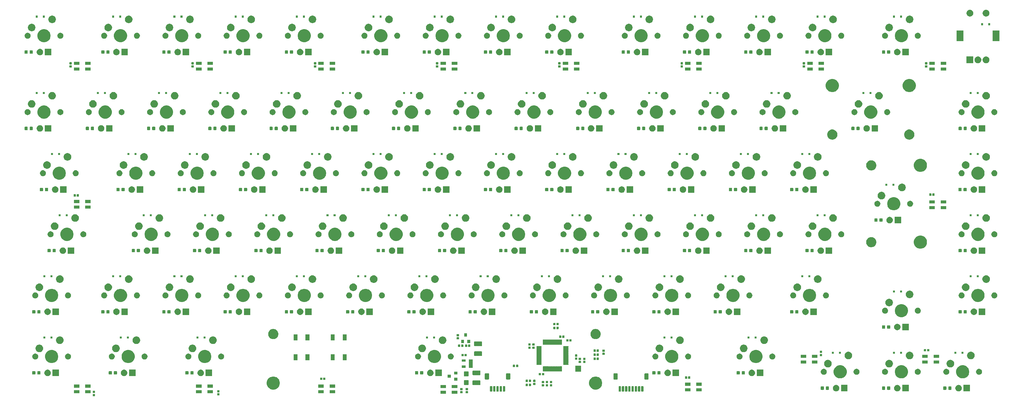
<source format=gbr>
G04 #@! TF.GenerationSoftware,KiCad,Pcbnew,(5.1.5)-3*
G04 #@! TF.CreationDate,2020-04-27T21:09:27+02:00*
G04 #@! TF.ProjectId,isometria-75-pcb-iso,69736f6d-6574-4726-9961-2d37352d7063,rev?*
G04 #@! TF.SameCoordinates,Original*
G04 #@! TF.FileFunction,Soldermask,Bot*
G04 #@! TF.FilePolarity,Negative*
%FSLAX46Y46*%
G04 Gerber Fmt 4.6, Leading zero omitted, Abs format (unit mm)*
G04 Created by KiCad (PCBNEW (5.1.5)-3) date 2020-04-27 21:09:27*
%MOMM*%
%LPD*%
G04 APERTURE LIST*
%ADD10C,0.100000*%
G04 APERTURE END LIST*
D10*
G36*
X15775938Y-111393716D02*
G01*
X15796557Y-111399971D01*
X15815553Y-111410124D01*
X15832208Y-111423792D01*
X15845876Y-111440447D01*
X15856029Y-111459443D01*
X15862284Y-111480062D01*
X15865000Y-111507640D01*
X15865000Y-111966360D01*
X15862284Y-111993938D01*
X15856029Y-112014557D01*
X15845876Y-112033553D01*
X15832208Y-112050208D01*
X15815553Y-112063876D01*
X15796557Y-112074029D01*
X15775938Y-112080284D01*
X15748360Y-112083000D01*
X15239640Y-112083000D01*
X15212062Y-112080284D01*
X15191443Y-112074029D01*
X15172447Y-112063876D01*
X15155792Y-112050208D01*
X15142124Y-112033553D01*
X15131971Y-112014557D01*
X15125716Y-111993938D01*
X15123000Y-111966360D01*
X15123000Y-111507640D01*
X15125716Y-111480062D01*
X15131971Y-111459443D01*
X15142124Y-111440447D01*
X15155792Y-111423792D01*
X15172447Y-111410124D01*
X15191443Y-111399971D01*
X15212062Y-111393716D01*
X15239640Y-111391000D01*
X15748360Y-111391000D01*
X15775938Y-111393716D01*
G37*
G36*
X54383938Y-111162716D02*
G01*
X54404557Y-111168971D01*
X54423553Y-111179124D01*
X54440208Y-111192792D01*
X54453876Y-111209447D01*
X54464029Y-111228443D01*
X54470284Y-111249062D01*
X54473000Y-111276640D01*
X54473000Y-111735360D01*
X54470284Y-111762938D01*
X54464029Y-111783557D01*
X54453876Y-111802553D01*
X54440208Y-111819208D01*
X54423553Y-111832876D01*
X54404557Y-111843029D01*
X54383938Y-111849284D01*
X54356360Y-111852000D01*
X53847640Y-111852000D01*
X53820062Y-111849284D01*
X53799443Y-111843029D01*
X53780447Y-111832876D01*
X53763792Y-111819208D01*
X53750124Y-111802553D01*
X53739971Y-111783557D01*
X53733716Y-111762938D01*
X53731000Y-111735360D01*
X53731000Y-111276640D01*
X53733716Y-111249062D01*
X53739971Y-111228443D01*
X53750124Y-111209447D01*
X53763792Y-111192792D01*
X53780447Y-111179124D01*
X53799443Y-111168971D01*
X53820062Y-111162716D01*
X53847640Y-111160000D01*
X54356360Y-111160000D01*
X54383938Y-111162716D01*
G37*
G36*
X124721534Y-111333000D02*
G01*
X123019534Y-111333000D01*
X123019534Y-110381000D01*
X124721534Y-110381000D01*
X124721534Y-111333000D01*
G37*
G36*
X128221534Y-111333000D02*
G01*
X126519534Y-111333000D01*
X126519534Y-110381000D01*
X128221534Y-110381000D01*
X128221534Y-111333000D01*
G37*
G36*
X10976000Y-111194750D02*
G01*
X9274000Y-111194750D01*
X9274000Y-110242750D01*
X10976000Y-110242750D01*
X10976000Y-111194750D01*
G37*
G36*
X14476000Y-111194750D02*
G01*
X12774000Y-111194750D01*
X12774000Y-110242750D01*
X14476000Y-110242750D01*
X14476000Y-111194750D01*
G37*
G36*
X52391178Y-111194750D02*
G01*
X50689178Y-111194750D01*
X50689178Y-110242750D01*
X52391178Y-110242750D01*
X52391178Y-111194750D01*
G37*
G36*
X86806356Y-111194750D02*
G01*
X85104356Y-111194750D01*
X85104356Y-110242750D01*
X86806356Y-110242750D01*
X86806356Y-111194750D01*
G37*
G36*
X90306356Y-111194750D02*
G01*
X88604356Y-111194750D01*
X88604356Y-110242750D01*
X90306356Y-110242750D01*
X90306356Y-111194750D01*
G37*
G36*
X48891178Y-111194750D02*
G01*
X47189178Y-111194750D01*
X47189178Y-110242750D01*
X48891178Y-110242750D01*
X48891178Y-111194750D01*
G37*
G36*
X129771138Y-110504716D02*
G01*
X129791757Y-110510971D01*
X129810753Y-110521124D01*
X129827408Y-110534792D01*
X129841076Y-110551447D01*
X129851229Y-110570443D01*
X129857484Y-110591062D01*
X129860200Y-110618640D01*
X129860200Y-111077360D01*
X129857484Y-111104938D01*
X129851229Y-111125557D01*
X129841076Y-111144553D01*
X129827408Y-111161208D01*
X129810753Y-111174876D01*
X129791757Y-111185029D01*
X129771138Y-111191284D01*
X129743560Y-111194000D01*
X129234840Y-111194000D01*
X129207262Y-111191284D01*
X129186643Y-111185029D01*
X129167647Y-111174876D01*
X129150992Y-111161208D01*
X129137324Y-111144553D01*
X129127171Y-111125557D01*
X129120916Y-111104938D01*
X129118200Y-111077360D01*
X129118200Y-110618640D01*
X129120916Y-110591062D01*
X129127171Y-110570443D01*
X129137324Y-110551447D01*
X129150992Y-110534792D01*
X129167647Y-110521124D01*
X129186643Y-110510971D01*
X129207262Y-110504716D01*
X129234840Y-110502000D01*
X129743560Y-110502000D01*
X129771138Y-110504716D01*
G37*
G36*
X131472938Y-110504716D02*
G01*
X131493557Y-110510971D01*
X131512553Y-110521124D01*
X131529208Y-110534792D01*
X131542876Y-110551447D01*
X131553029Y-110570443D01*
X131559284Y-110591062D01*
X131562000Y-110618640D01*
X131562000Y-111077360D01*
X131559284Y-111104938D01*
X131553029Y-111125557D01*
X131542876Y-111144553D01*
X131529208Y-111161208D01*
X131512553Y-111174876D01*
X131493557Y-111185029D01*
X131472938Y-111191284D01*
X131445360Y-111194000D01*
X130936640Y-111194000D01*
X130909062Y-111191284D01*
X130888443Y-111185029D01*
X130869447Y-111174876D01*
X130852792Y-111161208D01*
X130839124Y-111144553D01*
X130828971Y-111125557D01*
X130822716Y-111104938D01*
X130820000Y-111077360D01*
X130820000Y-110618640D01*
X130822716Y-110591062D01*
X130828971Y-110570443D01*
X130839124Y-110551447D01*
X130852792Y-110534792D01*
X130869447Y-110521124D01*
X130888443Y-110510971D01*
X130909062Y-110504716D01*
X130936640Y-110502000D01*
X131445360Y-110502000D01*
X131472938Y-110504716D01*
G37*
G36*
X15775938Y-110423716D02*
G01*
X15796557Y-110429971D01*
X15815553Y-110440124D01*
X15832208Y-110453792D01*
X15845876Y-110470447D01*
X15856029Y-110489443D01*
X15862284Y-110510062D01*
X15865000Y-110537640D01*
X15865000Y-110996360D01*
X15862284Y-111023938D01*
X15856029Y-111044557D01*
X15845876Y-111063553D01*
X15832208Y-111080208D01*
X15815553Y-111093876D01*
X15796557Y-111104029D01*
X15775938Y-111110284D01*
X15748360Y-111113000D01*
X15239640Y-111113000D01*
X15212062Y-111110284D01*
X15191443Y-111104029D01*
X15172447Y-111093876D01*
X15155792Y-111080208D01*
X15142124Y-111063553D01*
X15131971Y-111044557D01*
X15125716Y-111023938D01*
X15123000Y-110996360D01*
X15123000Y-110537640D01*
X15125716Y-110510062D01*
X15131971Y-110489443D01*
X15142124Y-110470447D01*
X15155792Y-110453792D01*
X15172447Y-110440124D01*
X15191443Y-110429971D01*
X15212062Y-110423716D01*
X15239640Y-110421000D01*
X15748360Y-110421000D01*
X15775938Y-110423716D01*
G37*
G36*
X54383938Y-110192716D02*
G01*
X54404557Y-110198971D01*
X54423553Y-110209124D01*
X54440208Y-110222792D01*
X54453876Y-110239447D01*
X54464029Y-110258443D01*
X54470284Y-110279062D01*
X54473000Y-110306640D01*
X54473000Y-110765360D01*
X54470284Y-110792938D01*
X54464029Y-110813557D01*
X54453876Y-110832553D01*
X54440208Y-110849208D01*
X54423553Y-110862876D01*
X54404557Y-110873029D01*
X54383938Y-110879284D01*
X54356360Y-110882000D01*
X53847640Y-110882000D01*
X53820062Y-110879284D01*
X53799443Y-110873029D01*
X53780447Y-110862876D01*
X53763792Y-110849208D01*
X53750124Y-110832553D01*
X53739971Y-110813557D01*
X53733716Y-110792938D01*
X53731000Y-110765360D01*
X53731000Y-110306640D01*
X53733716Y-110279062D01*
X53739971Y-110258443D01*
X53750124Y-110239447D01*
X53763792Y-110222792D01*
X53780447Y-110209124D01*
X53799443Y-110198971D01*
X53820062Y-110192716D01*
X53847640Y-110190000D01*
X54356360Y-110190000D01*
X54383938Y-110192716D01*
G37*
G36*
X182877928Y-108999764D02*
G01*
X182899009Y-109006160D01*
X182918445Y-109016548D01*
X182935476Y-109030524D01*
X182949452Y-109047555D01*
X182959840Y-109066991D01*
X182966236Y-109088072D01*
X182969000Y-109116140D01*
X182969000Y-110529860D01*
X182966236Y-110557928D01*
X182959840Y-110579009D01*
X182949452Y-110598445D01*
X182935476Y-110615476D01*
X182918445Y-110629452D01*
X182899009Y-110639840D01*
X182877928Y-110646236D01*
X182849860Y-110649000D01*
X182386140Y-110649000D01*
X182358072Y-110646236D01*
X182336991Y-110639840D01*
X182317555Y-110629452D01*
X182300524Y-110615476D01*
X182286548Y-110598445D01*
X182276160Y-110579009D01*
X182269764Y-110557928D01*
X182267000Y-110529860D01*
X182267000Y-109116140D01*
X182269764Y-109088072D01*
X182276160Y-109066991D01*
X182286548Y-109047555D01*
X182300524Y-109030524D01*
X182317555Y-109016548D01*
X182336991Y-109006160D01*
X182358072Y-108999764D01*
X182386140Y-108997000D01*
X182849860Y-108997000D01*
X182877928Y-108999764D01*
G37*
G36*
X184877928Y-108999764D02*
G01*
X184899009Y-109006160D01*
X184918445Y-109016548D01*
X184935476Y-109030524D01*
X184949452Y-109047555D01*
X184959840Y-109066991D01*
X184966236Y-109088072D01*
X184969000Y-109116140D01*
X184969000Y-110529860D01*
X184966236Y-110557928D01*
X184959840Y-110579009D01*
X184949452Y-110598445D01*
X184935476Y-110615476D01*
X184918445Y-110629452D01*
X184899009Y-110639840D01*
X184877928Y-110646236D01*
X184849860Y-110649000D01*
X184386140Y-110649000D01*
X184358072Y-110646236D01*
X184336991Y-110639840D01*
X184317555Y-110629452D01*
X184300524Y-110615476D01*
X184286548Y-110598445D01*
X184276160Y-110579009D01*
X184269764Y-110557928D01*
X184267000Y-110529860D01*
X184267000Y-109116140D01*
X184269764Y-109088072D01*
X184276160Y-109066991D01*
X184286548Y-109047555D01*
X184300524Y-109030524D01*
X184317555Y-109016548D01*
X184336991Y-109006160D01*
X184358072Y-108999764D01*
X184386140Y-108997000D01*
X184849860Y-108997000D01*
X184877928Y-108999764D01*
G37*
G36*
X185877928Y-108999764D02*
G01*
X185899009Y-109006160D01*
X185918445Y-109016548D01*
X185935476Y-109030524D01*
X185949452Y-109047555D01*
X185959840Y-109066991D01*
X185966236Y-109088072D01*
X185969000Y-109116140D01*
X185969000Y-110529860D01*
X185966236Y-110557928D01*
X185959840Y-110579009D01*
X185949452Y-110598445D01*
X185935476Y-110615476D01*
X185918445Y-110629452D01*
X185899009Y-110639840D01*
X185877928Y-110646236D01*
X185849860Y-110649000D01*
X185386140Y-110649000D01*
X185358072Y-110646236D01*
X185336991Y-110639840D01*
X185317555Y-110629452D01*
X185300524Y-110615476D01*
X185286548Y-110598445D01*
X185276160Y-110579009D01*
X185269764Y-110557928D01*
X185267000Y-110529860D01*
X185267000Y-109116140D01*
X185269764Y-109088072D01*
X185276160Y-109066991D01*
X185286548Y-109047555D01*
X185300524Y-109030524D01*
X185317555Y-109016548D01*
X185336991Y-109006160D01*
X185358072Y-108999764D01*
X185386140Y-108997000D01*
X185849860Y-108997000D01*
X185877928Y-108999764D01*
G37*
G36*
X183877928Y-108999764D02*
G01*
X183899009Y-109006160D01*
X183918445Y-109016548D01*
X183935476Y-109030524D01*
X183949452Y-109047555D01*
X183959840Y-109066991D01*
X183966236Y-109088072D01*
X183969000Y-109116140D01*
X183969000Y-110529860D01*
X183966236Y-110557928D01*
X183959840Y-110579009D01*
X183949452Y-110598445D01*
X183935476Y-110615476D01*
X183918445Y-110629452D01*
X183899009Y-110639840D01*
X183877928Y-110646236D01*
X183849860Y-110649000D01*
X183386140Y-110649000D01*
X183358072Y-110646236D01*
X183336991Y-110639840D01*
X183317555Y-110629452D01*
X183300524Y-110615476D01*
X183286548Y-110598445D01*
X183276160Y-110579009D01*
X183269764Y-110557928D01*
X183267000Y-110529860D01*
X183267000Y-109116140D01*
X183269764Y-109088072D01*
X183276160Y-109066991D01*
X183286548Y-109047555D01*
X183300524Y-109030524D01*
X183317555Y-109016548D01*
X183336991Y-109006160D01*
X183358072Y-108999764D01*
X183386140Y-108997000D01*
X183849860Y-108997000D01*
X183877928Y-108999764D01*
G37*
G36*
X181877928Y-108999764D02*
G01*
X181899009Y-109006160D01*
X181918445Y-109016548D01*
X181935476Y-109030524D01*
X181949452Y-109047555D01*
X181959840Y-109066991D01*
X181966236Y-109088072D01*
X181969000Y-109116140D01*
X181969000Y-110529860D01*
X181966236Y-110557928D01*
X181959840Y-110579009D01*
X181949452Y-110598445D01*
X181935476Y-110615476D01*
X181918445Y-110629452D01*
X181899009Y-110639840D01*
X181877928Y-110646236D01*
X181849860Y-110649000D01*
X181386140Y-110649000D01*
X181358072Y-110646236D01*
X181336991Y-110639840D01*
X181317555Y-110629452D01*
X181300524Y-110615476D01*
X181286548Y-110598445D01*
X181276160Y-110579009D01*
X181269764Y-110557928D01*
X181267000Y-110529860D01*
X181267000Y-109116140D01*
X181269764Y-109088072D01*
X181276160Y-109066991D01*
X181286548Y-109047555D01*
X181300524Y-109030524D01*
X181317555Y-109016548D01*
X181336991Y-109006160D01*
X181358072Y-108999764D01*
X181386140Y-108997000D01*
X181849860Y-108997000D01*
X181877928Y-108999764D01*
G37*
G36*
X180877928Y-108999764D02*
G01*
X180899009Y-109006160D01*
X180918445Y-109016548D01*
X180935476Y-109030524D01*
X180949452Y-109047555D01*
X180959840Y-109066991D01*
X180966236Y-109088072D01*
X180969000Y-109116140D01*
X180969000Y-110529860D01*
X180966236Y-110557928D01*
X180959840Y-110579009D01*
X180949452Y-110598445D01*
X180935476Y-110615476D01*
X180918445Y-110629452D01*
X180899009Y-110639840D01*
X180877928Y-110646236D01*
X180849860Y-110649000D01*
X180386140Y-110649000D01*
X180358072Y-110646236D01*
X180336991Y-110639840D01*
X180317555Y-110629452D01*
X180300524Y-110615476D01*
X180286548Y-110598445D01*
X180276160Y-110579009D01*
X180269764Y-110557928D01*
X180267000Y-110529860D01*
X180267000Y-109116140D01*
X180269764Y-109088072D01*
X180276160Y-109066991D01*
X180286548Y-109047555D01*
X180300524Y-109030524D01*
X180317555Y-109016548D01*
X180336991Y-109006160D01*
X180358072Y-108999764D01*
X180386140Y-108997000D01*
X180849860Y-108997000D01*
X180877928Y-108999764D01*
G37*
G36*
X179877928Y-108999764D02*
G01*
X179899009Y-109006160D01*
X179918445Y-109016548D01*
X179935476Y-109030524D01*
X179949452Y-109047555D01*
X179959840Y-109066991D01*
X179966236Y-109088072D01*
X179969000Y-109116140D01*
X179969000Y-110529860D01*
X179966236Y-110557928D01*
X179959840Y-110579009D01*
X179949452Y-110598445D01*
X179935476Y-110615476D01*
X179918445Y-110629452D01*
X179899009Y-110639840D01*
X179877928Y-110646236D01*
X179849860Y-110649000D01*
X179386140Y-110649000D01*
X179358072Y-110646236D01*
X179336991Y-110639840D01*
X179317555Y-110629452D01*
X179300524Y-110615476D01*
X179286548Y-110598445D01*
X179276160Y-110579009D01*
X179269764Y-110557928D01*
X179267000Y-110529860D01*
X179267000Y-109116140D01*
X179269764Y-109088072D01*
X179276160Y-109066991D01*
X179286548Y-109047555D01*
X179300524Y-109030524D01*
X179317555Y-109016548D01*
X179336991Y-109006160D01*
X179358072Y-108999764D01*
X179386140Y-108997000D01*
X179849860Y-108997000D01*
X179877928Y-108999764D01*
G37*
G36*
X178877928Y-108999764D02*
G01*
X178899009Y-109006160D01*
X178918445Y-109016548D01*
X178935476Y-109030524D01*
X178949452Y-109047555D01*
X178959840Y-109066991D01*
X178966236Y-109088072D01*
X178969000Y-109116140D01*
X178969000Y-110529860D01*
X178966236Y-110557928D01*
X178959840Y-110579009D01*
X178949452Y-110598445D01*
X178935476Y-110615476D01*
X178918445Y-110629452D01*
X178899009Y-110639840D01*
X178877928Y-110646236D01*
X178849860Y-110649000D01*
X178386140Y-110649000D01*
X178358072Y-110646236D01*
X178336991Y-110639840D01*
X178317555Y-110629452D01*
X178300524Y-110615476D01*
X178286548Y-110598445D01*
X178276160Y-110579009D01*
X178269764Y-110557928D01*
X178267000Y-110529860D01*
X178267000Y-109116140D01*
X178269764Y-109088072D01*
X178276160Y-109066991D01*
X178286548Y-109047555D01*
X178300524Y-109030524D01*
X178317555Y-109016548D01*
X178336991Y-109006160D01*
X178358072Y-108999764D01*
X178386140Y-108997000D01*
X178849860Y-108997000D01*
X178877928Y-108999764D01*
G37*
G36*
X138975928Y-108985264D02*
G01*
X138997009Y-108991660D01*
X139016445Y-109002048D01*
X139033476Y-109016024D01*
X139047452Y-109033055D01*
X139057840Y-109052491D01*
X139064236Y-109073572D01*
X139067000Y-109101640D01*
X139067000Y-110515360D01*
X139064236Y-110543428D01*
X139057840Y-110564509D01*
X139047452Y-110583945D01*
X139033476Y-110600976D01*
X139016445Y-110614952D01*
X138997009Y-110625340D01*
X138975928Y-110631736D01*
X138947860Y-110634500D01*
X138484140Y-110634500D01*
X138456072Y-110631736D01*
X138434991Y-110625340D01*
X138415555Y-110614952D01*
X138398524Y-110600976D01*
X138384548Y-110583945D01*
X138374160Y-110564509D01*
X138367764Y-110543428D01*
X138365000Y-110515360D01*
X138365000Y-109101640D01*
X138367764Y-109073572D01*
X138374160Y-109052491D01*
X138384548Y-109033055D01*
X138398524Y-109016024D01*
X138415555Y-109002048D01*
X138434991Y-108991660D01*
X138456072Y-108985264D01*
X138484140Y-108982500D01*
X138947860Y-108982500D01*
X138975928Y-108985264D01*
G37*
G36*
X139975928Y-108985264D02*
G01*
X139997009Y-108991660D01*
X140016445Y-109002048D01*
X140033476Y-109016024D01*
X140047452Y-109033055D01*
X140057840Y-109052491D01*
X140064236Y-109073572D01*
X140067000Y-109101640D01*
X140067000Y-110515360D01*
X140064236Y-110543428D01*
X140057840Y-110564509D01*
X140047452Y-110583945D01*
X140033476Y-110600976D01*
X140016445Y-110614952D01*
X139997009Y-110625340D01*
X139975928Y-110631736D01*
X139947860Y-110634500D01*
X139484140Y-110634500D01*
X139456072Y-110631736D01*
X139434991Y-110625340D01*
X139415555Y-110614952D01*
X139398524Y-110600976D01*
X139384548Y-110583945D01*
X139374160Y-110564509D01*
X139367764Y-110543428D01*
X139365000Y-110515360D01*
X139365000Y-109101640D01*
X139367764Y-109073572D01*
X139374160Y-109052491D01*
X139384548Y-109033055D01*
X139398524Y-109016024D01*
X139415555Y-109002048D01*
X139434991Y-108991660D01*
X139456072Y-108985264D01*
X139484140Y-108982500D01*
X139947860Y-108982500D01*
X139975928Y-108985264D01*
G37*
G36*
X140975928Y-108985264D02*
G01*
X140997009Y-108991660D01*
X141016445Y-109002048D01*
X141033476Y-109016024D01*
X141047452Y-109033055D01*
X141057840Y-109052491D01*
X141064236Y-109073572D01*
X141067000Y-109101640D01*
X141067000Y-110515360D01*
X141064236Y-110543428D01*
X141057840Y-110564509D01*
X141047452Y-110583945D01*
X141033476Y-110600976D01*
X141016445Y-110614952D01*
X140997009Y-110625340D01*
X140975928Y-110631736D01*
X140947860Y-110634500D01*
X140484140Y-110634500D01*
X140456072Y-110631736D01*
X140434991Y-110625340D01*
X140415555Y-110614952D01*
X140398524Y-110600976D01*
X140384548Y-110583945D01*
X140374160Y-110564509D01*
X140367764Y-110543428D01*
X140365000Y-110515360D01*
X140365000Y-109101640D01*
X140367764Y-109073572D01*
X140374160Y-109052491D01*
X140384548Y-109033055D01*
X140398524Y-109016024D01*
X140415555Y-109002048D01*
X140434991Y-108991660D01*
X140456072Y-108985264D01*
X140484140Y-108982500D01*
X140947860Y-108982500D01*
X140975928Y-108985264D01*
G37*
G36*
X142975928Y-108985264D02*
G01*
X142997009Y-108991660D01*
X143016445Y-109002048D01*
X143033476Y-109016024D01*
X143047452Y-109033055D01*
X143057840Y-109052491D01*
X143064236Y-109073572D01*
X143067000Y-109101640D01*
X143067000Y-110515360D01*
X143064236Y-110543428D01*
X143057840Y-110564509D01*
X143047452Y-110583945D01*
X143033476Y-110600976D01*
X143016445Y-110614952D01*
X142997009Y-110625340D01*
X142975928Y-110631736D01*
X142947860Y-110634500D01*
X142484140Y-110634500D01*
X142456072Y-110631736D01*
X142434991Y-110625340D01*
X142415555Y-110614952D01*
X142398524Y-110600976D01*
X142384548Y-110583945D01*
X142374160Y-110564509D01*
X142367764Y-110543428D01*
X142365000Y-110515360D01*
X142365000Y-109101640D01*
X142367764Y-109073572D01*
X142374160Y-109052491D01*
X142384548Y-109033055D01*
X142398524Y-109016024D01*
X142415555Y-109002048D01*
X142434991Y-108991660D01*
X142456072Y-108985264D01*
X142484140Y-108982500D01*
X142947860Y-108982500D01*
X142975928Y-108985264D01*
G37*
G36*
X141975928Y-108985264D02*
G01*
X141997009Y-108991660D01*
X142016445Y-109002048D01*
X142033476Y-109016024D01*
X142047452Y-109033055D01*
X142057840Y-109052491D01*
X142064236Y-109073572D01*
X142067000Y-109101640D01*
X142067000Y-110515360D01*
X142064236Y-110543428D01*
X142057840Y-110564509D01*
X142047452Y-110583945D01*
X142033476Y-110600976D01*
X142016445Y-110614952D01*
X141997009Y-110625340D01*
X141975928Y-110631736D01*
X141947860Y-110634500D01*
X141484140Y-110634500D01*
X141456072Y-110631736D01*
X141434991Y-110625340D01*
X141415555Y-110614952D01*
X141398524Y-110600976D01*
X141384548Y-110583945D01*
X141374160Y-110564509D01*
X141367764Y-110543428D01*
X141365000Y-110515360D01*
X141365000Y-109101640D01*
X141367764Y-109073572D01*
X141374160Y-109052491D01*
X141384548Y-109033055D01*
X141398524Y-109016024D01*
X141415555Y-109002048D01*
X141434991Y-108991660D01*
X141456072Y-108985264D01*
X141484140Y-108982500D01*
X141947860Y-108982500D01*
X141975928Y-108985264D01*
G37*
G36*
X204051890Y-110601000D02*
G01*
X202349890Y-110601000D01*
X202349890Y-109649000D01*
X204051890Y-109649000D01*
X204051890Y-110601000D01*
G37*
G36*
X200551890Y-110601000D02*
G01*
X198849890Y-110601000D01*
X198849890Y-109649000D01*
X200551890Y-109649000D01*
X200551890Y-110601000D01*
G37*
G36*
X245856425Y-108581988D02*
G01*
X246022710Y-108615063D01*
X246205336Y-108690709D01*
X246369694Y-108800530D01*
X246509470Y-108940306D01*
X246619291Y-109104664D01*
X246694937Y-109287290D01*
X246733500Y-109481164D01*
X246733500Y-109678836D01*
X246694937Y-109872710D01*
X246619291Y-110055336D01*
X246509470Y-110219694D01*
X246369694Y-110359470D01*
X246205336Y-110469291D01*
X246022710Y-110544937D01*
X245856425Y-110578012D01*
X245828837Y-110583500D01*
X245631163Y-110583500D01*
X245603575Y-110578012D01*
X245437290Y-110544937D01*
X245254664Y-110469291D01*
X245090306Y-110359470D01*
X244950530Y-110219694D01*
X244840709Y-110055336D01*
X244765063Y-109872710D01*
X244726500Y-109678836D01*
X244726500Y-109481164D01*
X244765063Y-109287290D01*
X244840709Y-109104664D01*
X244950530Y-108940306D01*
X245090306Y-108800530D01*
X245254664Y-108690709D01*
X245437290Y-108615063D01*
X245603575Y-108581988D01*
X245631163Y-108576500D01*
X245828837Y-108576500D01*
X245856425Y-108581988D01*
G37*
G36*
X268273500Y-110583500D02*
G01*
X266266500Y-110583500D01*
X266266500Y-108576500D01*
X268273500Y-108576500D01*
X268273500Y-110583500D01*
G37*
G36*
X264856425Y-108581988D02*
G01*
X265022710Y-108615063D01*
X265205336Y-108690709D01*
X265369694Y-108800530D01*
X265509470Y-108940306D01*
X265619291Y-109104664D01*
X265694937Y-109287290D01*
X265733500Y-109481164D01*
X265733500Y-109678836D01*
X265694937Y-109872710D01*
X265619291Y-110055336D01*
X265509470Y-110219694D01*
X265369694Y-110359470D01*
X265205336Y-110469291D01*
X265022710Y-110544937D01*
X264856425Y-110578012D01*
X264828837Y-110583500D01*
X264631163Y-110583500D01*
X264603575Y-110578012D01*
X264437290Y-110544937D01*
X264254664Y-110469291D01*
X264090306Y-110359470D01*
X263950530Y-110219694D01*
X263840709Y-110055336D01*
X263765063Y-109872710D01*
X263726500Y-109678836D01*
X263726500Y-109481164D01*
X263765063Y-109287290D01*
X263840709Y-109104664D01*
X263950530Y-108940306D01*
X264090306Y-108800530D01*
X264254664Y-108690709D01*
X264437290Y-108615063D01*
X264603575Y-108581988D01*
X264631163Y-108576500D01*
X264828837Y-108576500D01*
X264856425Y-108581988D01*
G37*
G36*
X287273500Y-110583500D02*
G01*
X285266500Y-110583500D01*
X285266500Y-108576500D01*
X287273500Y-108576500D01*
X287273500Y-110583500D01*
G37*
G36*
X283856425Y-108581988D02*
G01*
X284022710Y-108615063D01*
X284205336Y-108690709D01*
X284369694Y-108800530D01*
X284509470Y-108940306D01*
X284619291Y-109104664D01*
X284694937Y-109287290D01*
X284733500Y-109481164D01*
X284733500Y-109678836D01*
X284694937Y-109872710D01*
X284619291Y-110055336D01*
X284509470Y-110219694D01*
X284369694Y-110359470D01*
X284205336Y-110469291D01*
X284022710Y-110544937D01*
X283856425Y-110578012D01*
X283828837Y-110583500D01*
X283631163Y-110583500D01*
X283603575Y-110578012D01*
X283437290Y-110544937D01*
X283254664Y-110469291D01*
X283090306Y-110359470D01*
X282950530Y-110219694D01*
X282840709Y-110055336D01*
X282765063Y-109872710D01*
X282726500Y-109678836D01*
X282726500Y-109481164D01*
X282765063Y-109287290D01*
X282840709Y-109104664D01*
X282950530Y-108940306D01*
X283090306Y-108800530D01*
X283254664Y-108690709D01*
X283437290Y-108615063D01*
X283603575Y-108581988D01*
X283631163Y-108576500D01*
X283828837Y-108576500D01*
X283856425Y-108581988D01*
G37*
G36*
X249273500Y-110583500D02*
G01*
X247266500Y-110583500D01*
X247266500Y-108576500D01*
X249273500Y-108576500D01*
X249273500Y-110583500D01*
G37*
G36*
X131472938Y-109534716D02*
G01*
X131493557Y-109540971D01*
X131512553Y-109551124D01*
X131529208Y-109564792D01*
X131542876Y-109581447D01*
X131553029Y-109600443D01*
X131559284Y-109621062D01*
X131562000Y-109648640D01*
X131562000Y-110107360D01*
X131559284Y-110134938D01*
X131553029Y-110155557D01*
X131542876Y-110174553D01*
X131529208Y-110191208D01*
X131512553Y-110204876D01*
X131493557Y-110215029D01*
X131472938Y-110221284D01*
X131445360Y-110224000D01*
X130936640Y-110224000D01*
X130909062Y-110221284D01*
X130888443Y-110215029D01*
X130869447Y-110204876D01*
X130852792Y-110191208D01*
X130839124Y-110174553D01*
X130828971Y-110155557D01*
X130822716Y-110134938D01*
X130820000Y-110107360D01*
X130820000Y-109648640D01*
X130822716Y-109621062D01*
X130828971Y-109600443D01*
X130839124Y-109581447D01*
X130852792Y-109564792D01*
X130869447Y-109551124D01*
X130888443Y-109540971D01*
X130909062Y-109534716D01*
X130936640Y-109532000D01*
X131445360Y-109532000D01*
X131472938Y-109534716D01*
G37*
G36*
X129771138Y-109534716D02*
G01*
X129791757Y-109540971D01*
X129810753Y-109551124D01*
X129827408Y-109564792D01*
X129841076Y-109581447D01*
X129851229Y-109600443D01*
X129857484Y-109621062D01*
X129860200Y-109648640D01*
X129860200Y-110107360D01*
X129857484Y-110134938D01*
X129851229Y-110155557D01*
X129841076Y-110174553D01*
X129827408Y-110191208D01*
X129810753Y-110204876D01*
X129791757Y-110215029D01*
X129771138Y-110221284D01*
X129743560Y-110224000D01*
X129234840Y-110224000D01*
X129207262Y-110221284D01*
X129186643Y-110215029D01*
X129167647Y-110204876D01*
X129150992Y-110191208D01*
X129137324Y-110174553D01*
X129127171Y-110155557D01*
X129120916Y-110134938D01*
X129118200Y-110107360D01*
X129118200Y-109648640D01*
X129120916Y-109621062D01*
X129127171Y-109600443D01*
X129137324Y-109581447D01*
X129150992Y-109564792D01*
X129167647Y-109551124D01*
X129186643Y-109540971D01*
X129207262Y-109534716D01*
X129234840Y-109532000D01*
X129743560Y-109532000D01*
X129771138Y-109534716D01*
G37*
G36*
X281379591Y-109058085D02*
G01*
X281413569Y-109068393D01*
X281444890Y-109085134D01*
X281472339Y-109107661D01*
X281494866Y-109135110D01*
X281511607Y-109166431D01*
X281521915Y-109200409D01*
X281526000Y-109241890D01*
X281526000Y-109918110D01*
X281521915Y-109959591D01*
X281511607Y-109993569D01*
X281494866Y-110024890D01*
X281472339Y-110052339D01*
X281444890Y-110074866D01*
X281413569Y-110091607D01*
X281379591Y-110101915D01*
X281338110Y-110106000D01*
X280736890Y-110106000D01*
X280695409Y-110101915D01*
X280661431Y-110091607D01*
X280630110Y-110074866D01*
X280602661Y-110052339D01*
X280580134Y-110024890D01*
X280563393Y-109993569D01*
X280553085Y-109959591D01*
X280549000Y-109918110D01*
X280549000Y-109241890D01*
X280553085Y-109200409D01*
X280563393Y-109166431D01*
X280580134Y-109135110D01*
X280602661Y-109107661D01*
X280630110Y-109085134D01*
X280661431Y-109068393D01*
X280695409Y-109058085D01*
X280736890Y-109054000D01*
X281338110Y-109054000D01*
X281379591Y-109058085D01*
G37*
G36*
X241804591Y-109058085D02*
G01*
X241838569Y-109068393D01*
X241869890Y-109085134D01*
X241897339Y-109107661D01*
X241919866Y-109135110D01*
X241936607Y-109166431D01*
X241946915Y-109200409D01*
X241951000Y-109241890D01*
X241951000Y-109918110D01*
X241946915Y-109959591D01*
X241936607Y-109993569D01*
X241919866Y-110024890D01*
X241897339Y-110052339D01*
X241869890Y-110074866D01*
X241838569Y-110091607D01*
X241804591Y-110101915D01*
X241763110Y-110106000D01*
X241161890Y-110106000D01*
X241120409Y-110101915D01*
X241086431Y-110091607D01*
X241055110Y-110074866D01*
X241027661Y-110052339D01*
X241005134Y-110024890D01*
X240988393Y-109993569D01*
X240978085Y-109959591D01*
X240974000Y-109918110D01*
X240974000Y-109241890D01*
X240978085Y-109200409D01*
X240988393Y-109166431D01*
X241005134Y-109135110D01*
X241027661Y-109107661D01*
X241055110Y-109085134D01*
X241086431Y-109068393D01*
X241120409Y-109058085D01*
X241161890Y-109054000D01*
X241763110Y-109054000D01*
X241804591Y-109058085D01*
G37*
G36*
X260804591Y-109058085D02*
G01*
X260838569Y-109068393D01*
X260869890Y-109085134D01*
X260897339Y-109107661D01*
X260919866Y-109135110D01*
X260936607Y-109166431D01*
X260946915Y-109200409D01*
X260951000Y-109241890D01*
X260951000Y-109918110D01*
X260946915Y-109959591D01*
X260936607Y-109993569D01*
X260919866Y-110024890D01*
X260897339Y-110052339D01*
X260869890Y-110074866D01*
X260838569Y-110091607D01*
X260804591Y-110101915D01*
X260763110Y-110106000D01*
X260161890Y-110106000D01*
X260120409Y-110101915D01*
X260086431Y-110091607D01*
X260055110Y-110074866D01*
X260027661Y-110052339D01*
X260005134Y-110024890D01*
X259988393Y-109993569D01*
X259978085Y-109959591D01*
X259974000Y-109918110D01*
X259974000Y-109241890D01*
X259978085Y-109200409D01*
X259988393Y-109166431D01*
X260005134Y-109135110D01*
X260027661Y-109107661D01*
X260055110Y-109085134D01*
X260086431Y-109068393D01*
X260120409Y-109058085D01*
X260161890Y-109054000D01*
X260763110Y-109054000D01*
X260804591Y-109058085D01*
G37*
G36*
X262379591Y-109058085D02*
G01*
X262413569Y-109068393D01*
X262444890Y-109085134D01*
X262472339Y-109107661D01*
X262494866Y-109135110D01*
X262511607Y-109166431D01*
X262521915Y-109200409D01*
X262526000Y-109241890D01*
X262526000Y-109918110D01*
X262521915Y-109959591D01*
X262511607Y-109993569D01*
X262494866Y-110024890D01*
X262472339Y-110052339D01*
X262444890Y-110074866D01*
X262413569Y-110091607D01*
X262379591Y-110101915D01*
X262338110Y-110106000D01*
X261736890Y-110106000D01*
X261695409Y-110101915D01*
X261661431Y-110091607D01*
X261630110Y-110074866D01*
X261602661Y-110052339D01*
X261580134Y-110024890D01*
X261563393Y-109993569D01*
X261553085Y-109959591D01*
X261549000Y-109918110D01*
X261549000Y-109241890D01*
X261553085Y-109200409D01*
X261563393Y-109166431D01*
X261580134Y-109135110D01*
X261602661Y-109107661D01*
X261630110Y-109085134D01*
X261661431Y-109068393D01*
X261695409Y-109058085D01*
X261736890Y-109054000D01*
X262338110Y-109054000D01*
X262379591Y-109058085D01*
G37*
G36*
X243379591Y-109058085D02*
G01*
X243413569Y-109068393D01*
X243444890Y-109085134D01*
X243472339Y-109107661D01*
X243494866Y-109135110D01*
X243511607Y-109166431D01*
X243521915Y-109200409D01*
X243526000Y-109241890D01*
X243526000Y-109918110D01*
X243521915Y-109959591D01*
X243511607Y-109993569D01*
X243494866Y-110024890D01*
X243472339Y-110052339D01*
X243444890Y-110074866D01*
X243413569Y-110091607D01*
X243379591Y-110101915D01*
X243338110Y-110106000D01*
X242736890Y-110106000D01*
X242695409Y-110101915D01*
X242661431Y-110091607D01*
X242630110Y-110074866D01*
X242602661Y-110052339D01*
X242580134Y-110024890D01*
X242563393Y-109993569D01*
X242553085Y-109959591D01*
X242549000Y-109918110D01*
X242549000Y-109241890D01*
X242553085Y-109200409D01*
X242563393Y-109166431D01*
X242580134Y-109135110D01*
X242602661Y-109107661D01*
X242630110Y-109085134D01*
X242661431Y-109068393D01*
X242695409Y-109058085D01*
X242736890Y-109054000D01*
X243338110Y-109054000D01*
X243379591Y-109058085D01*
G37*
G36*
X279804591Y-109058085D02*
G01*
X279838569Y-109068393D01*
X279869890Y-109085134D01*
X279897339Y-109107661D01*
X279919866Y-109135110D01*
X279936607Y-109166431D01*
X279946915Y-109200409D01*
X279951000Y-109241890D01*
X279951000Y-109918110D01*
X279946915Y-109959591D01*
X279936607Y-109993569D01*
X279919866Y-110024890D01*
X279897339Y-110052339D01*
X279869890Y-110074866D01*
X279838569Y-110091607D01*
X279804591Y-110101915D01*
X279763110Y-110106000D01*
X279161890Y-110106000D01*
X279120409Y-110101915D01*
X279086431Y-110091607D01*
X279055110Y-110074866D01*
X279027661Y-110052339D01*
X279005134Y-110024890D01*
X278988393Y-109993569D01*
X278978085Y-109959591D01*
X278974000Y-109918110D01*
X278974000Y-109241890D01*
X278978085Y-109200409D01*
X278988393Y-109166431D01*
X279005134Y-109135110D01*
X279027661Y-109107661D01*
X279055110Y-109085134D01*
X279086431Y-109068393D01*
X279120409Y-109058085D01*
X279161890Y-109054000D01*
X279763110Y-109054000D01*
X279804591Y-109058085D01*
G37*
G36*
X71721574Y-106038684D02*
G01*
X71939574Y-106128983D01*
X72093723Y-106192833D01*
X72428648Y-106416623D01*
X72713477Y-106701452D01*
X72937267Y-107036377D01*
X72998313Y-107183755D01*
X73091416Y-107408526D01*
X73170000Y-107803594D01*
X73170000Y-108206406D01*
X73091416Y-108601474D01*
X73016225Y-108783000D01*
X72937267Y-108973623D01*
X72713477Y-109308548D01*
X72428648Y-109593377D01*
X72093723Y-109817167D01*
X71959632Y-109872709D01*
X71721574Y-109971316D01*
X71326506Y-110049900D01*
X70923694Y-110049900D01*
X70528626Y-109971316D01*
X70290568Y-109872709D01*
X70156477Y-109817167D01*
X69821552Y-109593377D01*
X69536723Y-109308548D01*
X69312933Y-108973623D01*
X69233975Y-108783000D01*
X69158784Y-108601474D01*
X69080200Y-108206406D01*
X69080200Y-107803594D01*
X69158784Y-107408526D01*
X69251887Y-107183755D01*
X69312933Y-107036377D01*
X69536723Y-106701452D01*
X69821552Y-106416623D01*
X70156477Y-106192833D01*
X70310626Y-106128983D01*
X70528626Y-106038684D01*
X70923694Y-105960100D01*
X71326506Y-105960100D01*
X71721574Y-106038684D01*
G37*
G36*
X171721374Y-106038684D02*
G01*
X171939374Y-106128983D01*
X172093523Y-106192833D01*
X172428448Y-106416623D01*
X172713277Y-106701452D01*
X172937067Y-107036377D01*
X172998113Y-107183755D01*
X173091216Y-107408526D01*
X173169800Y-107803594D01*
X173169800Y-108206406D01*
X173091216Y-108601474D01*
X173016025Y-108783000D01*
X172937067Y-108973623D01*
X172713277Y-109308548D01*
X172428448Y-109593377D01*
X172093523Y-109817167D01*
X171959432Y-109872709D01*
X171721374Y-109971316D01*
X171326306Y-110049900D01*
X170923494Y-110049900D01*
X170528426Y-109971316D01*
X170290368Y-109872709D01*
X170156277Y-109817167D01*
X169821352Y-109593377D01*
X169536523Y-109308548D01*
X169312733Y-108973623D01*
X169233775Y-108783000D01*
X169158584Y-108601474D01*
X169080000Y-108206406D01*
X169080000Y-107803594D01*
X169158584Y-107408526D01*
X169251687Y-107183755D01*
X169312733Y-107036377D01*
X169536523Y-106701452D01*
X169821352Y-106416623D01*
X170156277Y-106192833D01*
X170310426Y-106128983D01*
X170528426Y-106038684D01*
X170923494Y-105960100D01*
X171326306Y-105960100D01*
X171721374Y-106038684D01*
G37*
G36*
X124721534Y-109583000D02*
G01*
X123019534Y-109583000D01*
X123019534Y-108631000D01*
X124721534Y-108631000D01*
X124721534Y-109583000D01*
G37*
G36*
X128221534Y-109583000D02*
G01*
X126519534Y-109583000D01*
X126519534Y-108631000D01*
X128221534Y-108631000D01*
X128221534Y-109583000D01*
G37*
G36*
X48891178Y-109444750D02*
G01*
X47189178Y-109444750D01*
X47189178Y-108492750D01*
X48891178Y-108492750D01*
X48891178Y-109444750D01*
G37*
G36*
X86806356Y-109444750D02*
G01*
X85104356Y-109444750D01*
X85104356Y-108492750D01*
X86806356Y-108492750D01*
X86806356Y-109444750D01*
G37*
G36*
X52391178Y-109444750D02*
G01*
X50689178Y-109444750D01*
X50689178Y-108492750D01*
X52391178Y-108492750D01*
X52391178Y-109444750D01*
G37*
G36*
X14476000Y-109444750D02*
G01*
X12774000Y-109444750D01*
X12774000Y-108492750D01*
X14476000Y-108492750D01*
X14476000Y-109444750D01*
G37*
G36*
X90306356Y-109444750D02*
G01*
X88604356Y-109444750D01*
X88604356Y-108492750D01*
X90306356Y-108492750D01*
X90306356Y-109444750D01*
G37*
G36*
X10976000Y-109444750D02*
G01*
X9274000Y-109444750D01*
X9274000Y-108492750D01*
X10976000Y-108492750D01*
X10976000Y-109444750D01*
G37*
G36*
X157584138Y-108345716D02*
G01*
X157604757Y-108351971D01*
X157623753Y-108362124D01*
X157640408Y-108375792D01*
X157654076Y-108392447D01*
X157664229Y-108411443D01*
X157670484Y-108432062D01*
X157673200Y-108459640D01*
X157673200Y-108918360D01*
X157670484Y-108945938D01*
X157664229Y-108966557D01*
X157654076Y-108985553D01*
X157640408Y-109002208D01*
X157623753Y-109015876D01*
X157604757Y-109026029D01*
X157584138Y-109032284D01*
X157556560Y-109035000D01*
X157047840Y-109035000D01*
X157020262Y-109032284D01*
X156999643Y-109026029D01*
X156980647Y-109015876D01*
X156963992Y-109002208D01*
X156950324Y-108985553D01*
X156940171Y-108966557D01*
X156933916Y-108945938D01*
X156931200Y-108918360D01*
X156931200Y-108459640D01*
X156933916Y-108432062D01*
X156940171Y-108411443D01*
X156950324Y-108392447D01*
X156963992Y-108375792D01*
X156980647Y-108362124D01*
X156999643Y-108351971D01*
X157020262Y-108345716D01*
X157047840Y-108343000D01*
X157556560Y-108343000D01*
X157584138Y-108345716D01*
G37*
G36*
X156314138Y-108345716D02*
G01*
X156334757Y-108351971D01*
X156353753Y-108362124D01*
X156370408Y-108375792D01*
X156384076Y-108392447D01*
X156394229Y-108411443D01*
X156400484Y-108432062D01*
X156403200Y-108459640D01*
X156403200Y-108918360D01*
X156400484Y-108945938D01*
X156394229Y-108966557D01*
X156384076Y-108985553D01*
X156370408Y-109002208D01*
X156353753Y-109015876D01*
X156334757Y-109026029D01*
X156314138Y-109032284D01*
X156286560Y-109035000D01*
X155777840Y-109035000D01*
X155750262Y-109032284D01*
X155729643Y-109026029D01*
X155710647Y-109015876D01*
X155693992Y-109002208D01*
X155680324Y-108985553D01*
X155670171Y-108966557D01*
X155663916Y-108945938D01*
X155661200Y-108918360D01*
X155661200Y-108459640D01*
X155663916Y-108432062D01*
X155670171Y-108411443D01*
X155680324Y-108392447D01*
X155693992Y-108375792D01*
X155710647Y-108362124D01*
X155729643Y-108351971D01*
X155750262Y-108345716D01*
X155777840Y-108343000D01*
X156286560Y-108343000D01*
X156314138Y-108345716D01*
G37*
G36*
X155069538Y-108345716D02*
G01*
X155090157Y-108351971D01*
X155109153Y-108362124D01*
X155125808Y-108375792D01*
X155139476Y-108392447D01*
X155149629Y-108411443D01*
X155155884Y-108432062D01*
X155158600Y-108459640D01*
X155158600Y-108918360D01*
X155155884Y-108945938D01*
X155149629Y-108966557D01*
X155139476Y-108985553D01*
X155125808Y-109002208D01*
X155109153Y-109015876D01*
X155090157Y-109026029D01*
X155069538Y-109032284D01*
X155041960Y-109035000D01*
X154533240Y-109035000D01*
X154505662Y-109032284D01*
X154485043Y-109026029D01*
X154466047Y-109015876D01*
X154449392Y-109002208D01*
X154435724Y-108985553D01*
X154425571Y-108966557D01*
X154419316Y-108945938D01*
X154416600Y-108918360D01*
X154416600Y-108459640D01*
X154419316Y-108432062D01*
X154425571Y-108411443D01*
X154435724Y-108392447D01*
X154449392Y-108375792D01*
X154466047Y-108362124D01*
X154485043Y-108351971D01*
X154505662Y-108345716D01*
X154533240Y-108343000D01*
X155041960Y-108343000D01*
X155069538Y-108345716D01*
G37*
G36*
X151005938Y-108216716D02*
G01*
X151026557Y-108222971D01*
X151045553Y-108233124D01*
X151062208Y-108246792D01*
X151075876Y-108263447D01*
X151086029Y-108282443D01*
X151092284Y-108303062D01*
X151095000Y-108330640D01*
X151095000Y-108839360D01*
X151092284Y-108866938D01*
X151086029Y-108887557D01*
X151075876Y-108906553D01*
X151062208Y-108923208D01*
X151045553Y-108936876D01*
X151026557Y-108947029D01*
X151005938Y-108953284D01*
X150978360Y-108956000D01*
X150519640Y-108956000D01*
X150492062Y-108953284D01*
X150471443Y-108947029D01*
X150452447Y-108936876D01*
X150435792Y-108923208D01*
X150422124Y-108906553D01*
X150411971Y-108887557D01*
X150405716Y-108866938D01*
X150403000Y-108839360D01*
X150403000Y-108330640D01*
X150405716Y-108303062D01*
X150411971Y-108282443D01*
X150422124Y-108263447D01*
X150435792Y-108246792D01*
X150452447Y-108233124D01*
X150471443Y-108222971D01*
X150492062Y-108216716D01*
X150519640Y-108214000D01*
X150978360Y-108214000D01*
X151005938Y-108216716D01*
G37*
G36*
X150035938Y-108216716D02*
G01*
X150056557Y-108222971D01*
X150075553Y-108233124D01*
X150092208Y-108246792D01*
X150105876Y-108263447D01*
X150116029Y-108282443D01*
X150122284Y-108303062D01*
X150125000Y-108330640D01*
X150125000Y-108839360D01*
X150122284Y-108866938D01*
X150116029Y-108887557D01*
X150105876Y-108906553D01*
X150092208Y-108923208D01*
X150075553Y-108936876D01*
X150056557Y-108947029D01*
X150035938Y-108953284D01*
X150008360Y-108956000D01*
X149549640Y-108956000D01*
X149522062Y-108953284D01*
X149501443Y-108947029D01*
X149482447Y-108936876D01*
X149465792Y-108923208D01*
X149452124Y-108906553D01*
X149441971Y-108887557D01*
X149435716Y-108866938D01*
X149433000Y-108839360D01*
X149433000Y-108330640D01*
X149435716Y-108303062D01*
X149441971Y-108282443D01*
X149452124Y-108263447D01*
X149465792Y-108246792D01*
X149482447Y-108233124D01*
X149501443Y-108222971D01*
X149522062Y-108216716D01*
X149549640Y-108214000D01*
X150008360Y-108214000D01*
X150035938Y-108216716D01*
G37*
G36*
X204051890Y-108851000D02*
G01*
X202349890Y-108851000D01*
X202349890Y-107899000D01*
X204051890Y-107899000D01*
X204051890Y-108851000D01*
G37*
G36*
X200551890Y-108851000D02*
G01*
X198849890Y-108851000D01*
X198849890Y-107899000D01*
X200551890Y-107899000D01*
X200551890Y-108851000D01*
G37*
G36*
X152402538Y-107939316D02*
G01*
X152423157Y-107945571D01*
X152442153Y-107955724D01*
X152458808Y-107969392D01*
X152472476Y-107986047D01*
X152482629Y-108005043D01*
X152488884Y-108025662D01*
X152491600Y-108053240D01*
X152491600Y-108511960D01*
X152488884Y-108539538D01*
X152482629Y-108560157D01*
X152472476Y-108579153D01*
X152458808Y-108595808D01*
X152442153Y-108609476D01*
X152423157Y-108619629D01*
X152402538Y-108625884D01*
X152374960Y-108628600D01*
X151866240Y-108628600D01*
X151838662Y-108625884D01*
X151818043Y-108619629D01*
X151799047Y-108609476D01*
X151782392Y-108595808D01*
X151768724Y-108579153D01*
X151758571Y-108560157D01*
X151752316Y-108539538D01*
X151749600Y-108511960D01*
X151749600Y-108053240D01*
X151752316Y-108025662D01*
X151758571Y-108005043D01*
X151768724Y-107986047D01*
X151782392Y-107969392D01*
X151799047Y-107955724D01*
X151818043Y-107945571D01*
X151838662Y-107939316D01*
X151866240Y-107936600D01*
X152374960Y-107936600D01*
X152402538Y-107939316D01*
G37*
G36*
X135247311Y-107190771D02*
G01*
X135283103Y-107201629D01*
X135316095Y-107219263D01*
X135345008Y-107242992D01*
X135368737Y-107271905D01*
X135386371Y-107304897D01*
X135397229Y-107340689D01*
X135401500Y-107384055D01*
X135401500Y-108415945D01*
X135397229Y-108459311D01*
X135386371Y-108495103D01*
X135368737Y-108528095D01*
X135345008Y-108557008D01*
X135316095Y-108580737D01*
X135283103Y-108598371D01*
X135247311Y-108609229D01*
X135203945Y-108613500D01*
X133147055Y-108613500D01*
X133103689Y-108609229D01*
X133067897Y-108598371D01*
X133034905Y-108580737D01*
X133005992Y-108557008D01*
X132982263Y-108528095D01*
X132964629Y-108495103D01*
X132953771Y-108459311D01*
X132949500Y-108415945D01*
X132949500Y-107384055D01*
X132953771Y-107340689D01*
X132964629Y-107304897D01*
X132982263Y-107271905D01*
X133005992Y-107242992D01*
X133034905Y-107219263D01*
X133067897Y-107201629D01*
X133103689Y-107190771D01*
X133147055Y-107186500D01*
X135203945Y-107186500D01*
X135247311Y-107190771D01*
G37*
G36*
X131573298Y-107109247D02*
G01*
X131608867Y-107120037D01*
X131641639Y-107137554D01*
X131670369Y-107161131D01*
X131693946Y-107189861D01*
X131711463Y-107222633D01*
X131722253Y-107258202D01*
X131726500Y-107301325D01*
X131726500Y-108410675D01*
X131722253Y-108453798D01*
X131711463Y-108489367D01*
X131693946Y-108522139D01*
X131670369Y-108550869D01*
X131641639Y-108574446D01*
X131608867Y-108591963D01*
X131573298Y-108602753D01*
X131530175Y-108607000D01*
X130470825Y-108607000D01*
X130427702Y-108602753D01*
X130392133Y-108591963D01*
X130359361Y-108574446D01*
X130330631Y-108550869D01*
X130307054Y-108522139D01*
X130289537Y-108489367D01*
X130278747Y-108453798D01*
X130274500Y-108410675D01*
X130274500Y-107301325D01*
X130278747Y-107258202D01*
X130289537Y-107222633D01*
X130307054Y-107189861D01*
X130330631Y-107161131D01*
X130359361Y-107137554D01*
X130392133Y-107120037D01*
X130427702Y-107109247D01*
X130470825Y-107105000D01*
X131530175Y-107105000D01*
X131573298Y-107109247D01*
G37*
G36*
X156314138Y-107375716D02*
G01*
X156334757Y-107381971D01*
X156353753Y-107392124D01*
X156370408Y-107405792D01*
X156384076Y-107422447D01*
X156394229Y-107441443D01*
X156400484Y-107462062D01*
X156403200Y-107489640D01*
X156403200Y-107948360D01*
X156400484Y-107975938D01*
X156394229Y-107996557D01*
X156384076Y-108015553D01*
X156370408Y-108032208D01*
X156353753Y-108045876D01*
X156334757Y-108056029D01*
X156314138Y-108062284D01*
X156286560Y-108065000D01*
X155777840Y-108065000D01*
X155750262Y-108062284D01*
X155729643Y-108056029D01*
X155710647Y-108045876D01*
X155693992Y-108032208D01*
X155680324Y-108015553D01*
X155670171Y-107996557D01*
X155663916Y-107975938D01*
X155661200Y-107948360D01*
X155661200Y-107489640D01*
X155663916Y-107462062D01*
X155670171Y-107441443D01*
X155680324Y-107422447D01*
X155693992Y-107405792D01*
X155710647Y-107392124D01*
X155729643Y-107381971D01*
X155750262Y-107375716D01*
X155777840Y-107373000D01*
X156286560Y-107373000D01*
X156314138Y-107375716D01*
G37*
G36*
X157584138Y-107375716D02*
G01*
X157604757Y-107381971D01*
X157623753Y-107392124D01*
X157640408Y-107405792D01*
X157654076Y-107422447D01*
X157664229Y-107441443D01*
X157670484Y-107462062D01*
X157673200Y-107489640D01*
X157673200Y-107948360D01*
X157670484Y-107975938D01*
X157664229Y-107996557D01*
X157654076Y-108015553D01*
X157640408Y-108032208D01*
X157623753Y-108045876D01*
X157604757Y-108056029D01*
X157584138Y-108062284D01*
X157556560Y-108065000D01*
X157047840Y-108065000D01*
X157020262Y-108062284D01*
X156999643Y-108056029D01*
X156980647Y-108045876D01*
X156963992Y-108032208D01*
X156950324Y-108015553D01*
X156940171Y-107996557D01*
X156933916Y-107975938D01*
X156931200Y-107948360D01*
X156931200Y-107489640D01*
X156933916Y-107462062D01*
X156940171Y-107441443D01*
X156950324Y-107422447D01*
X156963992Y-107405792D01*
X156980647Y-107392124D01*
X156999643Y-107381971D01*
X157020262Y-107375716D01*
X157047840Y-107373000D01*
X157556560Y-107373000D01*
X157584138Y-107375716D01*
G37*
G36*
X155069538Y-107375716D02*
G01*
X155090157Y-107381971D01*
X155109153Y-107392124D01*
X155125808Y-107405792D01*
X155139476Y-107422447D01*
X155149629Y-107441443D01*
X155155884Y-107462062D01*
X155158600Y-107489640D01*
X155158600Y-107948360D01*
X155155884Y-107975938D01*
X155149629Y-107996557D01*
X155139476Y-108015553D01*
X155125808Y-108032208D01*
X155109153Y-108045876D01*
X155090157Y-108056029D01*
X155069538Y-108062284D01*
X155041960Y-108065000D01*
X154533240Y-108065000D01*
X154505662Y-108062284D01*
X154485043Y-108056029D01*
X154466047Y-108045876D01*
X154449392Y-108032208D01*
X154435724Y-108015553D01*
X154425571Y-107996557D01*
X154419316Y-107975938D01*
X154416600Y-107948360D01*
X154416600Y-107489640D01*
X154419316Y-107462062D01*
X154425571Y-107441443D01*
X154435724Y-107422447D01*
X154449392Y-107405792D01*
X154466047Y-107392124D01*
X154485043Y-107381971D01*
X154505662Y-107375716D01*
X154533240Y-107373000D01*
X155041960Y-107373000D01*
X155069538Y-107375716D01*
G37*
G36*
X150035938Y-106946716D02*
G01*
X150056557Y-106952971D01*
X150075553Y-106963124D01*
X150092208Y-106976792D01*
X150105876Y-106993447D01*
X150116029Y-107012443D01*
X150122284Y-107033062D01*
X150125000Y-107060640D01*
X150125000Y-107569360D01*
X150122284Y-107596938D01*
X150116029Y-107617557D01*
X150105876Y-107636553D01*
X150092208Y-107653208D01*
X150075553Y-107666876D01*
X150056557Y-107677029D01*
X150035938Y-107683284D01*
X150008360Y-107686000D01*
X149549640Y-107686000D01*
X149522062Y-107683284D01*
X149501443Y-107677029D01*
X149482447Y-107666876D01*
X149465792Y-107653208D01*
X149452124Y-107636553D01*
X149441971Y-107617557D01*
X149435716Y-107596938D01*
X149433000Y-107569360D01*
X149433000Y-107060640D01*
X149435716Y-107033062D01*
X149441971Y-107012443D01*
X149452124Y-106993447D01*
X149465792Y-106976792D01*
X149482447Y-106963124D01*
X149501443Y-106952971D01*
X149522062Y-106946716D01*
X149549640Y-106944000D01*
X150008360Y-106944000D01*
X150035938Y-106946716D01*
G37*
G36*
X151005938Y-106946716D02*
G01*
X151026557Y-106952971D01*
X151045553Y-106963124D01*
X151062208Y-106976792D01*
X151075876Y-106993447D01*
X151086029Y-107012443D01*
X151092284Y-107033062D01*
X151095000Y-107060640D01*
X151095000Y-107569360D01*
X151092284Y-107596938D01*
X151086029Y-107617557D01*
X151075876Y-107636553D01*
X151062208Y-107653208D01*
X151045553Y-107666876D01*
X151026557Y-107677029D01*
X151005938Y-107683284D01*
X150978360Y-107686000D01*
X150519640Y-107686000D01*
X150492062Y-107683284D01*
X150471443Y-107677029D01*
X150452447Y-107666876D01*
X150435792Y-107653208D01*
X150422124Y-107636553D01*
X150411971Y-107617557D01*
X150405716Y-107596938D01*
X150403000Y-107569360D01*
X150403000Y-107060640D01*
X150405716Y-107033062D01*
X150411971Y-107012443D01*
X150422124Y-106993447D01*
X150435792Y-106976792D01*
X150452447Y-106963124D01*
X150471443Y-106952971D01*
X150492062Y-106946716D01*
X150519640Y-106944000D01*
X150978360Y-106944000D01*
X151005938Y-106946716D01*
G37*
G36*
X152402538Y-106969316D02*
G01*
X152423157Y-106975571D01*
X152442153Y-106985724D01*
X152458808Y-106999392D01*
X152472476Y-107016047D01*
X152482629Y-107035043D01*
X152488884Y-107055662D01*
X152491600Y-107083240D01*
X152491600Y-107541960D01*
X152488884Y-107569538D01*
X152482629Y-107590157D01*
X152472476Y-107609153D01*
X152458808Y-107625808D01*
X152442153Y-107639476D01*
X152423157Y-107649629D01*
X152402538Y-107655884D01*
X152374960Y-107658600D01*
X151866240Y-107658600D01*
X151838662Y-107655884D01*
X151818043Y-107649629D01*
X151799047Y-107639476D01*
X151782392Y-107625808D01*
X151768724Y-107609153D01*
X151758571Y-107590157D01*
X151752316Y-107569538D01*
X151749600Y-107541960D01*
X151749600Y-107083240D01*
X151752316Y-107055662D01*
X151758571Y-107035043D01*
X151768724Y-107016047D01*
X151782392Y-106999392D01*
X151799047Y-106985724D01*
X151818043Y-106975571D01*
X151838662Y-106969316D01*
X151866240Y-106966600D01*
X152374960Y-106966600D01*
X152402538Y-106969316D01*
G37*
G36*
X128247000Y-107255500D02*
G01*
X127245000Y-107255500D01*
X127245000Y-106353500D01*
X128247000Y-106353500D01*
X128247000Y-107255500D01*
G37*
G36*
X86258938Y-106311716D02*
G01*
X86279557Y-106317971D01*
X86298553Y-106328124D01*
X86315208Y-106341792D01*
X86328876Y-106358447D01*
X86339029Y-106377443D01*
X86345284Y-106398062D01*
X86348000Y-106425640D01*
X86348000Y-106934360D01*
X86345284Y-106961938D01*
X86339029Y-106982557D01*
X86328876Y-107001553D01*
X86315208Y-107018208D01*
X86298553Y-107031876D01*
X86279557Y-107042029D01*
X86258938Y-107048284D01*
X86231360Y-107051000D01*
X85772640Y-107051000D01*
X85745062Y-107048284D01*
X85724443Y-107042029D01*
X85705447Y-107031876D01*
X85688792Y-107018208D01*
X85675124Y-107001553D01*
X85664971Y-106982557D01*
X85658716Y-106961938D01*
X85656000Y-106934360D01*
X85656000Y-106425640D01*
X85658716Y-106398062D01*
X85664971Y-106377443D01*
X85675124Y-106358447D01*
X85688792Y-106341792D01*
X85705447Y-106328124D01*
X85724443Y-106317971D01*
X85745062Y-106311716D01*
X85772640Y-106309000D01*
X86231360Y-106309000D01*
X86258938Y-106311716D01*
G37*
G36*
X87228938Y-106311716D02*
G01*
X87249557Y-106317971D01*
X87268553Y-106328124D01*
X87285208Y-106341792D01*
X87298876Y-106358447D01*
X87309029Y-106377443D01*
X87315284Y-106398062D01*
X87318000Y-106425640D01*
X87318000Y-106934360D01*
X87315284Y-106961938D01*
X87309029Y-106982557D01*
X87298876Y-107001553D01*
X87285208Y-107018208D01*
X87268553Y-107031876D01*
X87249557Y-107042029D01*
X87228938Y-107048284D01*
X87201360Y-107051000D01*
X86742640Y-107051000D01*
X86715062Y-107048284D01*
X86694443Y-107042029D01*
X86675447Y-107031876D01*
X86658792Y-107018208D01*
X86645124Y-107001553D01*
X86634971Y-106982557D01*
X86628716Y-106961938D01*
X86626000Y-106934360D01*
X86626000Y-106425640D01*
X86628716Y-106398062D01*
X86634971Y-106377443D01*
X86645124Y-106358447D01*
X86658792Y-106341792D01*
X86675447Y-106328124D01*
X86694443Y-106317971D01*
X86715062Y-106311716D01*
X86742640Y-106309000D01*
X87201360Y-106309000D01*
X87228938Y-106311716D01*
G37*
G36*
X177809242Y-105001404D02*
G01*
X177846337Y-105012657D01*
X177880515Y-105030925D01*
X177910481Y-105055519D01*
X177935075Y-105085485D01*
X177953343Y-105119663D01*
X177964596Y-105156758D01*
X177969000Y-105201474D01*
X177969000Y-106694526D01*
X177964596Y-106739242D01*
X177953343Y-106776337D01*
X177935075Y-106810515D01*
X177910481Y-106840481D01*
X177880515Y-106865075D01*
X177846337Y-106883343D01*
X177809242Y-106894596D01*
X177764526Y-106899000D01*
X176871474Y-106899000D01*
X176826758Y-106894596D01*
X176789663Y-106883343D01*
X176755485Y-106865075D01*
X176725519Y-106840481D01*
X176700925Y-106810515D01*
X176682657Y-106776337D01*
X176671404Y-106739242D01*
X176667000Y-106694526D01*
X176667000Y-105201474D01*
X176671404Y-105156758D01*
X176682657Y-105119663D01*
X176700925Y-105085485D01*
X176725519Y-105055519D01*
X176755485Y-105030925D01*
X176789663Y-105012657D01*
X176826758Y-105001404D01*
X176871474Y-104997000D01*
X177764526Y-104997000D01*
X177809242Y-105001404D01*
G37*
G36*
X187409242Y-105001404D02*
G01*
X187446337Y-105012657D01*
X187480515Y-105030925D01*
X187510481Y-105055519D01*
X187535075Y-105085485D01*
X187553343Y-105119663D01*
X187564596Y-105156758D01*
X187569000Y-105201474D01*
X187569000Y-106694526D01*
X187564596Y-106739242D01*
X187553343Y-106776337D01*
X187535075Y-106810515D01*
X187510481Y-106840481D01*
X187480515Y-106865075D01*
X187446337Y-106883343D01*
X187409242Y-106894596D01*
X187364526Y-106899000D01*
X186471474Y-106899000D01*
X186426758Y-106894596D01*
X186389663Y-106883343D01*
X186355485Y-106865075D01*
X186325519Y-106840481D01*
X186300925Y-106810515D01*
X186282657Y-106776337D01*
X186271404Y-106739242D01*
X186267000Y-106694526D01*
X186267000Y-105201474D01*
X186271404Y-105156758D01*
X186282657Y-105119663D01*
X186300925Y-105085485D01*
X186325519Y-105055519D01*
X186355485Y-105030925D01*
X186389663Y-105012657D01*
X186426758Y-105001404D01*
X186471474Y-104997000D01*
X187364526Y-104997000D01*
X187409242Y-105001404D01*
G37*
G36*
X144507242Y-104986904D02*
G01*
X144544337Y-104998157D01*
X144578515Y-105016425D01*
X144608481Y-105041019D01*
X144633075Y-105070985D01*
X144651343Y-105105163D01*
X144662596Y-105142258D01*
X144667000Y-105186974D01*
X144667000Y-106680026D01*
X144662596Y-106724742D01*
X144651343Y-106761837D01*
X144633075Y-106796015D01*
X144608481Y-106825981D01*
X144578515Y-106850575D01*
X144544337Y-106868843D01*
X144507242Y-106880096D01*
X144462526Y-106884500D01*
X143569474Y-106884500D01*
X143524758Y-106880096D01*
X143487663Y-106868843D01*
X143453485Y-106850575D01*
X143423519Y-106825981D01*
X143398925Y-106796015D01*
X143380657Y-106761837D01*
X143369404Y-106724742D01*
X143365000Y-106680026D01*
X143365000Y-105186974D01*
X143369404Y-105142258D01*
X143380657Y-105105163D01*
X143398925Y-105070985D01*
X143423519Y-105041019D01*
X143453485Y-105016425D01*
X143487663Y-104998157D01*
X143524758Y-104986904D01*
X143569474Y-104982500D01*
X144462526Y-104982500D01*
X144507242Y-104986904D01*
G37*
G36*
X137907242Y-104986904D02*
G01*
X137944337Y-104998157D01*
X137978515Y-105016425D01*
X138008481Y-105041019D01*
X138033075Y-105070985D01*
X138051343Y-105105163D01*
X138062596Y-105142258D01*
X138067000Y-105186974D01*
X138067000Y-106680026D01*
X138062596Y-106724742D01*
X138051343Y-106761837D01*
X138033075Y-106796015D01*
X138008481Y-106825981D01*
X137978515Y-106850575D01*
X137944337Y-106868843D01*
X137907242Y-106880096D01*
X137862526Y-106884500D01*
X136969474Y-106884500D01*
X136924758Y-106880096D01*
X136887663Y-106868843D01*
X136853485Y-106850575D01*
X136823519Y-106825981D01*
X136798925Y-106796015D01*
X136780657Y-106761837D01*
X136769404Y-106724742D01*
X136765000Y-106680026D01*
X136765000Y-105186974D01*
X136769404Y-105142258D01*
X136780657Y-105105163D01*
X136798925Y-105070985D01*
X136823519Y-105041019D01*
X136853485Y-105016425D01*
X136887663Y-104998157D01*
X136924758Y-104986904D01*
X136969474Y-104982500D01*
X137862526Y-104982500D01*
X137907242Y-104986904D01*
G37*
G36*
X200408938Y-105930716D02*
G01*
X200429557Y-105936971D01*
X200448553Y-105947124D01*
X200465208Y-105960792D01*
X200478876Y-105977447D01*
X200489029Y-105996443D01*
X200495284Y-106017062D01*
X200498000Y-106044640D01*
X200498000Y-106553360D01*
X200495284Y-106580938D01*
X200489029Y-106601557D01*
X200478876Y-106620553D01*
X200465208Y-106637208D01*
X200448553Y-106650876D01*
X200429557Y-106661029D01*
X200408938Y-106667284D01*
X200381360Y-106670000D01*
X199922640Y-106670000D01*
X199895062Y-106667284D01*
X199874443Y-106661029D01*
X199855447Y-106650876D01*
X199838792Y-106637208D01*
X199825124Y-106620553D01*
X199814971Y-106601557D01*
X199808716Y-106580938D01*
X199806000Y-106553360D01*
X199806000Y-106044640D01*
X199808716Y-106017062D01*
X199814971Y-105996443D01*
X199825124Y-105977447D01*
X199838792Y-105960792D01*
X199855447Y-105947124D01*
X199874443Y-105936971D01*
X199895062Y-105930716D01*
X199922640Y-105928000D01*
X200381360Y-105928000D01*
X200408938Y-105930716D01*
G37*
G36*
X199438938Y-105930716D02*
G01*
X199459557Y-105936971D01*
X199478553Y-105947124D01*
X199495208Y-105960792D01*
X199508876Y-105977447D01*
X199519029Y-105996443D01*
X199525284Y-106017062D01*
X199528000Y-106044640D01*
X199528000Y-106553360D01*
X199525284Y-106580938D01*
X199519029Y-106601557D01*
X199508876Y-106620553D01*
X199495208Y-106637208D01*
X199478553Y-106650876D01*
X199459557Y-106661029D01*
X199438938Y-106667284D01*
X199411360Y-106670000D01*
X198952640Y-106670000D01*
X198925062Y-106667284D01*
X198904443Y-106661029D01*
X198885447Y-106650876D01*
X198868792Y-106637208D01*
X198855124Y-106620553D01*
X198844971Y-106601557D01*
X198838716Y-106580938D01*
X198836000Y-106553360D01*
X198836000Y-106044640D01*
X198838716Y-106017062D01*
X198844971Y-105996443D01*
X198855124Y-105977447D01*
X198868792Y-105960792D01*
X198885447Y-105947124D01*
X198904443Y-105936971D01*
X198925062Y-105930716D01*
X198952640Y-105928000D01*
X199411360Y-105928000D01*
X199438938Y-105930716D01*
G37*
G36*
X247596474Y-102533684D02*
G01*
X247814474Y-102623983D01*
X247968623Y-102687833D01*
X248303548Y-102911623D01*
X248588377Y-103196452D01*
X248812167Y-103531377D01*
X248844562Y-103609586D01*
X248966316Y-103903526D01*
X249044900Y-104298594D01*
X249044900Y-104701406D01*
X248966316Y-105096474D01*
X248888449Y-105284461D01*
X248812167Y-105468623D01*
X248588377Y-105803548D01*
X248303548Y-106088377D01*
X247968623Y-106312167D01*
X247814474Y-106376017D01*
X247596474Y-106466316D01*
X247201406Y-106544900D01*
X246798594Y-106544900D01*
X246403526Y-106466316D01*
X246185526Y-106376017D01*
X246031377Y-106312167D01*
X245696452Y-106088377D01*
X245411623Y-105803548D01*
X245187833Y-105468623D01*
X245111551Y-105284461D01*
X245033684Y-105096474D01*
X244955100Y-104701406D01*
X244955100Y-104298594D01*
X245033684Y-103903526D01*
X245155438Y-103609586D01*
X245187833Y-103531377D01*
X245411623Y-103196452D01*
X245696452Y-102911623D01*
X246031377Y-102687833D01*
X246185526Y-102623983D01*
X246403526Y-102533684D01*
X246798594Y-102455100D01*
X247201406Y-102455100D01*
X247596474Y-102533684D01*
G37*
G36*
X266596474Y-102533684D02*
G01*
X266814474Y-102623983D01*
X266968623Y-102687833D01*
X267303548Y-102911623D01*
X267588377Y-103196452D01*
X267812167Y-103531377D01*
X267844562Y-103609586D01*
X267966316Y-103903526D01*
X268044900Y-104298594D01*
X268044900Y-104701406D01*
X267966316Y-105096474D01*
X267888449Y-105284461D01*
X267812167Y-105468623D01*
X267588377Y-105803548D01*
X267303548Y-106088377D01*
X266968623Y-106312167D01*
X266814474Y-106376017D01*
X266596474Y-106466316D01*
X266201406Y-106544900D01*
X265798594Y-106544900D01*
X265403526Y-106466316D01*
X265185526Y-106376017D01*
X265031377Y-106312167D01*
X264696452Y-106088377D01*
X264411623Y-105803548D01*
X264187833Y-105468623D01*
X264111551Y-105284461D01*
X264033684Y-105096474D01*
X263955100Y-104701406D01*
X263955100Y-104298594D01*
X264033684Y-103903526D01*
X264155438Y-103609586D01*
X264187833Y-103531377D01*
X264411623Y-103196452D01*
X264696452Y-102911623D01*
X265031377Y-102687833D01*
X265185526Y-102623983D01*
X265403526Y-102533684D01*
X265798594Y-102455100D01*
X266201406Y-102455100D01*
X266596474Y-102533684D01*
G37*
G36*
X285596474Y-102533684D02*
G01*
X285814474Y-102623983D01*
X285968623Y-102687833D01*
X286303548Y-102911623D01*
X286588377Y-103196452D01*
X286812167Y-103531377D01*
X286844562Y-103609586D01*
X286966316Y-103903526D01*
X287044900Y-104298594D01*
X287044900Y-104701406D01*
X286966316Y-105096474D01*
X286888449Y-105284461D01*
X286812167Y-105468623D01*
X286588377Y-105803548D01*
X286303548Y-106088377D01*
X285968623Y-106312167D01*
X285814474Y-106376017D01*
X285596474Y-106466316D01*
X285201406Y-106544900D01*
X284798594Y-106544900D01*
X284403526Y-106466316D01*
X284185526Y-106376017D01*
X284031377Y-106312167D01*
X283696452Y-106088377D01*
X283411623Y-105803548D01*
X283187833Y-105468623D01*
X283111551Y-105284461D01*
X283033684Y-105096474D01*
X282955100Y-104701406D01*
X282955100Y-104298594D01*
X283033684Y-103903526D01*
X283155438Y-103609586D01*
X283187833Y-103531377D01*
X283411623Y-103196452D01*
X283696452Y-102911623D01*
X284031377Y-102687833D01*
X284185526Y-102623983D01*
X284403526Y-102533684D01*
X284798594Y-102455100D01*
X285201406Y-102455100D01*
X285596474Y-102533684D01*
G37*
G36*
X126247000Y-106305500D02*
G01*
X125245000Y-106305500D01*
X125245000Y-105403500D01*
X126247000Y-105403500D01*
X126247000Y-106305500D01*
G37*
G36*
X131573298Y-104409247D02*
G01*
X131608867Y-104420037D01*
X131641639Y-104437554D01*
X131670369Y-104461131D01*
X131693946Y-104489861D01*
X131711463Y-104522633D01*
X131722253Y-104558202D01*
X131726500Y-104601325D01*
X131726500Y-105710675D01*
X131722253Y-105753798D01*
X131711463Y-105789367D01*
X131693946Y-105822139D01*
X131670369Y-105850869D01*
X131641639Y-105874446D01*
X131608867Y-105891963D01*
X131573298Y-105902753D01*
X131530175Y-105907000D01*
X130470825Y-105907000D01*
X130427702Y-105902753D01*
X130392133Y-105891963D01*
X130359361Y-105874446D01*
X130330631Y-105850869D01*
X130307054Y-105822139D01*
X130289537Y-105789367D01*
X130278747Y-105753798D01*
X130274500Y-105710675D01*
X130274500Y-104601325D01*
X130278747Y-104558202D01*
X130289537Y-104522633D01*
X130307054Y-104489861D01*
X130330631Y-104461131D01*
X130359361Y-104437554D01*
X130392133Y-104420037D01*
X130427702Y-104409247D01*
X130470825Y-104405000D01*
X131530175Y-104405000D01*
X131573298Y-104409247D01*
G37*
G36*
X223148500Y-105833500D02*
G01*
X221141500Y-105833500D01*
X221141500Y-103826500D01*
X223148500Y-103826500D01*
X223148500Y-105833500D01*
G37*
G36*
X219731425Y-103831988D02*
G01*
X219897710Y-103865063D01*
X220080336Y-103940709D01*
X220244694Y-104050530D01*
X220384470Y-104190306D01*
X220494291Y-104354664D01*
X220569937Y-104537290D01*
X220586673Y-104621431D01*
X220608500Y-104731163D01*
X220608500Y-104928837D01*
X220606660Y-104938086D01*
X220569937Y-105122710D01*
X220494291Y-105305336D01*
X220384470Y-105469694D01*
X220244694Y-105609470D01*
X220080336Y-105719291D01*
X219897710Y-105794937D01*
X219731425Y-105828012D01*
X219703837Y-105833500D01*
X219506163Y-105833500D01*
X219478575Y-105828012D01*
X219312290Y-105794937D01*
X219129664Y-105719291D01*
X218965306Y-105609470D01*
X218825530Y-105469694D01*
X218715709Y-105305336D01*
X218640063Y-105122710D01*
X218603340Y-104938086D01*
X218601500Y-104928837D01*
X218601500Y-104731163D01*
X218623327Y-104621431D01*
X218640063Y-104537290D01*
X218715709Y-104354664D01*
X218825530Y-104190306D01*
X218965306Y-104050530D01*
X219129664Y-103940709D01*
X219312290Y-103865063D01*
X219478575Y-103831988D01*
X219506163Y-103826500D01*
X219703837Y-103826500D01*
X219731425Y-103831988D01*
G37*
G36*
X52148500Y-105833500D02*
G01*
X50141500Y-105833500D01*
X50141500Y-103826500D01*
X52148500Y-103826500D01*
X52148500Y-105833500D01*
G37*
G36*
X197023500Y-105833500D02*
G01*
X195016500Y-105833500D01*
X195016500Y-103826500D01*
X197023500Y-103826500D01*
X197023500Y-105833500D01*
G37*
G36*
X193606425Y-103831988D02*
G01*
X193772710Y-103865063D01*
X193955336Y-103940709D01*
X194119694Y-104050530D01*
X194259470Y-104190306D01*
X194369291Y-104354664D01*
X194444937Y-104537290D01*
X194461673Y-104621431D01*
X194483500Y-104731163D01*
X194483500Y-104928837D01*
X194481660Y-104938086D01*
X194444937Y-105122710D01*
X194369291Y-105305336D01*
X194259470Y-105469694D01*
X194119694Y-105609470D01*
X193955336Y-105719291D01*
X193772710Y-105794937D01*
X193606425Y-105828012D01*
X193578837Y-105833500D01*
X193381163Y-105833500D01*
X193353575Y-105828012D01*
X193187290Y-105794937D01*
X193004664Y-105719291D01*
X192840306Y-105609470D01*
X192700530Y-105469694D01*
X192590709Y-105305336D01*
X192515063Y-105122710D01*
X192478340Y-104938086D01*
X192476500Y-104928837D01*
X192476500Y-104731163D01*
X192498327Y-104621431D01*
X192515063Y-104537290D01*
X192590709Y-104354664D01*
X192700530Y-104190306D01*
X192840306Y-104050530D01*
X193004664Y-103940709D01*
X193187290Y-103865063D01*
X193353575Y-103831988D01*
X193381163Y-103826500D01*
X193578837Y-103826500D01*
X193606425Y-103831988D01*
G37*
G36*
X1231425Y-103831988D02*
G01*
X1397710Y-103865063D01*
X1580336Y-103940709D01*
X1744694Y-104050530D01*
X1884470Y-104190306D01*
X1994291Y-104354664D01*
X2069937Y-104537290D01*
X2086673Y-104621431D01*
X2108500Y-104731163D01*
X2108500Y-104928837D01*
X2106660Y-104938086D01*
X2069937Y-105122710D01*
X1994291Y-105305336D01*
X1884470Y-105469694D01*
X1744694Y-105609470D01*
X1580336Y-105719291D01*
X1397710Y-105794937D01*
X1231425Y-105828012D01*
X1203837Y-105833500D01*
X1006163Y-105833500D01*
X978575Y-105828012D01*
X812290Y-105794937D01*
X629664Y-105719291D01*
X465306Y-105609470D01*
X325530Y-105469694D01*
X215709Y-105305336D01*
X140063Y-105122710D01*
X103340Y-104938086D01*
X101500Y-104928837D01*
X101500Y-104731163D01*
X123327Y-104621431D01*
X140063Y-104537290D01*
X215709Y-104354664D01*
X325530Y-104190306D01*
X465306Y-104050530D01*
X629664Y-103940709D01*
X812290Y-103865063D01*
X978575Y-103831988D01*
X1006163Y-103826500D01*
X1203837Y-103826500D01*
X1231425Y-103831988D01*
G37*
G36*
X123398500Y-105833500D02*
G01*
X121391500Y-105833500D01*
X121391500Y-103826500D01*
X123398500Y-103826500D01*
X123398500Y-105833500D01*
G37*
G36*
X119981425Y-103831988D02*
G01*
X120147710Y-103865063D01*
X120330336Y-103940709D01*
X120494694Y-104050530D01*
X120634470Y-104190306D01*
X120744291Y-104354664D01*
X120819937Y-104537290D01*
X120836673Y-104621431D01*
X120858500Y-104731163D01*
X120858500Y-104928837D01*
X120856660Y-104938086D01*
X120819937Y-105122710D01*
X120744291Y-105305336D01*
X120634470Y-105469694D01*
X120494694Y-105609470D01*
X120330336Y-105719291D01*
X120147710Y-105794937D01*
X119981425Y-105828012D01*
X119953837Y-105833500D01*
X119756163Y-105833500D01*
X119728575Y-105828012D01*
X119562290Y-105794937D01*
X119379664Y-105719291D01*
X119215306Y-105609470D01*
X119075530Y-105469694D01*
X118965709Y-105305336D01*
X118890063Y-105122710D01*
X118853340Y-104938086D01*
X118851500Y-104928837D01*
X118851500Y-104731163D01*
X118873327Y-104621431D01*
X118890063Y-104537290D01*
X118965709Y-104354664D01*
X119075530Y-104190306D01*
X119215306Y-104050530D01*
X119379664Y-103940709D01*
X119562290Y-103865063D01*
X119728575Y-103831988D01*
X119756163Y-103826500D01*
X119953837Y-103826500D01*
X119981425Y-103831988D01*
G37*
G36*
X24981425Y-103831988D02*
G01*
X25147710Y-103865063D01*
X25330336Y-103940709D01*
X25494694Y-104050530D01*
X25634470Y-104190306D01*
X25744291Y-104354664D01*
X25819937Y-104537290D01*
X25836673Y-104621431D01*
X25858500Y-104731163D01*
X25858500Y-104928837D01*
X25856660Y-104938086D01*
X25819937Y-105122710D01*
X25744291Y-105305336D01*
X25634470Y-105469694D01*
X25494694Y-105609470D01*
X25330336Y-105719291D01*
X25147710Y-105794937D01*
X24981425Y-105828012D01*
X24953837Y-105833500D01*
X24756163Y-105833500D01*
X24728575Y-105828012D01*
X24562290Y-105794937D01*
X24379664Y-105719291D01*
X24215306Y-105609470D01*
X24075530Y-105469694D01*
X23965709Y-105305336D01*
X23890063Y-105122710D01*
X23853340Y-104938086D01*
X23851500Y-104928837D01*
X23851500Y-104731163D01*
X23873327Y-104621431D01*
X23890063Y-104537290D01*
X23965709Y-104354664D01*
X24075530Y-104190306D01*
X24215306Y-104050530D01*
X24379664Y-103940709D01*
X24562290Y-103865063D01*
X24728575Y-103831988D01*
X24756163Y-103826500D01*
X24953837Y-103826500D01*
X24981425Y-103831988D01*
G37*
G36*
X28398500Y-105833500D02*
G01*
X26391500Y-105833500D01*
X26391500Y-103826500D01*
X28398500Y-103826500D01*
X28398500Y-105833500D01*
G37*
G36*
X48731425Y-103831988D02*
G01*
X48897710Y-103865063D01*
X49080336Y-103940709D01*
X49244694Y-104050530D01*
X49384470Y-104190306D01*
X49494291Y-104354664D01*
X49569937Y-104537290D01*
X49586673Y-104621431D01*
X49608500Y-104731163D01*
X49608500Y-104928837D01*
X49606660Y-104938086D01*
X49569937Y-105122710D01*
X49494291Y-105305336D01*
X49384470Y-105469694D01*
X49244694Y-105609470D01*
X49080336Y-105719291D01*
X48897710Y-105794937D01*
X48731425Y-105828012D01*
X48703837Y-105833500D01*
X48506163Y-105833500D01*
X48478575Y-105828012D01*
X48312290Y-105794937D01*
X48129664Y-105719291D01*
X47965306Y-105609470D01*
X47825530Y-105469694D01*
X47715709Y-105305336D01*
X47640063Y-105122710D01*
X47603340Y-104938086D01*
X47601500Y-104928837D01*
X47601500Y-104731163D01*
X47623327Y-104621431D01*
X47640063Y-104537290D01*
X47715709Y-104354664D01*
X47825530Y-104190306D01*
X47965306Y-104050530D01*
X48129664Y-103940709D01*
X48312290Y-103865063D01*
X48478575Y-103831988D01*
X48506163Y-103826500D01*
X48703837Y-103826500D01*
X48731425Y-103831988D01*
G37*
G36*
X4648500Y-105833500D02*
G01*
X2641500Y-105833500D01*
X2641500Y-103826500D01*
X4648500Y-103826500D01*
X4648500Y-105833500D01*
G37*
G36*
X155069938Y-104863916D02*
G01*
X155090557Y-104870171D01*
X155109553Y-104880324D01*
X155126208Y-104893992D01*
X155139876Y-104910647D01*
X155150029Y-104929643D01*
X155156284Y-104950262D01*
X155159000Y-104977840D01*
X155159000Y-105486560D01*
X155156284Y-105514138D01*
X155150029Y-105534757D01*
X155139876Y-105553753D01*
X155126208Y-105570408D01*
X155109553Y-105584076D01*
X155090557Y-105594229D01*
X155069938Y-105600484D01*
X155042360Y-105603200D01*
X154583640Y-105603200D01*
X154556062Y-105600484D01*
X154535443Y-105594229D01*
X154516447Y-105584076D01*
X154499792Y-105570408D01*
X154486124Y-105553753D01*
X154475971Y-105534757D01*
X154469716Y-105514138D01*
X154467000Y-105486560D01*
X154467000Y-104977840D01*
X154469716Y-104950262D01*
X154475971Y-104929643D01*
X154486124Y-104910647D01*
X154499792Y-104893992D01*
X154516447Y-104880324D01*
X154535443Y-104870171D01*
X154556062Y-104863916D01*
X154583640Y-104861200D01*
X155042360Y-104861200D01*
X155069938Y-104863916D01*
G37*
G36*
X154099938Y-104863916D02*
G01*
X154120557Y-104870171D01*
X154139553Y-104880324D01*
X154156208Y-104893992D01*
X154169876Y-104910647D01*
X154180029Y-104929643D01*
X154186284Y-104950262D01*
X154189000Y-104977840D01*
X154189000Y-105486560D01*
X154186284Y-105514138D01*
X154180029Y-105534757D01*
X154169876Y-105553753D01*
X154156208Y-105570408D01*
X154139553Y-105584076D01*
X154120557Y-105594229D01*
X154099938Y-105600484D01*
X154072360Y-105603200D01*
X153613640Y-105603200D01*
X153586062Y-105600484D01*
X153565443Y-105594229D01*
X153546447Y-105584076D01*
X153529792Y-105570408D01*
X153516124Y-105553753D01*
X153505971Y-105534757D01*
X153499716Y-105514138D01*
X153497000Y-105486560D01*
X153497000Y-104977840D01*
X153499716Y-104950262D01*
X153505971Y-104929643D01*
X153516124Y-104910647D01*
X153529792Y-104893992D01*
X153546447Y-104880324D01*
X153565443Y-104870171D01*
X153586062Y-104863916D01*
X153613640Y-104861200D01*
X154072360Y-104861200D01*
X154099938Y-104863916D01*
G37*
G36*
X135247311Y-104115771D02*
G01*
X135283103Y-104126629D01*
X135316095Y-104144263D01*
X135345008Y-104167992D01*
X135368737Y-104196905D01*
X135386371Y-104229897D01*
X135397229Y-104265689D01*
X135401500Y-104309055D01*
X135401500Y-105340945D01*
X135397229Y-105384311D01*
X135386371Y-105420103D01*
X135368737Y-105453095D01*
X135345008Y-105482008D01*
X135316095Y-105505737D01*
X135283103Y-105523371D01*
X135247311Y-105534229D01*
X135203945Y-105538500D01*
X133147055Y-105538500D01*
X133103689Y-105534229D01*
X133067897Y-105523371D01*
X133034905Y-105505737D01*
X133005992Y-105482008D01*
X132982263Y-105453095D01*
X132964629Y-105420103D01*
X132953771Y-105384311D01*
X132949500Y-105340945D01*
X132949500Y-104309055D01*
X132953771Y-104265689D01*
X132964629Y-104229897D01*
X132982263Y-104196905D01*
X133005992Y-104167992D01*
X133034905Y-104144263D01*
X133067897Y-104126629D01*
X133103689Y-104115771D01*
X133147055Y-104111500D01*
X135203945Y-104111500D01*
X135247311Y-104115771D01*
G37*
G36*
X261190104Y-103609585D02*
G01*
X261358626Y-103679389D01*
X261510291Y-103780728D01*
X261639272Y-103909709D01*
X261740611Y-104061374D01*
X261810415Y-104229896D01*
X261846000Y-104408797D01*
X261846000Y-104591203D01*
X261810415Y-104770104D01*
X261740611Y-104938626D01*
X261639272Y-105090291D01*
X261510291Y-105219272D01*
X261358626Y-105320611D01*
X261190104Y-105390415D01*
X261011203Y-105426000D01*
X260828797Y-105426000D01*
X260649896Y-105390415D01*
X260481374Y-105320611D01*
X260329709Y-105219272D01*
X260200728Y-105090291D01*
X260099389Y-104938626D01*
X260029585Y-104770104D01*
X259994000Y-104591203D01*
X259994000Y-104408797D01*
X260029585Y-104229896D01*
X260099389Y-104061374D01*
X260200728Y-103909709D01*
X260329709Y-103780728D01*
X260481374Y-103679389D01*
X260649896Y-103609585D01*
X260828797Y-103574000D01*
X261011203Y-103574000D01*
X261190104Y-103609585D01*
G37*
G36*
X252350104Y-103609585D02*
G01*
X252518626Y-103679389D01*
X252670291Y-103780728D01*
X252799272Y-103909709D01*
X252900611Y-104061374D01*
X252970415Y-104229896D01*
X253006000Y-104408797D01*
X253006000Y-104591203D01*
X252970415Y-104770104D01*
X252900611Y-104938626D01*
X252799272Y-105090291D01*
X252670291Y-105219272D01*
X252518626Y-105320611D01*
X252350104Y-105390415D01*
X252171203Y-105426000D01*
X251988797Y-105426000D01*
X251809896Y-105390415D01*
X251641374Y-105320611D01*
X251489709Y-105219272D01*
X251360728Y-105090291D01*
X251259389Y-104938626D01*
X251189585Y-104770104D01*
X251154000Y-104591203D01*
X251154000Y-104408797D01*
X251189585Y-104229896D01*
X251259389Y-104061374D01*
X251360728Y-103909709D01*
X251489709Y-103780728D01*
X251641374Y-103679389D01*
X251809896Y-103609585D01*
X251988797Y-103574000D01*
X252171203Y-103574000D01*
X252350104Y-103609585D01*
G37*
G36*
X280190104Y-103609585D02*
G01*
X280358626Y-103679389D01*
X280510291Y-103780728D01*
X280639272Y-103909709D01*
X280740611Y-104061374D01*
X280810415Y-104229896D01*
X280846000Y-104408797D01*
X280846000Y-104591203D01*
X280810415Y-104770104D01*
X280740611Y-104938626D01*
X280639272Y-105090291D01*
X280510291Y-105219272D01*
X280358626Y-105320611D01*
X280190104Y-105390415D01*
X280011203Y-105426000D01*
X279828797Y-105426000D01*
X279649896Y-105390415D01*
X279481374Y-105320611D01*
X279329709Y-105219272D01*
X279200728Y-105090291D01*
X279099389Y-104938626D01*
X279029585Y-104770104D01*
X278994000Y-104591203D01*
X278994000Y-104408797D01*
X279029585Y-104229896D01*
X279099389Y-104061374D01*
X279200728Y-103909709D01*
X279329709Y-103780728D01*
X279481374Y-103679389D01*
X279649896Y-103609585D01*
X279828797Y-103574000D01*
X280011203Y-103574000D01*
X280190104Y-103609585D01*
G37*
G36*
X290350104Y-103609585D02*
G01*
X290518626Y-103679389D01*
X290670291Y-103780728D01*
X290799272Y-103909709D01*
X290900611Y-104061374D01*
X290970415Y-104229896D01*
X291006000Y-104408797D01*
X291006000Y-104591203D01*
X290970415Y-104770104D01*
X290900611Y-104938626D01*
X290799272Y-105090291D01*
X290670291Y-105219272D01*
X290518626Y-105320611D01*
X290350104Y-105390415D01*
X290171203Y-105426000D01*
X289988797Y-105426000D01*
X289809896Y-105390415D01*
X289641374Y-105320611D01*
X289489709Y-105219272D01*
X289360728Y-105090291D01*
X289259389Y-104938626D01*
X289189585Y-104770104D01*
X289154000Y-104591203D01*
X289154000Y-104408797D01*
X289189585Y-104229896D01*
X289259389Y-104061374D01*
X289360728Y-103909709D01*
X289489709Y-103780728D01*
X289641374Y-103679389D01*
X289809896Y-103609585D01*
X289988797Y-103574000D01*
X290171203Y-103574000D01*
X290350104Y-103609585D01*
G37*
G36*
X242190104Y-103609585D02*
G01*
X242358626Y-103679389D01*
X242510291Y-103780728D01*
X242639272Y-103909709D01*
X242740611Y-104061374D01*
X242810415Y-104229896D01*
X242846000Y-104408797D01*
X242846000Y-104591203D01*
X242810415Y-104770104D01*
X242740611Y-104938626D01*
X242639272Y-105090291D01*
X242510291Y-105219272D01*
X242358626Y-105320611D01*
X242190104Y-105390415D01*
X242011203Y-105426000D01*
X241828797Y-105426000D01*
X241649896Y-105390415D01*
X241481374Y-105320611D01*
X241329709Y-105219272D01*
X241200728Y-105090291D01*
X241099389Y-104938626D01*
X241029585Y-104770104D01*
X240994000Y-104591203D01*
X240994000Y-104408797D01*
X241029585Y-104229896D01*
X241099389Y-104061374D01*
X241200728Y-103909709D01*
X241329709Y-103780728D01*
X241481374Y-103679389D01*
X241649896Y-103609585D01*
X241828797Y-103574000D01*
X242011203Y-103574000D01*
X242190104Y-103609585D01*
G37*
G36*
X271350104Y-103609585D02*
G01*
X271518626Y-103679389D01*
X271670291Y-103780728D01*
X271799272Y-103909709D01*
X271900611Y-104061374D01*
X271970415Y-104229896D01*
X272006000Y-104408797D01*
X272006000Y-104591203D01*
X271970415Y-104770104D01*
X271900611Y-104938626D01*
X271799272Y-105090291D01*
X271670291Y-105219272D01*
X271518626Y-105320611D01*
X271350104Y-105390415D01*
X271171203Y-105426000D01*
X270988797Y-105426000D01*
X270809896Y-105390415D01*
X270641374Y-105320611D01*
X270489709Y-105219272D01*
X270360728Y-105090291D01*
X270259389Y-104938626D01*
X270189585Y-104770104D01*
X270154000Y-104591203D01*
X270154000Y-104408797D01*
X270189585Y-104229896D01*
X270259389Y-104061374D01*
X270360728Y-103909709D01*
X270489709Y-103780728D01*
X270641374Y-103679389D01*
X270809896Y-103609585D01*
X270988797Y-103574000D01*
X271171203Y-103574000D01*
X271350104Y-103609585D01*
G37*
G36*
X215708591Y-104308085D02*
G01*
X215742569Y-104318393D01*
X215773890Y-104335134D01*
X215801339Y-104357661D01*
X215823866Y-104385110D01*
X215840607Y-104416431D01*
X215850915Y-104450409D01*
X215855000Y-104491890D01*
X215855000Y-105168110D01*
X215850915Y-105209591D01*
X215840607Y-105243569D01*
X215823866Y-105274890D01*
X215801339Y-105302339D01*
X215773890Y-105324866D01*
X215742569Y-105341607D01*
X215708591Y-105351915D01*
X215667110Y-105356000D01*
X215065890Y-105356000D01*
X215024409Y-105351915D01*
X214990431Y-105341607D01*
X214959110Y-105324866D01*
X214931661Y-105302339D01*
X214909134Y-105274890D01*
X214892393Y-105243569D01*
X214882085Y-105209591D01*
X214878000Y-105168110D01*
X214878000Y-104491890D01*
X214882085Y-104450409D01*
X214892393Y-104416431D01*
X214909134Y-104385110D01*
X214931661Y-104357661D01*
X214959110Y-104335134D01*
X214990431Y-104318393D01*
X215024409Y-104308085D01*
X215065890Y-104304000D01*
X215667110Y-104304000D01*
X215708591Y-104308085D01*
G37*
G36*
X117504591Y-104308085D02*
G01*
X117538569Y-104318393D01*
X117569890Y-104335134D01*
X117597339Y-104357661D01*
X117619866Y-104385110D01*
X117636607Y-104416431D01*
X117646915Y-104450409D01*
X117651000Y-104491890D01*
X117651000Y-105168110D01*
X117646915Y-105209591D01*
X117636607Y-105243569D01*
X117619866Y-105274890D01*
X117597339Y-105302339D01*
X117569890Y-105324866D01*
X117538569Y-105341607D01*
X117504591Y-105351915D01*
X117463110Y-105356000D01*
X116861890Y-105356000D01*
X116820409Y-105351915D01*
X116786431Y-105341607D01*
X116755110Y-105324866D01*
X116727661Y-105302339D01*
X116705134Y-105274890D01*
X116688393Y-105243569D01*
X116678085Y-105209591D01*
X116674000Y-105168110D01*
X116674000Y-104491890D01*
X116678085Y-104450409D01*
X116688393Y-104416431D01*
X116705134Y-104385110D01*
X116727661Y-104357661D01*
X116755110Y-104335134D01*
X116786431Y-104318393D01*
X116820409Y-104308085D01*
X116861890Y-104304000D01*
X117463110Y-104304000D01*
X117504591Y-104308085D01*
G37*
G36*
X115929591Y-104308085D02*
G01*
X115963569Y-104318393D01*
X115994890Y-104335134D01*
X116022339Y-104357661D01*
X116044866Y-104385110D01*
X116061607Y-104416431D01*
X116071915Y-104450409D01*
X116076000Y-104491890D01*
X116076000Y-105168110D01*
X116071915Y-105209591D01*
X116061607Y-105243569D01*
X116044866Y-105274890D01*
X116022339Y-105302339D01*
X115994890Y-105324866D01*
X115963569Y-105341607D01*
X115929591Y-105351915D01*
X115888110Y-105356000D01*
X115286890Y-105356000D01*
X115245409Y-105351915D01*
X115211431Y-105341607D01*
X115180110Y-105324866D01*
X115152661Y-105302339D01*
X115130134Y-105274890D01*
X115113393Y-105243569D01*
X115103085Y-105209591D01*
X115099000Y-105168110D01*
X115099000Y-104491890D01*
X115103085Y-104450409D01*
X115113393Y-104416431D01*
X115130134Y-104385110D01*
X115152661Y-104357661D01*
X115180110Y-104335134D01*
X115211431Y-104318393D01*
X115245409Y-104308085D01*
X115286890Y-104304000D01*
X115888110Y-104304000D01*
X115929591Y-104308085D01*
G37*
G36*
X44679591Y-104308085D02*
G01*
X44713569Y-104318393D01*
X44744890Y-104335134D01*
X44772339Y-104357661D01*
X44794866Y-104385110D01*
X44811607Y-104416431D01*
X44821915Y-104450409D01*
X44826000Y-104491890D01*
X44826000Y-105168110D01*
X44821915Y-105209591D01*
X44811607Y-105243569D01*
X44794866Y-105274890D01*
X44772339Y-105302339D01*
X44744890Y-105324866D01*
X44713569Y-105341607D01*
X44679591Y-105351915D01*
X44638110Y-105356000D01*
X44036890Y-105356000D01*
X43995409Y-105351915D01*
X43961431Y-105341607D01*
X43930110Y-105324866D01*
X43902661Y-105302339D01*
X43880134Y-105274890D01*
X43863393Y-105243569D01*
X43853085Y-105209591D01*
X43849000Y-105168110D01*
X43849000Y-104491890D01*
X43853085Y-104450409D01*
X43863393Y-104416431D01*
X43880134Y-104385110D01*
X43902661Y-104357661D01*
X43930110Y-104335134D01*
X43961431Y-104318393D01*
X43995409Y-104308085D01*
X44036890Y-104304000D01*
X44638110Y-104304000D01*
X44679591Y-104308085D01*
G37*
G36*
X-1245409Y-104308085D02*
G01*
X-1211431Y-104318393D01*
X-1180110Y-104335134D01*
X-1152661Y-104357661D01*
X-1130134Y-104385110D01*
X-1113393Y-104416431D01*
X-1103085Y-104450409D01*
X-1099000Y-104491890D01*
X-1099000Y-105168110D01*
X-1103085Y-105209591D01*
X-1113393Y-105243569D01*
X-1130134Y-105274890D01*
X-1152661Y-105302339D01*
X-1180110Y-105324866D01*
X-1211431Y-105341607D01*
X-1245409Y-105351915D01*
X-1286890Y-105356000D01*
X-1888110Y-105356000D01*
X-1929591Y-105351915D01*
X-1963569Y-105341607D01*
X-1994890Y-105324866D01*
X-2022339Y-105302339D01*
X-2044866Y-105274890D01*
X-2061607Y-105243569D01*
X-2071915Y-105209591D01*
X-2076000Y-105168110D01*
X-2076000Y-104491890D01*
X-2071915Y-104450409D01*
X-2061607Y-104416431D01*
X-2044866Y-104385110D01*
X-2022339Y-104357661D01*
X-1994890Y-104335134D01*
X-1963569Y-104318393D01*
X-1929591Y-104308085D01*
X-1888110Y-104304000D01*
X-1286890Y-104304000D01*
X-1245409Y-104308085D01*
G37*
G36*
X46254591Y-104308085D02*
G01*
X46288569Y-104318393D01*
X46319890Y-104335134D01*
X46347339Y-104357661D01*
X46369866Y-104385110D01*
X46386607Y-104416431D01*
X46396915Y-104450409D01*
X46401000Y-104491890D01*
X46401000Y-105168110D01*
X46396915Y-105209591D01*
X46386607Y-105243569D01*
X46369866Y-105274890D01*
X46347339Y-105302339D01*
X46319890Y-105324866D01*
X46288569Y-105341607D01*
X46254591Y-105351915D01*
X46213110Y-105356000D01*
X45611890Y-105356000D01*
X45570409Y-105351915D01*
X45536431Y-105341607D01*
X45505110Y-105324866D01*
X45477661Y-105302339D01*
X45455134Y-105274890D01*
X45438393Y-105243569D01*
X45428085Y-105209591D01*
X45424000Y-105168110D01*
X45424000Y-104491890D01*
X45428085Y-104450409D01*
X45438393Y-104416431D01*
X45455134Y-104385110D01*
X45477661Y-104357661D01*
X45505110Y-104335134D01*
X45536431Y-104318393D01*
X45570409Y-104308085D01*
X45611890Y-104304000D01*
X46213110Y-104304000D01*
X46254591Y-104308085D01*
G37*
G36*
X217283591Y-104308085D02*
G01*
X217317569Y-104318393D01*
X217348890Y-104335134D01*
X217376339Y-104357661D01*
X217398866Y-104385110D01*
X217415607Y-104416431D01*
X217425915Y-104450409D01*
X217430000Y-104491890D01*
X217430000Y-105168110D01*
X217425915Y-105209591D01*
X217415607Y-105243569D01*
X217398866Y-105274890D01*
X217376339Y-105302339D01*
X217348890Y-105324866D01*
X217317569Y-105341607D01*
X217283591Y-105351915D01*
X217242110Y-105356000D01*
X216640890Y-105356000D01*
X216599409Y-105351915D01*
X216565431Y-105341607D01*
X216534110Y-105324866D01*
X216506661Y-105302339D01*
X216484134Y-105274890D01*
X216467393Y-105243569D01*
X216457085Y-105209591D01*
X216453000Y-105168110D01*
X216453000Y-104491890D01*
X216457085Y-104450409D01*
X216467393Y-104416431D01*
X216484134Y-104385110D01*
X216506661Y-104357661D01*
X216534110Y-104335134D01*
X216565431Y-104318393D01*
X216599409Y-104308085D01*
X216640890Y-104304000D01*
X217242110Y-104304000D01*
X217283591Y-104308085D01*
G37*
G36*
X191121591Y-104308085D02*
G01*
X191155569Y-104318393D01*
X191186890Y-104335134D01*
X191214339Y-104357661D01*
X191236866Y-104385110D01*
X191253607Y-104416431D01*
X191263915Y-104450409D01*
X191268000Y-104491890D01*
X191268000Y-105168110D01*
X191263915Y-105209591D01*
X191253607Y-105243569D01*
X191236866Y-105274890D01*
X191214339Y-105302339D01*
X191186890Y-105324866D01*
X191155569Y-105341607D01*
X191121591Y-105351915D01*
X191080110Y-105356000D01*
X190478890Y-105356000D01*
X190437409Y-105351915D01*
X190403431Y-105341607D01*
X190372110Y-105324866D01*
X190344661Y-105302339D01*
X190322134Y-105274890D01*
X190305393Y-105243569D01*
X190295085Y-105209591D01*
X190291000Y-105168110D01*
X190291000Y-104491890D01*
X190295085Y-104450409D01*
X190305393Y-104416431D01*
X190322134Y-104385110D01*
X190344661Y-104357661D01*
X190372110Y-104335134D01*
X190403431Y-104318393D01*
X190437409Y-104308085D01*
X190478890Y-104304000D01*
X191080110Y-104304000D01*
X191121591Y-104308085D01*
G37*
G36*
X189546591Y-104308085D02*
G01*
X189580569Y-104318393D01*
X189611890Y-104335134D01*
X189639339Y-104357661D01*
X189661866Y-104385110D01*
X189678607Y-104416431D01*
X189688915Y-104450409D01*
X189693000Y-104491890D01*
X189693000Y-105168110D01*
X189688915Y-105209591D01*
X189678607Y-105243569D01*
X189661866Y-105274890D01*
X189639339Y-105302339D01*
X189611890Y-105324866D01*
X189580569Y-105341607D01*
X189546591Y-105351915D01*
X189505110Y-105356000D01*
X188903890Y-105356000D01*
X188862409Y-105351915D01*
X188828431Y-105341607D01*
X188797110Y-105324866D01*
X188769661Y-105302339D01*
X188747134Y-105274890D01*
X188730393Y-105243569D01*
X188720085Y-105209591D01*
X188716000Y-105168110D01*
X188716000Y-104491890D01*
X188720085Y-104450409D01*
X188730393Y-104416431D01*
X188747134Y-104385110D01*
X188769661Y-104357661D01*
X188797110Y-104335134D01*
X188828431Y-104318393D01*
X188862409Y-104308085D01*
X188903890Y-104304000D01*
X189505110Y-104304000D01*
X189546591Y-104308085D01*
G37*
G36*
X22504591Y-104308085D02*
G01*
X22538569Y-104318393D01*
X22569890Y-104335134D01*
X22597339Y-104357661D01*
X22619866Y-104385110D01*
X22636607Y-104416431D01*
X22646915Y-104450409D01*
X22651000Y-104491890D01*
X22651000Y-105168110D01*
X22646915Y-105209591D01*
X22636607Y-105243569D01*
X22619866Y-105274890D01*
X22597339Y-105302339D01*
X22569890Y-105324866D01*
X22538569Y-105341607D01*
X22504591Y-105351915D01*
X22463110Y-105356000D01*
X21861890Y-105356000D01*
X21820409Y-105351915D01*
X21786431Y-105341607D01*
X21755110Y-105324866D01*
X21727661Y-105302339D01*
X21705134Y-105274890D01*
X21688393Y-105243569D01*
X21678085Y-105209591D01*
X21674000Y-105168110D01*
X21674000Y-104491890D01*
X21678085Y-104450409D01*
X21688393Y-104416431D01*
X21705134Y-104385110D01*
X21727661Y-104357661D01*
X21755110Y-104335134D01*
X21786431Y-104318393D01*
X21820409Y-104308085D01*
X21861890Y-104304000D01*
X22463110Y-104304000D01*
X22504591Y-104308085D01*
G37*
G36*
X20929591Y-104308085D02*
G01*
X20963569Y-104318393D01*
X20994890Y-104335134D01*
X21022339Y-104357661D01*
X21044866Y-104385110D01*
X21061607Y-104416431D01*
X21071915Y-104450409D01*
X21076000Y-104491890D01*
X21076000Y-105168110D01*
X21071915Y-105209591D01*
X21061607Y-105243569D01*
X21044866Y-105274890D01*
X21022339Y-105302339D01*
X20994890Y-105324866D01*
X20963569Y-105341607D01*
X20929591Y-105351915D01*
X20888110Y-105356000D01*
X20286890Y-105356000D01*
X20245409Y-105351915D01*
X20211431Y-105341607D01*
X20180110Y-105324866D01*
X20152661Y-105302339D01*
X20130134Y-105274890D01*
X20113393Y-105243569D01*
X20103085Y-105209591D01*
X20099000Y-105168110D01*
X20099000Y-104491890D01*
X20103085Y-104450409D01*
X20113393Y-104416431D01*
X20130134Y-104385110D01*
X20152661Y-104357661D01*
X20180110Y-104335134D01*
X20211431Y-104318393D01*
X20245409Y-104308085D01*
X20286890Y-104304000D01*
X20888110Y-104304000D01*
X20929591Y-104308085D01*
G37*
G36*
X-2820409Y-104308085D02*
G01*
X-2786431Y-104318393D01*
X-2755110Y-104335134D01*
X-2727661Y-104357661D01*
X-2705134Y-104385110D01*
X-2688393Y-104416431D01*
X-2678085Y-104450409D01*
X-2674000Y-104491890D01*
X-2674000Y-105168110D01*
X-2678085Y-105209591D01*
X-2688393Y-105243569D01*
X-2705134Y-105274890D01*
X-2727661Y-105302339D01*
X-2755110Y-105324866D01*
X-2786431Y-105341607D01*
X-2820409Y-105351915D01*
X-2861890Y-105356000D01*
X-3463110Y-105356000D01*
X-3504591Y-105351915D01*
X-3538569Y-105341607D01*
X-3569890Y-105324866D01*
X-3597339Y-105302339D01*
X-3619866Y-105274890D01*
X-3636607Y-105243569D01*
X-3646915Y-105209591D01*
X-3651000Y-105168110D01*
X-3651000Y-104491890D01*
X-3646915Y-104450409D01*
X-3636607Y-104416431D01*
X-3619866Y-104385110D01*
X-3597339Y-104357661D01*
X-3569890Y-104335134D01*
X-3538569Y-104318393D01*
X-3504591Y-104308085D01*
X-3463110Y-104304000D01*
X-2861890Y-104304000D01*
X-2820409Y-104308085D01*
G37*
G36*
X128247000Y-105355500D02*
G01*
X127245000Y-105355500D01*
X127245000Y-104453500D01*
X128247000Y-104453500D01*
X128247000Y-105355500D01*
G37*
G36*
X166636000Y-104431400D02*
G01*
X164834000Y-104431400D01*
X164834000Y-102629400D01*
X166636000Y-102629400D01*
X166636000Y-104431400D01*
G37*
G36*
X155154295Y-102816323D02*
G01*
X155161309Y-102818451D01*
X155175077Y-102825810D01*
X155197716Y-102835187D01*
X155221749Y-102839967D01*
X155246253Y-102839967D01*
X155270286Y-102835186D01*
X155292923Y-102825810D01*
X155306691Y-102818451D01*
X155313705Y-102816323D01*
X155327140Y-102815000D01*
X155640860Y-102815000D01*
X155654295Y-102816323D01*
X155661309Y-102818451D01*
X155675077Y-102825810D01*
X155697716Y-102835187D01*
X155721749Y-102839967D01*
X155746253Y-102839967D01*
X155770286Y-102835186D01*
X155792923Y-102825810D01*
X155806691Y-102818451D01*
X155813705Y-102816323D01*
X155827140Y-102815000D01*
X156140860Y-102815000D01*
X156154295Y-102816323D01*
X156161309Y-102818451D01*
X156175077Y-102825810D01*
X156197716Y-102835187D01*
X156221749Y-102839967D01*
X156246253Y-102839967D01*
X156270286Y-102835186D01*
X156292923Y-102825810D01*
X156306691Y-102818451D01*
X156313705Y-102816323D01*
X156327140Y-102815000D01*
X156640860Y-102815000D01*
X156654295Y-102816323D01*
X156661309Y-102818451D01*
X156675077Y-102825810D01*
X156697716Y-102835187D01*
X156721749Y-102839967D01*
X156746253Y-102839967D01*
X156770286Y-102835186D01*
X156792923Y-102825810D01*
X156806691Y-102818451D01*
X156813705Y-102816323D01*
X156827140Y-102815000D01*
X157140860Y-102815000D01*
X157154295Y-102816323D01*
X157161309Y-102818451D01*
X157175077Y-102825810D01*
X157197716Y-102835187D01*
X157221749Y-102839967D01*
X157246253Y-102839967D01*
X157270286Y-102835186D01*
X157292923Y-102825810D01*
X157306691Y-102818451D01*
X157313705Y-102816323D01*
X157327140Y-102815000D01*
X157640860Y-102815000D01*
X157654295Y-102816323D01*
X157661309Y-102818451D01*
X157675077Y-102825810D01*
X157697716Y-102835187D01*
X157721749Y-102839967D01*
X157746253Y-102839967D01*
X157770286Y-102835186D01*
X157792923Y-102825810D01*
X157806691Y-102818451D01*
X157813705Y-102816323D01*
X157827140Y-102815000D01*
X158140860Y-102815000D01*
X158154295Y-102816323D01*
X158161309Y-102818451D01*
X158175077Y-102825810D01*
X158197716Y-102835187D01*
X158221749Y-102839967D01*
X158246253Y-102839967D01*
X158270286Y-102835186D01*
X158292923Y-102825810D01*
X158306691Y-102818451D01*
X158313705Y-102816323D01*
X158327140Y-102815000D01*
X158640860Y-102815000D01*
X158654295Y-102816323D01*
X158661309Y-102818451D01*
X158675077Y-102825810D01*
X158697716Y-102835187D01*
X158721749Y-102839967D01*
X158746253Y-102839967D01*
X158770286Y-102835186D01*
X158792923Y-102825810D01*
X158806691Y-102818451D01*
X158813705Y-102816323D01*
X158827140Y-102815000D01*
X159140860Y-102815000D01*
X159154295Y-102816323D01*
X159161309Y-102818451D01*
X159175077Y-102825810D01*
X159197716Y-102835187D01*
X159221749Y-102839967D01*
X159246253Y-102839967D01*
X159270286Y-102835186D01*
X159292923Y-102825810D01*
X159306691Y-102818451D01*
X159313705Y-102816323D01*
X159327140Y-102815000D01*
X159640860Y-102815000D01*
X159654295Y-102816323D01*
X159661309Y-102818451D01*
X159675077Y-102825810D01*
X159697716Y-102835187D01*
X159721749Y-102839967D01*
X159746253Y-102839967D01*
X159770286Y-102835186D01*
X159792923Y-102825810D01*
X159806691Y-102818451D01*
X159813705Y-102816323D01*
X159827140Y-102815000D01*
X160140860Y-102815000D01*
X160154295Y-102816323D01*
X160161309Y-102818451D01*
X160175077Y-102825810D01*
X160197716Y-102835187D01*
X160221749Y-102839967D01*
X160246253Y-102839967D01*
X160270286Y-102835186D01*
X160292923Y-102825810D01*
X160306691Y-102818451D01*
X160313705Y-102816323D01*
X160327140Y-102815000D01*
X160640860Y-102815000D01*
X160654295Y-102816323D01*
X160661310Y-102818451D01*
X160667776Y-102821908D01*
X160673442Y-102826558D01*
X160678092Y-102832224D01*
X160681549Y-102838690D01*
X160683677Y-102845705D01*
X160685000Y-102859140D01*
X160685000Y-104347860D01*
X160683677Y-104361295D01*
X160681549Y-104368310D01*
X160678092Y-104374776D01*
X160673442Y-104380442D01*
X160667776Y-104385092D01*
X160661310Y-104388549D01*
X160654295Y-104390677D01*
X160640860Y-104392000D01*
X160327140Y-104392000D01*
X160313705Y-104390677D01*
X160306691Y-104388549D01*
X160292923Y-104381190D01*
X160270284Y-104371813D01*
X160246251Y-104367033D01*
X160221747Y-104367033D01*
X160197714Y-104371814D01*
X160175077Y-104381190D01*
X160161309Y-104388549D01*
X160154295Y-104390677D01*
X160140860Y-104392000D01*
X159827140Y-104392000D01*
X159813705Y-104390677D01*
X159806691Y-104388549D01*
X159792923Y-104381190D01*
X159770284Y-104371813D01*
X159746251Y-104367033D01*
X159721747Y-104367033D01*
X159697714Y-104371814D01*
X159675077Y-104381190D01*
X159661309Y-104388549D01*
X159654295Y-104390677D01*
X159640860Y-104392000D01*
X159327140Y-104392000D01*
X159313705Y-104390677D01*
X159306691Y-104388549D01*
X159292923Y-104381190D01*
X159270284Y-104371813D01*
X159246251Y-104367033D01*
X159221747Y-104367033D01*
X159197714Y-104371814D01*
X159175077Y-104381190D01*
X159161309Y-104388549D01*
X159154295Y-104390677D01*
X159140860Y-104392000D01*
X158827140Y-104392000D01*
X158813705Y-104390677D01*
X158806691Y-104388549D01*
X158792923Y-104381190D01*
X158770284Y-104371813D01*
X158746251Y-104367033D01*
X158721747Y-104367033D01*
X158697714Y-104371814D01*
X158675077Y-104381190D01*
X158661309Y-104388549D01*
X158654295Y-104390677D01*
X158640860Y-104392000D01*
X158327140Y-104392000D01*
X158313705Y-104390677D01*
X158306691Y-104388549D01*
X158292923Y-104381190D01*
X158270284Y-104371813D01*
X158246251Y-104367033D01*
X158221747Y-104367033D01*
X158197714Y-104371814D01*
X158175077Y-104381190D01*
X158161309Y-104388549D01*
X158154295Y-104390677D01*
X158140860Y-104392000D01*
X157827140Y-104392000D01*
X157813705Y-104390677D01*
X157806691Y-104388549D01*
X157792923Y-104381190D01*
X157770284Y-104371813D01*
X157746251Y-104367033D01*
X157721747Y-104367033D01*
X157697714Y-104371814D01*
X157675077Y-104381190D01*
X157661309Y-104388549D01*
X157654295Y-104390677D01*
X157640860Y-104392000D01*
X157327140Y-104392000D01*
X157313705Y-104390677D01*
X157306691Y-104388549D01*
X157292923Y-104381190D01*
X157270284Y-104371813D01*
X157246251Y-104367033D01*
X157221747Y-104367033D01*
X157197714Y-104371814D01*
X157175077Y-104381190D01*
X157161309Y-104388549D01*
X157154295Y-104390677D01*
X157140860Y-104392000D01*
X156827140Y-104392000D01*
X156813705Y-104390677D01*
X156806691Y-104388549D01*
X156792923Y-104381190D01*
X156770284Y-104371813D01*
X156746251Y-104367033D01*
X156721747Y-104367033D01*
X156697714Y-104371814D01*
X156675077Y-104381190D01*
X156661309Y-104388549D01*
X156654295Y-104390677D01*
X156640860Y-104392000D01*
X156327140Y-104392000D01*
X156313705Y-104390677D01*
X156306691Y-104388549D01*
X156292923Y-104381190D01*
X156270284Y-104371813D01*
X156246251Y-104367033D01*
X156221747Y-104367033D01*
X156197714Y-104371814D01*
X156175077Y-104381190D01*
X156161309Y-104388549D01*
X156154295Y-104390677D01*
X156140860Y-104392000D01*
X155827140Y-104392000D01*
X155813705Y-104390677D01*
X155806691Y-104388549D01*
X155792923Y-104381190D01*
X155770284Y-104371813D01*
X155746251Y-104367033D01*
X155721747Y-104367033D01*
X155697714Y-104371814D01*
X155675077Y-104381190D01*
X155661309Y-104388549D01*
X155654295Y-104390677D01*
X155640860Y-104392000D01*
X155327140Y-104392000D01*
X155313705Y-104390677D01*
X155306691Y-104388549D01*
X155292923Y-104381190D01*
X155270284Y-104371813D01*
X155246251Y-104367033D01*
X155221747Y-104367033D01*
X155197714Y-104371814D01*
X155175077Y-104381190D01*
X155161309Y-104388549D01*
X155154295Y-104390677D01*
X155140860Y-104392000D01*
X154827140Y-104392000D01*
X154813705Y-104390677D01*
X154806690Y-104388549D01*
X154800224Y-104385092D01*
X154794558Y-104380442D01*
X154789908Y-104374776D01*
X154786451Y-104368310D01*
X154784323Y-104361295D01*
X154783000Y-104347860D01*
X154783000Y-102859140D01*
X154784323Y-102845705D01*
X154786451Y-102838690D01*
X154789908Y-102832224D01*
X154794558Y-102826558D01*
X154800224Y-102821908D01*
X154806690Y-102818451D01*
X154813705Y-102816323D01*
X154827140Y-102815000D01*
X155140860Y-102815000D01*
X155154295Y-102816323D01*
G37*
G36*
X133005000Y-103273000D02*
G01*
X131843000Y-103273000D01*
X131843000Y-100621000D01*
X133005000Y-100621000D01*
X133005000Y-103273000D01*
G37*
G36*
X130805000Y-103273000D02*
G01*
X129643000Y-103273000D01*
X129643000Y-102521000D01*
X130805000Y-102521000D01*
X130805000Y-103273000D01*
G37*
G36*
X262352118Y-100793208D02*
G01*
X262533027Y-100829193D01*
X262747045Y-100917842D01*
X262798166Y-100952000D01*
X262939654Y-101046539D01*
X263103461Y-101210346D01*
X263157686Y-101291500D01*
X263232158Y-101402955D01*
X263320807Y-101616973D01*
X263366000Y-101844174D01*
X263366000Y-102075826D01*
X263320807Y-102303027D01*
X263232158Y-102517045D01*
X263232157Y-102517046D01*
X263103461Y-102709654D01*
X262939654Y-102873461D01*
X262849260Y-102933860D01*
X262747045Y-103002158D01*
X262533027Y-103090807D01*
X262381560Y-103120936D01*
X262305827Y-103136000D01*
X262074173Y-103136000D01*
X261998440Y-103120936D01*
X261846973Y-103090807D01*
X261632955Y-103002158D01*
X261530740Y-102933860D01*
X261440346Y-102873461D01*
X261276539Y-102709654D01*
X261147843Y-102517046D01*
X261147842Y-102517045D01*
X261059193Y-102303027D01*
X261014000Y-102075826D01*
X261014000Y-101844174D01*
X261059193Y-101616973D01*
X261147842Y-101402955D01*
X261222314Y-101291500D01*
X261276539Y-101210346D01*
X261440346Y-101046539D01*
X261581834Y-100952000D01*
X261632955Y-100917842D01*
X261846973Y-100829193D01*
X262027882Y-100793208D01*
X262074173Y-100784000D01*
X262305827Y-100784000D01*
X262352118Y-100793208D01*
G37*
G36*
X281352118Y-100793208D02*
G01*
X281533027Y-100829193D01*
X281747045Y-100917842D01*
X281798166Y-100952000D01*
X281939654Y-101046539D01*
X282103461Y-101210346D01*
X282157686Y-101291500D01*
X282232158Y-101402955D01*
X282320807Y-101616973D01*
X282366000Y-101844174D01*
X282366000Y-102075826D01*
X282320807Y-102303027D01*
X282232158Y-102517045D01*
X282232157Y-102517046D01*
X282103461Y-102709654D01*
X281939654Y-102873461D01*
X281849260Y-102933860D01*
X281747045Y-103002158D01*
X281533027Y-103090807D01*
X281381560Y-103120936D01*
X281305827Y-103136000D01*
X281074173Y-103136000D01*
X280998440Y-103120936D01*
X280846973Y-103090807D01*
X280632955Y-103002158D01*
X280530740Y-102933860D01*
X280440346Y-102873461D01*
X280276539Y-102709654D01*
X280147843Y-102517046D01*
X280147842Y-102517045D01*
X280059193Y-102303027D01*
X280014000Y-102075826D01*
X280014000Y-101844174D01*
X280059193Y-101616973D01*
X280147842Y-101402955D01*
X280222314Y-101291500D01*
X280276539Y-101210346D01*
X280440346Y-101046539D01*
X280581834Y-100952000D01*
X280632955Y-100917842D01*
X280846973Y-100829193D01*
X281027882Y-100793208D01*
X281074173Y-100784000D01*
X281305827Y-100784000D01*
X281352118Y-100793208D01*
G37*
G36*
X243352118Y-100793208D02*
G01*
X243533027Y-100829193D01*
X243747045Y-100917842D01*
X243798166Y-100952000D01*
X243939654Y-101046539D01*
X244103461Y-101210346D01*
X244157686Y-101291500D01*
X244232158Y-101402955D01*
X244320807Y-101616973D01*
X244366000Y-101844174D01*
X244366000Y-102075826D01*
X244320807Y-102303027D01*
X244232158Y-102517045D01*
X244232157Y-102517046D01*
X244103461Y-102709654D01*
X243939654Y-102873461D01*
X243849260Y-102933860D01*
X243747045Y-103002158D01*
X243533027Y-103090807D01*
X243381560Y-103120936D01*
X243305827Y-103136000D01*
X243074173Y-103136000D01*
X242998440Y-103120936D01*
X242846973Y-103090807D01*
X242632955Y-103002158D01*
X242530740Y-102933860D01*
X242440346Y-102873461D01*
X242276539Y-102709654D01*
X242147843Y-102517046D01*
X242147842Y-102517045D01*
X242059193Y-102303027D01*
X242014000Y-102075826D01*
X242014000Y-101844174D01*
X242059193Y-101616973D01*
X242147842Y-101402955D01*
X242222314Y-101291500D01*
X242276539Y-101210346D01*
X242440346Y-101046539D01*
X242581834Y-100952000D01*
X242632955Y-100917842D01*
X242846973Y-100829193D01*
X243027882Y-100793208D01*
X243074173Y-100784000D01*
X243305827Y-100784000D01*
X243352118Y-100793208D01*
G37*
G36*
X147045938Y-102311216D02*
G01*
X147066557Y-102317471D01*
X147085553Y-102327624D01*
X147102208Y-102341292D01*
X147115876Y-102357947D01*
X147126029Y-102376943D01*
X147132284Y-102397562D01*
X147135000Y-102425140D01*
X147135000Y-102933860D01*
X147132284Y-102961438D01*
X147126029Y-102982057D01*
X147115876Y-103001053D01*
X147102208Y-103017708D01*
X147085553Y-103031376D01*
X147066557Y-103041529D01*
X147045938Y-103047784D01*
X147018360Y-103050500D01*
X146559640Y-103050500D01*
X146532062Y-103047784D01*
X146511443Y-103041529D01*
X146492447Y-103031376D01*
X146475792Y-103017708D01*
X146462124Y-103001053D01*
X146451971Y-102982057D01*
X146445716Y-102961438D01*
X146443000Y-102933860D01*
X146443000Y-102425140D01*
X146445716Y-102397562D01*
X146451971Y-102376943D01*
X146462124Y-102357947D01*
X146475792Y-102341292D01*
X146492447Y-102327624D01*
X146511443Y-102317471D01*
X146532062Y-102311216D01*
X146559640Y-102308500D01*
X147018360Y-102308500D01*
X147045938Y-102311216D01*
G37*
G36*
X146075938Y-102311216D02*
G01*
X146096557Y-102317471D01*
X146115553Y-102327624D01*
X146132208Y-102341292D01*
X146145876Y-102357947D01*
X146156029Y-102376943D01*
X146162284Y-102397562D01*
X146165000Y-102425140D01*
X146165000Y-102933860D01*
X146162284Y-102961438D01*
X146156029Y-102982057D01*
X146145876Y-103001053D01*
X146132208Y-103017708D01*
X146115553Y-103031376D01*
X146096557Y-103041529D01*
X146075938Y-103047784D01*
X146048360Y-103050500D01*
X145589640Y-103050500D01*
X145562062Y-103047784D01*
X145541443Y-103041529D01*
X145522447Y-103031376D01*
X145505792Y-103017708D01*
X145492124Y-103001053D01*
X145481971Y-102982057D01*
X145475716Y-102961438D01*
X145473000Y-102933860D01*
X145473000Y-102425140D01*
X145475716Y-102397562D01*
X145481971Y-102376943D01*
X145492124Y-102357947D01*
X145505792Y-102341292D01*
X145522447Y-102327624D01*
X145541443Y-102317471D01*
X145562062Y-102311216D01*
X145589640Y-102308500D01*
X146048360Y-102308500D01*
X146075938Y-102311216D01*
G37*
G36*
X162654295Y-96491323D02*
G01*
X162661310Y-96493451D01*
X162667776Y-96496908D01*
X162673442Y-96501558D01*
X162678092Y-96507224D01*
X162681549Y-96513690D01*
X162683677Y-96520705D01*
X162685000Y-96534140D01*
X162685000Y-96847860D01*
X162683677Y-96861295D01*
X162681549Y-96868309D01*
X162674190Y-96882077D01*
X162664813Y-96904716D01*
X162660033Y-96928749D01*
X162660033Y-96953253D01*
X162664814Y-96977286D01*
X162674190Y-96999923D01*
X162681549Y-97013691D01*
X162683677Y-97020705D01*
X162685000Y-97034140D01*
X162685000Y-97347860D01*
X162683677Y-97361295D01*
X162681549Y-97368309D01*
X162674190Y-97382077D01*
X162664813Y-97404716D01*
X162660033Y-97428749D01*
X162660033Y-97453253D01*
X162664814Y-97477286D01*
X162674190Y-97499923D01*
X162681549Y-97513691D01*
X162683677Y-97520705D01*
X162685000Y-97534140D01*
X162685000Y-97847860D01*
X162683677Y-97861295D01*
X162681549Y-97868309D01*
X162674190Y-97882077D01*
X162664813Y-97904716D01*
X162660033Y-97928749D01*
X162660033Y-97953253D01*
X162664814Y-97977286D01*
X162674190Y-97999923D01*
X162681549Y-98013691D01*
X162683677Y-98020705D01*
X162685000Y-98034140D01*
X162685000Y-98347860D01*
X162683677Y-98361295D01*
X162681549Y-98368309D01*
X162674190Y-98382077D01*
X162664813Y-98404716D01*
X162660033Y-98428749D01*
X162660033Y-98453253D01*
X162664814Y-98477286D01*
X162674190Y-98499923D01*
X162681549Y-98513691D01*
X162683677Y-98520705D01*
X162685000Y-98534140D01*
X162685000Y-98847860D01*
X162683677Y-98861295D01*
X162681549Y-98868309D01*
X162674190Y-98882077D01*
X162664813Y-98904716D01*
X162660033Y-98928749D01*
X162660033Y-98953253D01*
X162664814Y-98977286D01*
X162674190Y-98999923D01*
X162681549Y-99013691D01*
X162683677Y-99020705D01*
X162685000Y-99034140D01*
X162685000Y-99347860D01*
X162683677Y-99361295D01*
X162681549Y-99368309D01*
X162674190Y-99382077D01*
X162664813Y-99404716D01*
X162660033Y-99428749D01*
X162660033Y-99453253D01*
X162664814Y-99477286D01*
X162674190Y-99499923D01*
X162681549Y-99513691D01*
X162683677Y-99520705D01*
X162685000Y-99534140D01*
X162685000Y-99847860D01*
X162683677Y-99861295D01*
X162681549Y-99868309D01*
X162674190Y-99882077D01*
X162664813Y-99904716D01*
X162660033Y-99928749D01*
X162660033Y-99953253D01*
X162664814Y-99977286D01*
X162674190Y-99999923D01*
X162681549Y-100013691D01*
X162683677Y-100020705D01*
X162685000Y-100034140D01*
X162685000Y-100347860D01*
X162683677Y-100361295D01*
X162681549Y-100368309D01*
X162674190Y-100382077D01*
X162664813Y-100404716D01*
X162660033Y-100428749D01*
X162660033Y-100453253D01*
X162664814Y-100477286D01*
X162674190Y-100499923D01*
X162681549Y-100513691D01*
X162683677Y-100520705D01*
X162685000Y-100534140D01*
X162685000Y-100847860D01*
X162683677Y-100861295D01*
X162681549Y-100868309D01*
X162674190Y-100882077D01*
X162664813Y-100904716D01*
X162660033Y-100928749D01*
X162660033Y-100953253D01*
X162664814Y-100977286D01*
X162674190Y-100999923D01*
X162681549Y-101013691D01*
X162683677Y-101020705D01*
X162685000Y-101034140D01*
X162685000Y-101347860D01*
X162683677Y-101361295D01*
X162681549Y-101368309D01*
X162674190Y-101382077D01*
X162664813Y-101404716D01*
X162660033Y-101428749D01*
X162660033Y-101453253D01*
X162664814Y-101477286D01*
X162674190Y-101499923D01*
X162681549Y-101513691D01*
X162683677Y-101520705D01*
X162685000Y-101534140D01*
X162685000Y-101847860D01*
X162683677Y-101861295D01*
X162681549Y-101868309D01*
X162674190Y-101882077D01*
X162664813Y-101904716D01*
X162660033Y-101928749D01*
X162660033Y-101953253D01*
X162664814Y-101977286D01*
X162674190Y-101999923D01*
X162681549Y-102013691D01*
X162683677Y-102020705D01*
X162685000Y-102034140D01*
X162685000Y-102347860D01*
X162683677Y-102361295D01*
X162681549Y-102368310D01*
X162678092Y-102374776D01*
X162673442Y-102380442D01*
X162667776Y-102385092D01*
X162661310Y-102388549D01*
X162654295Y-102390677D01*
X162640860Y-102392000D01*
X161152140Y-102392000D01*
X161138705Y-102390677D01*
X161131690Y-102388549D01*
X161125224Y-102385092D01*
X161119558Y-102380442D01*
X161114908Y-102374776D01*
X161111451Y-102368310D01*
X161109323Y-102361295D01*
X161108000Y-102347860D01*
X161108000Y-102034140D01*
X161109323Y-102020705D01*
X161111451Y-102013691D01*
X161118810Y-101999923D01*
X161128187Y-101977284D01*
X161132967Y-101953251D01*
X161132967Y-101928747D01*
X161128186Y-101904714D01*
X161118810Y-101882077D01*
X161111451Y-101868309D01*
X161109323Y-101861295D01*
X161108000Y-101847860D01*
X161108000Y-101534140D01*
X161109323Y-101520705D01*
X161111451Y-101513691D01*
X161118810Y-101499923D01*
X161128187Y-101477284D01*
X161132967Y-101453251D01*
X161132967Y-101428747D01*
X161128186Y-101404714D01*
X161118810Y-101382077D01*
X161111451Y-101368309D01*
X161109323Y-101361295D01*
X161108000Y-101347860D01*
X161108000Y-101034140D01*
X161109323Y-101020705D01*
X161111451Y-101013691D01*
X161118810Y-100999923D01*
X161128187Y-100977284D01*
X161132967Y-100953251D01*
X161132967Y-100928747D01*
X161128186Y-100904714D01*
X161118810Y-100882077D01*
X161111451Y-100868309D01*
X161109323Y-100861295D01*
X161108000Y-100847860D01*
X161108000Y-100534140D01*
X161109323Y-100520705D01*
X161111451Y-100513691D01*
X161118810Y-100499923D01*
X161128187Y-100477284D01*
X161132967Y-100453251D01*
X161132967Y-100428747D01*
X161128186Y-100404714D01*
X161118810Y-100382077D01*
X161111451Y-100368309D01*
X161109323Y-100361295D01*
X161108000Y-100347860D01*
X161108000Y-100034140D01*
X161109323Y-100020705D01*
X161111451Y-100013691D01*
X161118810Y-99999923D01*
X161128187Y-99977284D01*
X161132967Y-99953251D01*
X161132967Y-99928747D01*
X161128186Y-99904714D01*
X161118810Y-99882077D01*
X161111451Y-99868309D01*
X161109323Y-99861295D01*
X161108000Y-99847860D01*
X161108000Y-99534140D01*
X161109323Y-99520705D01*
X161111451Y-99513691D01*
X161118810Y-99499923D01*
X161128187Y-99477284D01*
X161132967Y-99453251D01*
X161132967Y-99428747D01*
X161128186Y-99404714D01*
X161118810Y-99382077D01*
X161111451Y-99368309D01*
X161109323Y-99361295D01*
X161108000Y-99347860D01*
X161108000Y-99034140D01*
X161109323Y-99020705D01*
X161111451Y-99013691D01*
X161118810Y-98999923D01*
X161128187Y-98977284D01*
X161132967Y-98953251D01*
X161132967Y-98928747D01*
X161128186Y-98904714D01*
X161118810Y-98882077D01*
X161111451Y-98868309D01*
X161109323Y-98861295D01*
X161108000Y-98847860D01*
X161108000Y-98534140D01*
X161109323Y-98520705D01*
X161111451Y-98513691D01*
X161118810Y-98499923D01*
X161128187Y-98477284D01*
X161132967Y-98453251D01*
X161132967Y-98428747D01*
X161128186Y-98404714D01*
X161118810Y-98382077D01*
X161111451Y-98368309D01*
X161109323Y-98361295D01*
X161108000Y-98347860D01*
X161108000Y-98034140D01*
X161109323Y-98020705D01*
X161111451Y-98013691D01*
X161118810Y-97999923D01*
X161128187Y-97977284D01*
X161132967Y-97953251D01*
X161132967Y-97928747D01*
X161128186Y-97904714D01*
X161118810Y-97882077D01*
X161111451Y-97868309D01*
X161109323Y-97861295D01*
X161108000Y-97847860D01*
X161108000Y-97534140D01*
X161109323Y-97520705D01*
X161111451Y-97513691D01*
X161118810Y-97499923D01*
X161128187Y-97477284D01*
X161132967Y-97453251D01*
X161132967Y-97428747D01*
X161128186Y-97404714D01*
X161118810Y-97382077D01*
X161111451Y-97368309D01*
X161109323Y-97361295D01*
X161108000Y-97347860D01*
X161108000Y-97034140D01*
X161109323Y-97020705D01*
X161111451Y-97013691D01*
X161118810Y-96999923D01*
X161128187Y-96977284D01*
X161132967Y-96953251D01*
X161132967Y-96928747D01*
X161128186Y-96904714D01*
X161118810Y-96882077D01*
X161111451Y-96868309D01*
X161109323Y-96861295D01*
X161108000Y-96847860D01*
X161108000Y-96534140D01*
X161109323Y-96520705D01*
X161111451Y-96513690D01*
X161114908Y-96507224D01*
X161119558Y-96501558D01*
X161125224Y-96496908D01*
X161131690Y-96493451D01*
X161138705Y-96491323D01*
X161152140Y-96490000D01*
X162640860Y-96490000D01*
X162654295Y-96491323D01*
G37*
G36*
X154329295Y-96491323D02*
G01*
X154336310Y-96493451D01*
X154342776Y-96496908D01*
X154348442Y-96501558D01*
X154353092Y-96507224D01*
X154356549Y-96513690D01*
X154358677Y-96520705D01*
X154360000Y-96534140D01*
X154360000Y-96847860D01*
X154358677Y-96861295D01*
X154356549Y-96868309D01*
X154349190Y-96882077D01*
X154339813Y-96904716D01*
X154335033Y-96928749D01*
X154335033Y-96953253D01*
X154339814Y-96977286D01*
X154349190Y-96999923D01*
X154356549Y-97013691D01*
X154358677Y-97020705D01*
X154360000Y-97034140D01*
X154360000Y-97347860D01*
X154358677Y-97361295D01*
X154356549Y-97368309D01*
X154349190Y-97382077D01*
X154339813Y-97404716D01*
X154335033Y-97428749D01*
X154335033Y-97453253D01*
X154339814Y-97477286D01*
X154349190Y-97499923D01*
X154356549Y-97513691D01*
X154358677Y-97520705D01*
X154360000Y-97534140D01*
X154360000Y-97847860D01*
X154358677Y-97861295D01*
X154356549Y-97868309D01*
X154349190Y-97882077D01*
X154339813Y-97904716D01*
X154335033Y-97928749D01*
X154335033Y-97953253D01*
X154339814Y-97977286D01*
X154349190Y-97999923D01*
X154356549Y-98013691D01*
X154358677Y-98020705D01*
X154360000Y-98034140D01*
X154360000Y-98347860D01*
X154358677Y-98361295D01*
X154356549Y-98368309D01*
X154349190Y-98382077D01*
X154339813Y-98404716D01*
X154335033Y-98428749D01*
X154335033Y-98453253D01*
X154339814Y-98477286D01*
X154349190Y-98499923D01*
X154356549Y-98513691D01*
X154358677Y-98520705D01*
X154360000Y-98534140D01*
X154360000Y-98847860D01*
X154358677Y-98861295D01*
X154356549Y-98868309D01*
X154349190Y-98882077D01*
X154339813Y-98904716D01*
X154335033Y-98928749D01*
X154335033Y-98953253D01*
X154339814Y-98977286D01*
X154349190Y-98999923D01*
X154356549Y-99013691D01*
X154358677Y-99020705D01*
X154360000Y-99034140D01*
X154360000Y-99347860D01*
X154358677Y-99361295D01*
X154356549Y-99368309D01*
X154349190Y-99382077D01*
X154339813Y-99404716D01*
X154335033Y-99428749D01*
X154335033Y-99453253D01*
X154339814Y-99477286D01*
X154349190Y-99499923D01*
X154356549Y-99513691D01*
X154358677Y-99520705D01*
X154360000Y-99534140D01*
X154360000Y-99847860D01*
X154358677Y-99861295D01*
X154356549Y-99868309D01*
X154349190Y-99882077D01*
X154339813Y-99904716D01*
X154335033Y-99928749D01*
X154335033Y-99953253D01*
X154339814Y-99977286D01*
X154349190Y-99999923D01*
X154356549Y-100013691D01*
X154358677Y-100020705D01*
X154360000Y-100034140D01*
X154360000Y-100347860D01*
X154358677Y-100361295D01*
X154356549Y-100368309D01*
X154349190Y-100382077D01*
X154339813Y-100404716D01*
X154335033Y-100428749D01*
X154335033Y-100453253D01*
X154339814Y-100477286D01*
X154349190Y-100499923D01*
X154356549Y-100513691D01*
X154358677Y-100520705D01*
X154360000Y-100534140D01*
X154360000Y-100847860D01*
X154358677Y-100861295D01*
X154356549Y-100868309D01*
X154349190Y-100882077D01*
X154339813Y-100904716D01*
X154335033Y-100928749D01*
X154335033Y-100953253D01*
X154339814Y-100977286D01*
X154349190Y-100999923D01*
X154356549Y-101013691D01*
X154358677Y-101020705D01*
X154360000Y-101034140D01*
X154360000Y-101347860D01*
X154358677Y-101361295D01*
X154356549Y-101368309D01*
X154349190Y-101382077D01*
X154339813Y-101404716D01*
X154335033Y-101428749D01*
X154335033Y-101453253D01*
X154339814Y-101477286D01*
X154349190Y-101499923D01*
X154356549Y-101513691D01*
X154358677Y-101520705D01*
X154360000Y-101534140D01*
X154360000Y-101847860D01*
X154358677Y-101861295D01*
X154356549Y-101868309D01*
X154349190Y-101882077D01*
X154339813Y-101904716D01*
X154335033Y-101928749D01*
X154335033Y-101953253D01*
X154339814Y-101977286D01*
X154349190Y-101999923D01*
X154356549Y-102013691D01*
X154358677Y-102020705D01*
X154360000Y-102034140D01*
X154360000Y-102347860D01*
X154358677Y-102361295D01*
X154356549Y-102368310D01*
X154353092Y-102374776D01*
X154348442Y-102380442D01*
X154342776Y-102385092D01*
X154336310Y-102388549D01*
X154329295Y-102390677D01*
X154315860Y-102392000D01*
X152827140Y-102392000D01*
X152813705Y-102390677D01*
X152806690Y-102388549D01*
X152800224Y-102385092D01*
X152794558Y-102380442D01*
X152789908Y-102374776D01*
X152786451Y-102368310D01*
X152784323Y-102361295D01*
X152783000Y-102347860D01*
X152783000Y-102034140D01*
X152784323Y-102020705D01*
X152786451Y-102013691D01*
X152793810Y-101999923D01*
X152803187Y-101977284D01*
X152807967Y-101953251D01*
X152807967Y-101928747D01*
X152803186Y-101904714D01*
X152793810Y-101882077D01*
X152786451Y-101868309D01*
X152784323Y-101861295D01*
X152783000Y-101847860D01*
X152783000Y-101534140D01*
X152784323Y-101520705D01*
X152786451Y-101513691D01*
X152793810Y-101499923D01*
X152803187Y-101477284D01*
X152807967Y-101453251D01*
X152807967Y-101428747D01*
X152803186Y-101404714D01*
X152793810Y-101382077D01*
X152786451Y-101368309D01*
X152784323Y-101361295D01*
X152783000Y-101347860D01*
X152783000Y-101034140D01*
X152784323Y-101020705D01*
X152786451Y-101013691D01*
X152793810Y-100999923D01*
X152803187Y-100977284D01*
X152807967Y-100953251D01*
X152807967Y-100928747D01*
X152803186Y-100904714D01*
X152793810Y-100882077D01*
X152786451Y-100868309D01*
X152784323Y-100861295D01*
X152783000Y-100847860D01*
X152783000Y-100534140D01*
X152784323Y-100520705D01*
X152786451Y-100513691D01*
X152793810Y-100499923D01*
X152803187Y-100477284D01*
X152807967Y-100453251D01*
X152807967Y-100428747D01*
X152803186Y-100404714D01*
X152793810Y-100382077D01*
X152786451Y-100368309D01*
X152784323Y-100361295D01*
X152783000Y-100347860D01*
X152783000Y-100034140D01*
X152784323Y-100020705D01*
X152786451Y-100013691D01*
X152793810Y-99999923D01*
X152803187Y-99977284D01*
X152807967Y-99953251D01*
X152807967Y-99928747D01*
X152803186Y-99904714D01*
X152793810Y-99882077D01*
X152786451Y-99868309D01*
X152784323Y-99861295D01*
X152783000Y-99847860D01*
X152783000Y-99534140D01*
X152784323Y-99520705D01*
X152786451Y-99513691D01*
X152793810Y-99499923D01*
X152803187Y-99477284D01*
X152807967Y-99453251D01*
X152807967Y-99428747D01*
X152803186Y-99404714D01*
X152793810Y-99382077D01*
X152786451Y-99368309D01*
X152784323Y-99361295D01*
X152783000Y-99347860D01*
X152783000Y-99034140D01*
X152784323Y-99020705D01*
X152786451Y-99013691D01*
X152793810Y-98999923D01*
X152803187Y-98977284D01*
X152807967Y-98953251D01*
X152807967Y-98928747D01*
X152803186Y-98904714D01*
X152793810Y-98882077D01*
X152786451Y-98868309D01*
X152784323Y-98861295D01*
X152783000Y-98847860D01*
X152783000Y-98534140D01*
X152784323Y-98520705D01*
X152786451Y-98513691D01*
X152793810Y-98499923D01*
X152803187Y-98477284D01*
X152807967Y-98453251D01*
X152807967Y-98428747D01*
X152803186Y-98404714D01*
X152793810Y-98382077D01*
X152786451Y-98368309D01*
X152784323Y-98361295D01*
X152783000Y-98347860D01*
X152783000Y-98034140D01*
X152784323Y-98020705D01*
X152786451Y-98013691D01*
X152793810Y-97999923D01*
X152803187Y-97977284D01*
X152807967Y-97953251D01*
X152807967Y-97928747D01*
X152803186Y-97904714D01*
X152793810Y-97882077D01*
X152786451Y-97868309D01*
X152784323Y-97861295D01*
X152783000Y-97847860D01*
X152783000Y-97534140D01*
X152784323Y-97520705D01*
X152786451Y-97513691D01*
X152793810Y-97499923D01*
X152803187Y-97477284D01*
X152807967Y-97453251D01*
X152807967Y-97428747D01*
X152803186Y-97404714D01*
X152793810Y-97382077D01*
X152786451Y-97368309D01*
X152784323Y-97361295D01*
X152783000Y-97347860D01*
X152783000Y-97034140D01*
X152784323Y-97020705D01*
X152786451Y-97013691D01*
X152793810Y-96999923D01*
X152803187Y-96977284D01*
X152807967Y-96953251D01*
X152807967Y-96928747D01*
X152803186Y-96904714D01*
X152793810Y-96882077D01*
X152786451Y-96868309D01*
X152784323Y-96861295D01*
X152783000Y-96847860D01*
X152783000Y-96534140D01*
X152784323Y-96520705D01*
X152786451Y-96513690D01*
X152789908Y-96507224D01*
X152794558Y-96501558D01*
X152800224Y-96496908D01*
X152806690Y-96493451D01*
X152813705Y-96491323D01*
X152827140Y-96490000D01*
X154315860Y-96490000D01*
X154329295Y-96491323D01*
G37*
G36*
X274183000Y-101935000D02*
G01*
X272481000Y-101935000D01*
X272481000Y-100983000D01*
X274183000Y-100983000D01*
X274183000Y-101935000D01*
G37*
G36*
X277683000Y-101935000D02*
G01*
X275981000Y-101935000D01*
X275981000Y-100983000D01*
X277683000Y-100983000D01*
X277683000Y-101935000D01*
G37*
G36*
X239932750Y-101935000D02*
G01*
X238230750Y-101935000D01*
X238230750Y-100983000D01*
X239932750Y-100983000D01*
X239932750Y-101935000D01*
G37*
G36*
X236432750Y-101935000D02*
G01*
X234730750Y-101935000D01*
X234730750Y-100983000D01*
X236432750Y-100983000D01*
X236432750Y-101935000D01*
G37*
G36*
X166524938Y-101106716D02*
G01*
X166545557Y-101112971D01*
X166564553Y-101123124D01*
X166581208Y-101136792D01*
X166594876Y-101153447D01*
X166605029Y-101172443D01*
X166611284Y-101193062D01*
X166614000Y-101220640D01*
X166614000Y-101679360D01*
X166611284Y-101706938D01*
X166605029Y-101727557D01*
X166594876Y-101746553D01*
X166581208Y-101763208D01*
X166564553Y-101776876D01*
X166545557Y-101787029D01*
X166524938Y-101793284D01*
X166497360Y-101796000D01*
X165988640Y-101796000D01*
X165961062Y-101793284D01*
X165940443Y-101787029D01*
X165921447Y-101776876D01*
X165904792Y-101763208D01*
X165891124Y-101746553D01*
X165880971Y-101727557D01*
X165874716Y-101706938D01*
X165872000Y-101679360D01*
X165872000Y-101220640D01*
X165874716Y-101193062D01*
X165880971Y-101172443D01*
X165891124Y-101153447D01*
X165904792Y-101136792D01*
X165921447Y-101123124D01*
X165940443Y-101112971D01*
X165961062Y-101106716D01*
X165988640Y-101104000D01*
X166497360Y-101104000D01*
X166524938Y-101106716D01*
G37*
G36*
X167921938Y-101106716D02*
G01*
X167942557Y-101112971D01*
X167961553Y-101123124D01*
X167978208Y-101136792D01*
X167991876Y-101153447D01*
X168002029Y-101172443D01*
X168008284Y-101193062D01*
X168011000Y-101220640D01*
X168011000Y-101679360D01*
X168008284Y-101706938D01*
X168002029Y-101727557D01*
X167991876Y-101746553D01*
X167978208Y-101763208D01*
X167961553Y-101776876D01*
X167942557Y-101787029D01*
X167921938Y-101793284D01*
X167894360Y-101796000D01*
X167385640Y-101796000D01*
X167358062Y-101793284D01*
X167337443Y-101787029D01*
X167318447Y-101776876D01*
X167301792Y-101763208D01*
X167288124Y-101746553D01*
X167277971Y-101727557D01*
X167271716Y-101706938D01*
X167269000Y-101679360D01*
X167269000Y-101220640D01*
X167271716Y-101193062D01*
X167277971Y-101172443D01*
X167288124Y-101153447D01*
X167301792Y-101136792D01*
X167318447Y-101123124D01*
X167337443Y-101112971D01*
X167358062Y-101106716D01*
X167385640Y-101104000D01*
X167894360Y-101104000D01*
X167921938Y-101106716D01*
G37*
G36*
X221471474Y-97783684D02*
G01*
X221626408Y-97847860D01*
X221843623Y-97937833D01*
X222178548Y-98161623D01*
X222463377Y-98446452D01*
X222687167Y-98781377D01*
X222729858Y-98884443D01*
X222841316Y-99153526D01*
X222919900Y-99548594D01*
X222919900Y-99951406D01*
X222841316Y-100346474D01*
X222778697Y-100497650D01*
X222687167Y-100718623D01*
X222463377Y-101053548D01*
X222178548Y-101338377D01*
X221843623Y-101562167D01*
X221711309Y-101616973D01*
X221471474Y-101716316D01*
X221076406Y-101794900D01*
X220673594Y-101794900D01*
X220278526Y-101716316D01*
X220038691Y-101616973D01*
X219906377Y-101562167D01*
X219571452Y-101338377D01*
X219286623Y-101053548D01*
X219062833Y-100718623D01*
X218971303Y-100497650D01*
X218908684Y-100346474D01*
X218830100Y-99951406D01*
X218830100Y-99548594D01*
X218908684Y-99153526D01*
X219020142Y-98884443D01*
X219062833Y-98781377D01*
X219286623Y-98446452D01*
X219571452Y-98161623D01*
X219906377Y-97937833D01*
X220123592Y-97847860D01*
X220278526Y-97783684D01*
X220673594Y-97705100D01*
X221076406Y-97705100D01*
X221471474Y-97783684D01*
G37*
G36*
X26721474Y-97783684D02*
G01*
X26876408Y-97847860D01*
X27093623Y-97937833D01*
X27428548Y-98161623D01*
X27713377Y-98446452D01*
X27937167Y-98781377D01*
X27979858Y-98884443D01*
X28091316Y-99153526D01*
X28169900Y-99548594D01*
X28169900Y-99951406D01*
X28091316Y-100346474D01*
X28028697Y-100497650D01*
X27937167Y-100718623D01*
X27713377Y-101053548D01*
X27428548Y-101338377D01*
X27093623Y-101562167D01*
X26961309Y-101616973D01*
X26721474Y-101716316D01*
X26326406Y-101794900D01*
X25923594Y-101794900D01*
X25528526Y-101716316D01*
X25288691Y-101616973D01*
X25156377Y-101562167D01*
X24821452Y-101338377D01*
X24536623Y-101053548D01*
X24312833Y-100718623D01*
X24221303Y-100497650D01*
X24158684Y-100346474D01*
X24080100Y-99951406D01*
X24080100Y-99548594D01*
X24158684Y-99153526D01*
X24270142Y-98884443D01*
X24312833Y-98781377D01*
X24536623Y-98446452D01*
X24821452Y-98161623D01*
X25156377Y-97937833D01*
X25373592Y-97847860D01*
X25528526Y-97783684D01*
X25923594Y-97705100D01*
X26326406Y-97705100D01*
X26721474Y-97783684D01*
G37*
G36*
X50471474Y-97783684D02*
G01*
X50626408Y-97847860D01*
X50843623Y-97937833D01*
X51178548Y-98161623D01*
X51463377Y-98446452D01*
X51687167Y-98781377D01*
X51729858Y-98884443D01*
X51841316Y-99153526D01*
X51919900Y-99548594D01*
X51919900Y-99951406D01*
X51841316Y-100346474D01*
X51778697Y-100497650D01*
X51687167Y-100718623D01*
X51463377Y-101053548D01*
X51178548Y-101338377D01*
X50843623Y-101562167D01*
X50711309Y-101616973D01*
X50471474Y-101716316D01*
X50076406Y-101794900D01*
X49673594Y-101794900D01*
X49278526Y-101716316D01*
X49038691Y-101616973D01*
X48906377Y-101562167D01*
X48571452Y-101338377D01*
X48286623Y-101053548D01*
X48062833Y-100718623D01*
X47971303Y-100497650D01*
X47908684Y-100346474D01*
X47830100Y-99951406D01*
X47830100Y-99548594D01*
X47908684Y-99153526D01*
X48020142Y-98884443D01*
X48062833Y-98781377D01*
X48286623Y-98446452D01*
X48571452Y-98161623D01*
X48906377Y-97937833D01*
X49123592Y-97847860D01*
X49278526Y-97783684D01*
X49673594Y-97705100D01*
X50076406Y-97705100D01*
X50471474Y-97783684D01*
G37*
G36*
X121721474Y-97783684D02*
G01*
X121876408Y-97847860D01*
X122093623Y-97937833D01*
X122428548Y-98161623D01*
X122713377Y-98446452D01*
X122937167Y-98781377D01*
X122979858Y-98884443D01*
X123091316Y-99153526D01*
X123169900Y-99548594D01*
X123169900Y-99951406D01*
X123091316Y-100346474D01*
X123028697Y-100497650D01*
X122937167Y-100718623D01*
X122713377Y-101053548D01*
X122428548Y-101338377D01*
X122093623Y-101562167D01*
X121961309Y-101616973D01*
X121721474Y-101716316D01*
X121326406Y-101794900D01*
X120923594Y-101794900D01*
X120528526Y-101716316D01*
X120288691Y-101616973D01*
X120156377Y-101562167D01*
X119821452Y-101338377D01*
X119536623Y-101053548D01*
X119312833Y-100718623D01*
X119221303Y-100497650D01*
X119158684Y-100346474D01*
X119080100Y-99951406D01*
X119080100Y-99548594D01*
X119158684Y-99153526D01*
X119270142Y-98884443D01*
X119312833Y-98781377D01*
X119536623Y-98446452D01*
X119821452Y-98161623D01*
X120156377Y-97937833D01*
X120373592Y-97847860D01*
X120528526Y-97783684D01*
X120923594Y-97705100D01*
X121326406Y-97705100D01*
X121721474Y-97783684D01*
G37*
G36*
X2971474Y-97783684D02*
G01*
X3126408Y-97847860D01*
X3343623Y-97937833D01*
X3678548Y-98161623D01*
X3963377Y-98446452D01*
X4187167Y-98781377D01*
X4229858Y-98884443D01*
X4341316Y-99153526D01*
X4419900Y-99548594D01*
X4419900Y-99951406D01*
X4341316Y-100346474D01*
X4278697Y-100497650D01*
X4187167Y-100718623D01*
X3963377Y-101053548D01*
X3678548Y-101338377D01*
X3343623Y-101562167D01*
X3211309Y-101616973D01*
X2971474Y-101716316D01*
X2576406Y-101794900D01*
X2173594Y-101794900D01*
X1778526Y-101716316D01*
X1538691Y-101616973D01*
X1406377Y-101562167D01*
X1071452Y-101338377D01*
X786623Y-101053548D01*
X562833Y-100718623D01*
X471303Y-100497650D01*
X408684Y-100346474D01*
X330100Y-99951406D01*
X330100Y-99548594D01*
X408684Y-99153526D01*
X520142Y-98884443D01*
X562833Y-98781377D01*
X786623Y-98446452D01*
X1071452Y-98161623D01*
X1406377Y-97937833D01*
X1623592Y-97847860D01*
X1778526Y-97783684D01*
X2173594Y-97705100D01*
X2576406Y-97705100D01*
X2971474Y-97783684D01*
G37*
G36*
X195346474Y-97783684D02*
G01*
X195501408Y-97847860D01*
X195718623Y-97937833D01*
X196053548Y-98161623D01*
X196338377Y-98446452D01*
X196562167Y-98781377D01*
X196604858Y-98884443D01*
X196716316Y-99153526D01*
X196794900Y-99548594D01*
X196794900Y-99951406D01*
X196716316Y-100346474D01*
X196653697Y-100497650D01*
X196562167Y-100718623D01*
X196338377Y-101053548D01*
X196053548Y-101338377D01*
X195718623Y-101562167D01*
X195586309Y-101616973D01*
X195346474Y-101716316D01*
X194951406Y-101794900D01*
X194548594Y-101794900D01*
X194153526Y-101716316D01*
X193913691Y-101616973D01*
X193781377Y-101562167D01*
X193446452Y-101338377D01*
X193161623Y-101053548D01*
X192937833Y-100718623D01*
X192846303Y-100497650D01*
X192783684Y-100346474D01*
X192705100Y-99951406D01*
X192705100Y-99548594D01*
X192783684Y-99153526D01*
X192895142Y-98884443D01*
X192937833Y-98781377D01*
X193161623Y-98446452D01*
X193446452Y-98161623D01*
X193781377Y-97937833D01*
X193998592Y-97847860D01*
X194153526Y-97783684D01*
X194548594Y-97705100D01*
X194951406Y-97705100D01*
X195346474Y-97783684D01*
G37*
G36*
X130805000Y-101373000D02*
G01*
X129643000Y-101373000D01*
X129643000Y-100621000D01*
X130805000Y-100621000D01*
X130805000Y-101373000D01*
G37*
G36*
X82334000Y-100952000D02*
G01*
X81132000Y-100952000D01*
X81132000Y-99050000D01*
X82334000Y-99050000D01*
X82334000Y-100952000D01*
G37*
G36*
X78634000Y-100952000D02*
G01*
X77432000Y-100952000D01*
X77432000Y-99050000D01*
X78634000Y-99050000D01*
X78634000Y-100952000D01*
G37*
G36*
X93888500Y-100945000D02*
G01*
X92686500Y-100945000D01*
X92686500Y-99043000D01*
X93888500Y-99043000D01*
X93888500Y-100945000D01*
G37*
G36*
X90188500Y-100945000D02*
G01*
X88986500Y-100945000D01*
X88986500Y-99043000D01*
X90188500Y-99043000D01*
X90188500Y-100945000D01*
G37*
G36*
X172064938Y-100088716D02*
G01*
X172085557Y-100094971D01*
X172104553Y-100105124D01*
X172121208Y-100118792D01*
X172134876Y-100135447D01*
X172145029Y-100154443D01*
X172151284Y-100175062D01*
X172154000Y-100202640D01*
X172154000Y-100711360D01*
X172151284Y-100738938D01*
X172145029Y-100759557D01*
X172134876Y-100778553D01*
X172121208Y-100795208D01*
X172104553Y-100808876D01*
X172085557Y-100819029D01*
X172064938Y-100825284D01*
X172037360Y-100828000D01*
X171578640Y-100828000D01*
X171551062Y-100825284D01*
X171530443Y-100819029D01*
X171511447Y-100808876D01*
X171494792Y-100795208D01*
X171481124Y-100778553D01*
X171470971Y-100759557D01*
X171464716Y-100738938D01*
X171462000Y-100711360D01*
X171462000Y-100202640D01*
X171464716Y-100175062D01*
X171470971Y-100154443D01*
X171481124Y-100135447D01*
X171494792Y-100118792D01*
X171511447Y-100105124D01*
X171530443Y-100094971D01*
X171551062Y-100088716D01*
X171578640Y-100086000D01*
X172037360Y-100086000D01*
X172064938Y-100088716D01*
G37*
G36*
X171094938Y-100088716D02*
G01*
X171115557Y-100094971D01*
X171134553Y-100105124D01*
X171151208Y-100118792D01*
X171164876Y-100135447D01*
X171175029Y-100154443D01*
X171181284Y-100175062D01*
X171184000Y-100202640D01*
X171184000Y-100711360D01*
X171181284Y-100738938D01*
X171175029Y-100759557D01*
X171164876Y-100778553D01*
X171151208Y-100795208D01*
X171134553Y-100808876D01*
X171115557Y-100819029D01*
X171094938Y-100825284D01*
X171067360Y-100828000D01*
X170608640Y-100828000D01*
X170581062Y-100825284D01*
X170560443Y-100819029D01*
X170541447Y-100808876D01*
X170524792Y-100795208D01*
X170511124Y-100778553D01*
X170500971Y-100759557D01*
X170494716Y-100738938D01*
X170492000Y-100711360D01*
X170492000Y-100202640D01*
X170494716Y-100175062D01*
X170500971Y-100154443D01*
X170511124Y-100135447D01*
X170524792Y-100118792D01*
X170541447Y-100105124D01*
X170560443Y-100094971D01*
X170581062Y-100088716D01*
X170608640Y-100086000D01*
X171067360Y-100086000D01*
X171094938Y-100088716D01*
G37*
G36*
X166524938Y-100136716D02*
G01*
X166545557Y-100142971D01*
X166564553Y-100153124D01*
X166581208Y-100166792D01*
X166594876Y-100183447D01*
X166605029Y-100202443D01*
X166611284Y-100223062D01*
X166614000Y-100250640D01*
X166614000Y-100709360D01*
X166611284Y-100736938D01*
X166605029Y-100757557D01*
X166594876Y-100776553D01*
X166581208Y-100793208D01*
X166564553Y-100806876D01*
X166545557Y-100817029D01*
X166524938Y-100823284D01*
X166497360Y-100826000D01*
X165988640Y-100826000D01*
X165961062Y-100823284D01*
X165940443Y-100817029D01*
X165921447Y-100806876D01*
X165904792Y-100793208D01*
X165891124Y-100776553D01*
X165880971Y-100757557D01*
X165874716Y-100736938D01*
X165872000Y-100709360D01*
X165872000Y-100250640D01*
X165874716Y-100223062D01*
X165880971Y-100202443D01*
X165891124Y-100183447D01*
X165904792Y-100166792D01*
X165921447Y-100153124D01*
X165940443Y-100142971D01*
X165961062Y-100136716D01*
X165988640Y-100134000D01*
X166497360Y-100134000D01*
X166524938Y-100136716D01*
G37*
G36*
X167921938Y-100136716D02*
G01*
X167942557Y-100142971D01*
X167961553Y-100153124D01*
X167978208Y-100166792D01*
X167991876Y-100183447D01*
X168002029Y-100202443D01*
X168008284Y-100223062D01*
X168011000Y-100250640D01*
X168011000Y-100709360D01*
X168008284Y-100736938D01*
X168002029Y-100757557D01*
X167991876Y-100776553D01*
X167978208Y-100793208D01*
X167961553Y-100806876D01*
X167942557Y-100817029D01*
X167921938Y-100823284D01*
X167894360Y-100826000D01*
X167385640Y-100826000D01*
X167358062Y-100823284D01*
X167337443Y-100817029D01*
X167318447Y-100806876D01*
X167301792Y-100793208D01*
X167288124Y-100776553D01*
X167277971Y-100757557D01*
X167271716Y-100736938D01*
X167269000Y-100709360D01*
X167269000Y-100250640D01*
X167271716Y-100223062D01*
X167277971Y-100202443D01*
X167288124Y-100183447D01*
X167301792Y-100166792D01*
X167318447Y-100153124D01*
X167337443Y-100142971D01*
X167358062Y-100136716D01*
X167385640Y-100134000D01*
X167894360Y-100134000D01*
X167921938Y-100136716D01*
G37*
G36*
X165381938Y-100067716D02*
G01*
X165402557Y-100073971D01*
X165421553Y-100084124D01*
X165438208Y-100097792D01*
X165451876Y-100114447D01*
X165462029Y-100133443D01*
X165468284Y-100154062D01*
X165471000Y-100181640D01*
X165471000Y-100640360D01*
X165468284Y-100667938D01*
X165462029Y-100688557D01*
X165451876Y-100707553D01*
X165438208Y-100724208D01*
X165421553Y-100737876D01*
X165402557Y-100748029D01*
X165381938Y-100754284D01*
X165354360Y-100757000D01*
X164845640Y-100757000D01*
X164818062Y-100754284D01*
X164797443Y-100748029D01*
X164778447Y-100737876D01*
X164761792Y-100724208D01*
X164748124Y-100707553D01*
X164737971Y-100688557D01*
X164731716Y-100667938D01*
X164729000Y-100640360D01*
X164729000Y-100181640D01*
X164731716Y-100154062D01*
X164737971Y-100133443D01*
X164748124Y-100114447D01*
X164761792Y-100097792D01*
X164778447Y-100084124D01*
X164797443Y-100073971D01*
X164818062Y-100067716D01*
X164845640Y-100065000D01*
X165354360Y-100065000D01*
X165381938Y-100067716D01*
G37*
G36*
X45065104Y-98859585D02*
G01*
X45233626Y-98929389D01*
X45385291Y-99030728D01*
X45514272Y-99159709D01*
X45615611Y-99311374D01*
X45685415Y-99479896D01*
X45721000Y-99658797D01*
X45721000Y-99841203D01*
X45685415Y-100020104D01*
X45615611Y-100188626D01*
X45514272Y-100340291D01*
X45385291Y-100469272D01*
X45233626Y-100570611D01*
X45065104Y-100640415D01*
X44886203Y-100676000D01*
X44703797Y-100676000D01*
X44524896Y-100640415D01*
X44356374Y-100570611D01*
X44204709Y-100469272D01*
X44075728Y-100340291D01*
X43974389Y-100188626D01*
X43904585Y-100020104D01*
X43869000Y-99841203D01*
X43869000Y-99658797D01*
X43904585Y-99479896D01*
X43974389Y-99311374D01*
X44075728Y-99159709D01*
X44204709Y-99030728D01*
X44356374Y-98929389D01*
X44524896Y-98859585D01*
X44703797Y-98824000D01*
X44886203Y-98824000D01*
X45065104Y-98859585D01*
G37*
G36*
X31475104Y-98859585D02*
G01*
X31643626Y-98929389D01*
X31795291Y-99030728D01*
X31924272Y-99159709D01*
X32025611Y-99311374D01*
X32095415Y-99479896D01*
X32131000Y-99658797D01*
X32131000Y-99841203D01*
X32095415Y-100020104D01*
X32025611Y-100188626D01*
X31924272Y-100340291D01*
X31795291Y-100469272D01*
X31643626Y-100570611D01*
X31475104Y-100640415D01*
X31296203Y-100676000D01*
X31113797Y-100676000D01*
X30934896Y-100640415D01*
X30766374Y-100570611D01*
X30614709Y-100469272D01*
X30485728Y-100340291D01*
X30384389Y-100188626D01*
X30314585Y-100020104D01*
X30279000Y-99841203D01*
X30279000Y-99658797D01*
X30314585Y-99479896D01*
X30384389Y-99311374D01*
X30485728Y-99159709D01*
X30614709Y-99030728D01*
X30766374Y-98929389D01*
X30934896Y-98859585D01*
X31113797Y-98824000D01*
X31296203Y-98824000D01*
X31475104Y-98859585D01*
G37*
G36*
X-2434896Y-98859585D02*
G01*
X-2266374Y-98929389D01*
X-2114709Y-99030728D01*
X-1985728Y-99159709D01*
X-1884389Y-99311374D01*
X-1814585Y-99479896D01*
X-1779000Y-99658797D01*
X-1779000Y-99841203D01*
X-1814585Y-100020104D01*
X-1884389Y-100188626D01*
X-1985728Y-100340291D01*
X-2114709Y-100469272D01*
X-2266374Y-100570611D01*
X-2434896Y-100640415D01*
X-2613797Y-100676000D01*
X-2796203Y-100676000D01*
X-2975104Y-100640415D01*
X-3143626Y-100570611D01*
X-3295291Y-100469272D01*
X-3424272Y-100340291D01*
X-3525611Y-100188626D01*
X-3595415Y-100020104D01*
X-3631000Y-99841203D01*
X-3631000Y-99658797D01*
X-3595415Y-99479896D01*
X-3525611Y-99311374D01*
X-3424272Y-99159709D01*
X-3295291Y-99030728D01*
X-3143626Y-98929389D01*
X-2975104Y-98859585D01*
X-2796203Y-98824000D01*
X-2613797Y-98824000D01*
X-2434896Y-98859585D01*
G37*
G36*
X7725104Y-98859585D02*
G01*
X7893626Y-98929389D01*
X8045291Y-99030728D01*
X8174272Y-99159709D01*
X8275611Y-99311374D01*
X8345415Y-99479896D01*
X8381000Y-99658797D01*
X8381000Y-99841203D01*
X8345415Y-100020104D01*
X8275611Y-100188626D01*
X8174272Y-100340291D01*
X8045291Y-100469272D01*
X7893626Y-100570611D01*
X7725104Y-100640415D01*
X7546203Y-100676000D01*
X7363797Y-100676000D01*
X7184896Y-100640415D01*
X7016374Y-100570611D01*
X6864709Y-100469272D01*
X6735728Y-100340291D01*
X6634389Y-100188626D01*
X6564585Y-100020104D01*
X6529000Y-99841203D01*
X6529000Y-99658797D01*
X6564585Y-99479896D01*
X6634389Y-99311374D01*
X6735728Y-99159709D01*
X6864709Y-99030728D01*
X7016374Y-98929389D01*
X7184896Y-98859585D01*
X7363797Y-98824000D01*
X7546203Y-98824000D01*
X7725104Y-98859585D01*
G37*
G36*
X226225104Y-98859585D02*
G01*
X226393626Y-98929389D01*
X226545291Y-99030728D01*
X226674272Y-99159709D01*
X226775611Y-99311374D01*
X226845415Y-99479896D01*
X226881000Y-99658797D01*
X226881000Y-99841203D01*
X226845415Y-100020104D01*
X226775611Y-100188626D01*
X226674272Y-100340291D01*
X226545291Y-100469272D01*
X226393626Y-100570611D01*
X226225104Y-100640415D01*
X226046203Y-100676000D01*
X225863797Y-100676000D01*
X225684896Y-100640415D01*
X225516374Y-100570611D01*
X225364709Y-100469272D01*
X225235728Y-100340291D01*
X225134389Y-100188626D01*
X225064585Y-100020104D01*
X225029000Y-99841203D01*
X225029000Y-99658797D01*
X225064585Y-99479896D01*
X225134389Y-99311374D01*
X225235728Y-99159709D01*
X225364709Y-99030728D01*
X225516374Y-98929389D01*
X225684896Y-98859585D01*
X225863797Y-98824000D01*
X226046203Y-98824000D01*
X226225104Y-98859585D01*
G37*
G36*
X216065104Y-98859585D02*
G01*
X216233626Y-98929389D01*
X216385291Y-99030728D01*
X216514272Y-99159709D01*
X216615611Y-99311374D01*
X216685415Y-99479896D01*
X216721000Y-99658797D01*
X216721000Y-99841203D01*
X216685415Y-100020104D01*
X216615611Y-100188626D01*
X216514272Y-100340291D01*
X216385291Y-100469272D01*
X216233626Y-100570611D01*
X216065104Y-100640415D01*
X215886203Y-100676000D01*
X215703797Y-100676000D01*
X215524896Y-100640415D01*
X215356374Y-100570611D01*
X215204709Y-100469272D01*
X215075728Y-100340291D01*
X214974389Y-100188626D01*
X214904585Y-100020104D01*
X214869000Y-99841203D01*
X214869000Y-99658797D01*
X214904585Y-99479896D01*
X214974389Y-99311374D01*
X215075728Y-99159709D01*
X215204709Y-99030728D01*
X215356374Y-98929389D01*
X215524896Y-98859585D01*
X215703797Y-98824000D01*
X215886203Y-98824000D01*
X216065104Y-98859585D01*
G37*
G36*
X200100104Y-98859585D02*
G01*
X200268626Y-98929389D01*
X200420291Y-99030728D01*
X200549272Y-99159709D01*
X200650611Y-99311374D01*
X200720415Y-99479896D01*
X200756000Y-99658797D01*
X200756000Y-99841203D01*
X200720415Y-100020104D01*
X200650611Y-100188626D01*
X200549272Y-100340291D01*
X200420291Y-100469272D01*
X200268626Y-100570611D01*
X200100104Y-100640415D01*
X199921203Y-100676000D01*
X199738797Y-100676000D01*
X199559896Y-100640415D01*
X199391374Y-100570611D01*
X199239709Y-100469272D01*
X199110728Y-100340291D01*
X199009389Y-100188626D01*
X198939585Y-100020104D01*
X198904000Y-99841203D01*
X198904000Y-99658797D01*
X198939585Y-99479896D01*
X199009389Y-99311374D01*
X199110728Y-99159709D01*
X199239709Y-99030728D01*
X199391374Y-98929389D01*
X199559896Y-98859585D01*
X199738797Y-98824000D01*
X199921203Y-98824000D01*
X200100104Y-98859585D01*
G37*
G36*
X21315104Y-98859585D02*
G01*
X21483626Y-98929389D01*
X21635291Y-99030728D01*
X21764272Y-99159709D01*
X21865611Y-99311374D01*
X21935415Y-99479896D01*
X21971000Y-99658797D01*
X21971000Y-99841203D01*
X21935415Y-100020104D01*
X21865611Y-100188626D01*
X21764272Y-100340291D01*
X21635291Y-100469272D01*
X21483626Y-100570611D01*
X21315104Y-100640415D01*
X21136203Y-100676000D01*
X20953797Y-100676000D01*
X20774896Y-100640415D01*
X20606374Y-100570611D01*
X20454709Y-100469272D01*
X20325728Y-100340291D01*
X20224389Y-100188626D01*
X20154585Y-100020104D01*
X20119000Y-99841203D01*
X20119000Y-99658797D01*
X20154585Y-99479896D01*
X20224389Y-99311374D01*
X20325728Y-99159709D01*
X20454709Y-99030728D01*
X20606374Y-98929389D01*
X20774896Y-98859585D01*
X20953797Y-98824000D01*
X21136203Y-98824000D01*
X21315104Y-98859585D01*
G37*
G36*
X126475104Y-98859585D02*
G01*
X126643626Y-98929389D01*
X126795291Y-99030728D01*
X126924272Y-99159709D01*
X127025611Y-99311374D01*
X127095415Y-99479896D01*
X127131000Y-99658797D01*
X127131000Y-99841203D01*
X127095415Y-100020104D01*
X127025611Y-100188626D01*
X126924272Y-100340291D01*
X126795291Y-100469272D01*
X126643626Y-100570611D01*
X126475104Y-100640415D01*
X126296203Y-100676000D01*
X126113797Y-100676000D01*
X125934896Y-100640415D01*
X125766374Y-100570611D01*
X125614709Y-100469272D01*
X125485728Y-100340291D01*
X125384389Y-100188626D01*
X125314585Y-100020104D01*
X125279000Y-99841203D01*
X125279000Y-99658797D01*
X125314585Y-99479896D01*
X125384389Y-99311374D01*
X125485728Y-99159709D01*
X125614709Y-99030728D01*
X125766374Y-98929389D01*
X125934896Y-98859585D01*
X126113797Y-98824000D01*
X126296203Y-98824000D01*
X126475104Y-98859585D01*
G37*
G36*
X116315104Y-98859585D02*
G01*
X116483626Y-98929389D01*
X116635291Y-99030728D01*
X116764272Y-99159709D01*
X116865611Y-99311374D01*
X116935415Y-99479896D01*
X116971000Y-99658797D01*
X116971000Y-99841203D01*
X116935415Y-100020104D01*
X116865611Y-100188626D01*
X116764272Y-100340291D01*
X116635291Y-100469272D01*
X116483626Y-100570611D01*
X116315104Y-100640415D01*
X116136203Y-100676000D01*
X115953797Y-100676000D01*
X115774896Y-100640415D01*
X115606374Y-100570611D01*
X115454709Y-100469272D01*
X115325728Y-100340291D01*
X115224389Y-100188626D01*
X115154585Y-100020104D01*
X115119000Y-99841203D01*
X115119000Y-99658797D01*
X115154585Y-99479896D01*
X115224389Y-99311374D01*
X115325728Y-99159709D01*
X115454709Y-99030728D01*
X115606374Y-98929389D01*
X115774896Y-98859585D01*
X115953797Y-98824000D01*
X116136203Y-98824000D01*
X116315104Y-98859585D01*
G37*
G36*
X55225104Y-98859585D02*
G01*
X55393626Y-98929389D01*
X55545291Y-99030728D01*
X55674272Y-99159709D01*
X55775611Y-99311374D01*
X55845415Y-99479896D01*
X55881000Y-99658797D01*
X55881000Y-99841203D01*
X55845415Y-100020104D01*
X55775611Y-100188626D01*
X55674272Y-100340291D01*
X55545291Y-100469272D01*
X55393626Y-100570611D01*
X55225104Y-100640415D01*
X55046203Y-100676000D01*
X54863797Y-100676000D01*
X54684896Y-100640415D01*
X54516374Y-100570611D01*
X54364709Y-100469272D01*
X54235728Y-100340291D01*
X54134389Y-100188626D01*
X54064585Y-100020104D01*
X54029000Y-99841203D01*
X54029000Y-99658797D01*
X54064585Y-99479896D01*
X54134389Y-99311374D01*
X54235728Y-99159709D01*
X54364709Y-99030728D01*
X54516374Y-98929389D01*
X54684896Y-98859585D01*
X54863797Y-98824000D01*
X55046203Y-98824000D01*
X55225104Y-98859585D01*
G37*
G36*
X189940104Y-98859585D02*
G01*
X190108626Y-98929389D01*
X190260291Y-99030728D01*
X190389272Y-99159709D01*
X190490611Y-99311374D01*
X190560415Y-99479896D01*
X190596000Y-99658797D01*
X190596000Y-99841203D01*
X190560415Y-100020104D01*
X190490611Y-100188626D01*
X190389272Y-100340291D01*
X190260291Y-100469272D01*
X190108626Y-100570611D01*
X189940104Y-100640415D01*
X189761203Y-100676000D01*
X189578797Y-100676000D01*
X189399896Y-100640415D01*
X189231374Y-100570611D01*
X189079709Y-100469272D01*
X188950728Y-100340291D01*
X188849389Y-100188626D01*
X188779585Y-100020104D01*
X188744000Y-99841203D01*
X188744000Y-99658797D01*
X188779585Y-99479896D01*
X188849389Y-99311374D01*
X188950728Y-99159709D01*
X189079709Y-99030728D01*
X189231374Y-98929389D01*
X189399896Y-98859585D01*
X189578797Y-98824000D01*
X189761203Y-98824000D01*
X189940104Y-98859585D01*
G37*
G36*
X249702118Y-98253208D02*
G01*
X249883027Y-98289193D01*
X250097045Y-98377842D01*
X250161249Y-98420742D01*
X250289654Y-98506539D01*
X250453461Y-98670346D01*
X250527649Y-98781377D01*
X250582158Y-98862955D01*
X250670807Y-99076973D01*
X250696582Y-99206553D01*
X250716000Y-99304173D01*
X250716000Y-99535827D01*
X250709467Y-99568671D01*
X250670807Y-99763027D01*
X250582158Y-99977045D01*
X250572211Y-99991931D01*
X250453461Y-100169654D01*
X250289654Y-100333461D01*
X250202044Y-100392000D01*
X250097045Y-100462158D01*
X249883027Y-100550807D01*
X249731560Y-100580936D01*
X249655827Y-100596000D01*
X249424173Y-100596000D01*
X249348440Y-100580936D01*
X249196973Y-100550807D01*
X248982955Y-100462158D01*
X248877956Y-100392000D01*
X248790346Y-100333461D01*
X248626539Y-100169654D01*
X248507789Y-99991931D01*
X248497842Y-99977045D01*
X248409193Y-99763027D01*
X248370533Y-99568671D01*
X248364000Y-99535827D01*
X248364000Y-99304173D01*
X248383418Y-99206553D01*
X248409193Y-99076973D01*
X248497842Y-98862955D01*
X248552351Y-98781377D01*
X248626539Y-98670346D01*
X248790346Y-98506539D01*
X248918751Y-98420742D01*
X248982955Y-98377842D01*
X249196973Y-98289193D01*
X249377882Y-98253208D01*
X249424173Y-98244000D01*
X249655827Y-98244000D01*
X249702118Y-98253208D01*
G37*
G36*
X268702118Y-98253208D02*
G01*
X268883027Y-98289193D01*
X269097045Y-98377842D01*
X269161249Y-98420742D01*
X269289654Y-98506539D01*
X269453461Y-98670346D01*
X269527649Y-98781377D01*
X269582158Y-98862955D01*
X269670807Y-99076973D01*
X269696582Y-99206553D01*
X269716000Y-99304173D01*
X269716000Y-99535827D01*
X269709467Y-99568671D01*
X269670807Y-99763027D01*
X269582158Y-99977045D01*
X269572211Y-99991931D01*
X269453461Y-100169654D01*
X269289654Y-100333461D01*
X269202044Y-100392000D01*
X269097045Y-100462158D01*
X268883027Y-100550807D01*
X268731560Y-100580936D01*
X268655827Y-100596000D01*
X268424173Y-100596000D01*
X268348440Y-100580936D01*
X268196973Y-100550807D01*
X267982955Y-100462158D01*
X267877956Y-100392000D01*
X267790346Y-100333461D01*
X267626539Y-100169654D01*
X267507789Y-99991931D01*
X267497842Y-99977045D01*
X267409193Y-99763027D01*
X267370533Y-99568671D01*
X267364000Y-99535827D01*
X267364000Y-99304173D01*
X267383418Y-99206553D01*
X267409193Y-99076973D01*
X267497842Y-98862955D01*
X267552351Y-98781377D01*
X267626539Y-98670346D01*
X267790346Y-98506539D01*
X267918751Y-98420742D01*
X267982955Y-98377842D01*
X268196973Y-98289193D01*
X268377882Y-98253208D01*
X268424173Y-98244000D01*
X268655827Y-98244000D01*
X268702118Y-98253208D01*
G37*
G36*
X287702118Y-98253208D02*
G01*
X287883027Y-98289193D01*
X288097045Y-98377842D01*
X288161249Y-98420742D01*
X288289654Y-98506539D01*
X288453461Y-98670346D01*
X288527649Y-98781377D01*
X288582158Y-98862955D01*
X288670807Y-99076973D01*
X288696582Y-99206553D01*
X288716000Y-99304173D01*
X288716000Y-99535827D01*
X288709467Y-99568671D01*
X288670807Y-99763027D01*
X288582158Y-99977045D01*
X288572211Y-99991931D01*
X288453461Y-100169654D01*
X288289654Y-100333461D01*
X288202044Y-100392000D01*
X288097045Y-100462158D01*
X287883027Y-100550807D01*
X287731560Y-100580936D01*
X287655827Y-100596000D01*
X287424173Y-100596000D01*
X287348440Y-100580936D01*
X287196973Y-100550807D01*
X286982955Y-100462158D01*
X286877956Y-100392000D01*
X286790346Y-100333461D01*
X286626539Y-100169654D01*
X286507789Y-99991931D01*
X286497842Y-99977045D01*
X286409193Y-99763027D01*
X286370533Y-99568671D01*
X286364000Y-99535827D01*
X286364000Y-99304173D01*
X286383418Y-99206553D01*
X286409193Y-99076973D01*
X286497842Y-98862955D01*
X286552351Y-98781377D01*
X286626539Y-98670346D01*
X286790346Y-98506539D01*
X286918751Y-98420742D01*
X286982955Y-98377842D01*
X287196973Y-98289193D01*
X287377882Y-98253208D01*
X287424173Y-98244000D01*
X287655827Y-98244000D01*
X287702118Y-98253208D01*
G37*
G36*
X277683000Y-100185000D02*
G01*
X275981000Y-100185000D01*
X275981000Y-99233000D01*
X277683000Y-99233000D01*
X277683000Y-100185000D01*
G37*
G36*
X274183000Y-100185000D02*
G01*
X272481000Y-100185000D01*
X272481000Y-99233000D01*
X274183000Y-99233000D01*
X274183000Y-100185000D01*
G37*
G36*
X239932750Y-100185000D02*
G01*
X238230750Y-100185000D01*
X238230750Y-99233000D01*
X239932750Y-99233000D01*
X239932750Y-100185000D01*
G37*
G36*
X236432750Y-100185000D02*
G01*
X234730750Y-100185000D01*
X234730750Y-99233000D01*
X236432750Y-99233000D01*
X236432750Y-100185000D01*
G37*
G36*
X165381938Y-99097716D02*
G01*
X165402557Y-99103971D01*
X165421553Y-99114124D01*
X165438208Y-99127792D01*
X165451876Y-99144447D01*
X165462029Y-99163443D01*
X165468284Y-99184062D01*
X165471000Y-99211640D01*
X165471000Y-99670360D01*
X165468284Y-99697938D01*
X165462029Y-99718557D01*
X165451876Y-99737553D01*
X165438208Y-99754208D01*
X165421553Y-99767876D01*
X165402557Y-99778029D01*
X165381938Y-99784284D01*
X165354360Y-99787000D01*
X164845640Y-99787000D01*
X164818062Y-99784284D01*
X164797443Y-99778029D01*
X164778447Y-99767876D01*
X164761792Y-99754208D01*
X164748124Y-99737553D01*
X164737971Y-99718557D01*
X164731716Y-99697938D01*
X164729000Y-99670360D01*
X164729000Y-99211640D01*
X164731716Y-99184062D01*
X164737971Y-99163443D01*
X164748124Y-99144447D01*
X164761792Y-99127792D01*
X164778447Y-99114124D01*
X164797443Y-99103971D01*
X164818062Y-99097716D01*
X164845640Y-99095000D01*
X165354360Y-99095000D01*
X165381938Y-99097716D01*
G37*
G36*
X131066938Y-98945716D02*
G01*
X131087557Y-98951971D01*
X131106553Y-98962124D01*
X131123208Y-98975792D01*
X131136876Y-98992447D01*
X131147029Y-99011443D01*
X131153284Y-99032062D01*
X131156000Y-99059640D01*
X131156000Y-99568360D01*
X131153284Y-99595938D01*
X131147029Y-99616557D01*
X131136876Y-99635553D01*
X131123208Y-99652208D01*
X131106553Y-99665876D01*
X131087557Y-99676029D01*
X131066938Y-99682284D01*
X131039360Y-99685000D01*
X130580640Y-99685000D01*
X130553062Y-99682284D01*
X130532443Y-99676029D01*
X130513447Y-99665876D01*
X130496792Y-99652208D01*
X130483124Y-99635553D01*
X130472971Y-99616557D01*
X130466716Y-99595938D01*
X130464000Y-99568360D01*
X130464000Y-99059640D01*
X130466716Y-99032062D01*
X130472971Y-99011443D01*
X130483124Y-98992447D01*
X130496792Y-98975792D01*
X130513447Y-98962124D01*
X130532443Y-98951971D01*
X130553062Y-98945716D01*
X130580640Y-98943000D01*
X131039360Y-98943000D01*
X131066938Y-98945716D01*
G37*
G36*
X130096938Y-98945716D02*
G01*
X130117557Y-98951971D01*
X130136553Y-98962124D01*
X130153208Y-98975792D01*
X130166876Y-98992447D01*
X130177029Y-99011443D01*
X130183284Y-99032062D01*
X130186000Y-99059640D01*
X130186000Y-99568360D01*
X130183284Y-99595938D01*
X130177029Y-99616557D01*
X130166876Y-99635553D01*
X130153208Y-99652208D01*
X130136553Y-99665876D01*
X130117557Y-99676029D01*
X130096938Y-99682284D01*
X130069360Y-99685000D01*
X129610640Y-99685000D01*
X129583062Y-99682284D01*
X129562443Y-99676029D01*
X129543447Y-99665876D01*
X129526792Y-99652208D01*
X129513124Y-99635553D01*
X129502971Y-99616557D01*
X129496716Y-99595938D01*
X129494000Y-99568360D01*
X129494000Y-99059640D01*
X129496716Y-99032062D01*
X129502971Y-99011443D01*
X129513124Y-98992447D01*
X129526792Y-98975792D01*
X129543447Y-98962124D01*
X129562443Y-98951971D01*
X129583062Y-98945716D01*
X129610640Y-98943000D01*
X130069360Y-98943000D01*
X130096938Y-98945716D01*
G37*
G36*
X241327938Y-98947716D02*
G01*
X241348557Y-98953971D01*
X241367553Y-98964124D01*
X241384208Y-98977792D01*
X241397876Y-98994447D01*
X241408029Y-99013443D01*
X241414284Y-99034062D01*
X241417000Y-99061640D01*
X241417000Y-99520360D01*
X241414284Y-99547938D01*
X241408029Y-99568557D01*
X241397876Y-99587553D01*
X241384208Y-99604208D01*
X241367553Y-99617876D01*
X241348557Y-99628029D01*
X241327938Y-99634284D01*
X241300360Y-99637000D01*
X240791640Y-99637000D01*
X240764062Y-99634284D01*
X240743443Y-99628029D01*
X240724447Y-99617876D01*
X240707792Y-99604208D01*
X240694124Y-99587553D01*
X240683971Y-99568557D01*
X240677716Y-99547938D01*
X240675000Y-99520360D01*
X240675000Y-99061640D01*
X240677716Y-99034062D01*
X240683971Y-99013443D01*
X240694124Y-98994447D01*
X240707792Y-98977792D01*
X240724447Y-98964124D01*
X240743443Y-98953971D01*
X240764062Y-98947716D01*
X240791640Y-98945000D01*
X241300360Y-98945000D01*
X241327938Y-98947716D01*
G37*
G36*
X135742611Y-98161071D02*
G01*
X135778403Y-98171929D01*
X135811395Y-98189563D01*
X135840308Y-98213292D01*
X135864037Y-98242205D01*
X135881671Y-98275197D01*
X135892529Y-98310989D01*
X135896800Y-98354355D01*
X135896800Y-99386245D01*
X135892529Y-99429611D01*
X135881671Y-99465403D01*
X135864037Y-99498395D01*
X135840308Y-99527308D01*
X135811395Y-99551037D01*
X135778403Y-99568671D01*
X135742611Y-99579529D01*
X135699245Y-99583800D01*
X133642355Y-99583800D01*
X133598989Y-99579529D01*
X133563197Y-99568671D01*
X133530205Y-99551037D01*
X133501292Y-99527308D01*
X133477563Y-99498395D01*
X133459929Y-99465403D01*
X133449071Y-99429611D01*
X133444800Y-99386245D01*
X133444800Y-98354355D01*
X133449071Y-98310989D01*
X133459929Y-98275197D01*
X133477563Y-98242205D01*
X133501292Y-98213292D01*
X133530205Y-98189563D01*
X133563197Y-98171929D01*
X133598989Y-98161071D01*
X133642355Y-98156800D01*
X135699245Y-98156800D01*
X135742611Y-98161071D01*
G37*
G36*
X171094938Y-98818716D02*
G01*
X171115557Y-98824971D01*
X171134553Y-98835124D01*
X171151208Y-98848792D01*
X171164876Y-98865447D01*
X171175029Y-98884443D01*
X171181284Y-98905062D01*
X171184000Y-98932640D01*
X171184000Y-99441360D01*
X171181284Y-99468938D01*
X171175029Y-99489557D01*
X171164876Y-99508553D01*
X171151208Y-99525208D01*
X171134553Y-99538876D01*
X171115557Y-99549029D01*
X171094938Y-99555284D01*
X171067360Y-99558000D01*
X170608640Y-99558000D01*
X170581062Y-99555284D01*
X170560443Y-99549029D01*
X170541447Y-99538876D01*
X170524792Y-99525208D01*
X170511124Y-99508553D01*
X170500971Y-99489557D01*
X170494716Y-99468938D01*
X170492000Y-99441360D01*
X170492000Y-98932640D01*
X170494716Y-98905062D01*
X170500971Y-98884443D01*
X170511124Y-98865447D01*
X170524792Y-98848792D01*
X170541447Y-98835124D01*
X170560443Y-98824971D01*
X170581062Y-98818716D01*
X170608640Y-98816000D01*
X171067360Y-98816000D01*
X171094938Y-98818716D01*
G37*
G36*
X172064938Y-98818716D02*
G01*
X172085557Y-98824971D01*
X172104553Y-98835124D01*
X172121208Y-98848792D01*
X172134876Y-98865447D01*
X172145029Y-98884443D01*
X172151284Y-98905062D01*
X172154000Y-98932640D01*
X172154000Y-99441360D01*
X172151284Y-99468938D01*
X172145029Y-99489557D01*
X172134876Y-99508553D01*
X172121208Y-99525208D01*
X172104553Y-99538876D01*
X172085557Y-99549029D01*
X172064938Y-99555284D01*
X172037360Y-99558000D01*
X171578640Y-99558000D01*
X171551062Y-99555284D01*
X171530443Y-99549029D01*
X171511447Y-99538876D01*
X171494792Y-99525208D01*
X171481124Y-99508553D01*
X171470971Y-99489557D01*
X171464716Y-99468938D01*
X171462000Y-99441360D01*
X171462000Y-98932640D01*
X171464716Y-98905062D01*
X171470971Y-98884443D01*
X171481124Y-98865447D01*
X171494792Y-98848792D01*
X171511447Y-98835124D01*
X171530443Y-98824971D01*
X171551062Y-98818716D01*
X171578640Y-98816000D01*
X172037360Y-98816000D01*
X172064938Y-98818716D01*
G37*
G36*
X173890938Y-98566716D02*
G01*
X173911557Y-98572971D01*
X173930553Y-98583124D01*
X173947208Y-98596792D01*
X173960876Y-98613447D01*
X173971029Y-98632443D01*
X173977284Y-98653062D01*
X173980000Y-98680640D01*
X173980000Y-99139360D01*
X173977284Y-99166938D01*
X173971029Y-99187557D01*
X173960876Y-99206553D01*
X173947208Y-99223208D01*
X173930553Y-99236876D01*
X173911557Y-99247029D01*
X173890938Y-99253284D01*
X173863360Y-99256000D01*
X173354640Y-99256000D01*
X173327062Y-99253284D01*
X173306443Y-99247029D01*
X173287447Y-99236876D01*
X173270792Y-99223208D01*
X173257124Y-99206553D01*
X173246971Y-99187557D01*
X173240716Y-99166938D01*
X173238000Y-99139360D01*
X173238000Y-98680640D01*
X173240716Y-98653062D01*
X173246971Y-98632443D01*
X173257124Y-98613447D01*
X173270792Y-98596792D01*
X173287447Y-98583124D01*
X173306443Y-98572971D01*
X173327062Y-98566716D01*
X173354640Y-98564000D01*
X173863360Y-98564000D01*
X173890938Y-98566716D01*
G37*
G36*
X245013500Y-98863500D02*
G01*
X244411500Y-98863500D01*
X244411500Y-98261500D01*
X245013500Y-98261500D01*
X245013500Y-98863500D01*
G37*
G36*
X247213500Y-98863500D02*
G01*
X246611500Y-98863500D01*
X246611500Y-98261500D01*
X247213500Y-98261500D01*
X247213500Y-98863500D01*
G37*
G36*
X264013500Y-98863500D02*
G01*
X263411500Y-98863500D01*
X263411500Y-98261500D01*
X264013500Y-98261500D01*
X264013500Y-98863500D01*
G37*
G36*
X266213500Y-98863500D02*
G01*
X265611500Y-98863500D01*
X265611500Y-98261500D01*
X266213500Y-98261500D01*
X266213500Y-98863500D01*
G37*
G36*
X283013500Y-98863500D02*
G01*
X282411500Y-98863500D01*
X282411500Y-98261500D01*
X283013500Y-98261500D01*
X283013500Y-98863500D01*
G37*
G36*
X285213500Y-98863500D02*
G01*
X284611500Y-98863500D01*
X284611500Y-98261500D01*
X285213500Y-98261500D01*
X285213500Y-98863500D01*
G37*
G36*
X241327938Y-97977716D02*
G01*
X241348557Y-97983971D01*
X241367553Y-97994124D01*
X241384208Y-98007792D01*
X241397876Y-98024447D01*
X241408029Y-98043443D01*
X241414284Y-98064062D01*
X241417000Y-98091640D01*
X241417000Y-98550360D01*
X241414284Y-98577938D01*
X241408029Y-98598557D01*
X241397876Y-98617553D01*
X241384208Y-98634208D01*
X241367553Y-98647876D01*
X241348557Y-98658029D01*
X241327938Y-98664284D01*
X241300360Y-98667000D01*
X240791640Y-98667000D01*
X240764062Y-98664284D01*
X240743443Y-98658029D01*
X240724447Y-98647876D01*
X240707792Y-98634208D01*
X240694124Y-98617553D01*
X240683971Y-98598557D01*
X240677716Y-98577938D01*
X240675000Y-98550360D01*
X240675000Y-98091640D01*
X240677716Y-98064062D01*
X240683971Y-98043443D01*
X240694124Y-98024447D01*
X240707792Y-98007792D01*
X240724447Y-97994124D01*
X240743443Y-97983971D01*
X240764062Y-97977716D01*
X240791640Y-97975000D01*
X241300360Y-97975000D01*
X241327938Y-97977716D01*
G37*
G36*
X46256560Y-96049064D02*
G01*
X46408027Y-96079193D01*
X46622045Y-96167842D01*
X46682145Y-96208000D01*
X46814654Y-96296539D01*
X46978461Y-96460346D01*
X47018791Y-96520705D01*
X47107158Y-96652955D01*
X47195807Y-96866973D01*
X47241000Y-97094174D01*
X47241000Y-97325826D01*
X47195807Y-97553027D01*
X47107158Y-97767045D01*
X47077717Y-97811107D01*
X46978461Y-97959654D01*
X46814654Y-98123461D01*
X46742116Y-98171929D01*
X46622045Y-98252158D01*
X46408027Y-98340807D01*
X46269765Y-98368309D01*
X46180827Y-98386000D01*
X45949173Y-98386000D01*
X45860235Y-98368309D01*
X45721973Y-98340807D01*
X45507955Y-98252158D01*
X45387884Y-98171929D01*
X45315346Y-98123461D01*
X45151539Y-97959654D01*
X45052283Y-97811107D01*
X45022842Y-97767045D01*
X44934193Y-97553027D01*
X44889000Y-97325826D01*
X44889000Y-97094174D01*
X44934193Y-96866973D01*
X45022842Y-96652955D01*
X45111209Y-96520705D01*
X45151539Y-96460346D01*
X45315346Y-96296539D01*
X45447855Y-96208000D01*
X45507955Y-96167842D01*
X45721973Y-96079193D01*
X45873440Y-96049064D01*
X45949173Y-96034000D01*
X46180827Y-96034000D01*
X46256560Y-96049064D01*
G37*
G36*
X22506560Y-96049064D02*
G01*
X22658027Y-96079193D01*
X22872045Y-96167842D01*
X22932145Y-96208000D01*
X23064654Y-96296539D01*
X23228461Y-96460346D01*
X23268791Y-96520705D01*
X23357158Y-96652955D01*
X23445807Y-96866973D01*
X23491000Y-97094174D01*
X23491000Y-97325826D01*
X23445807Y-97553027D01*
X23357158Y-97767045D01*
X23327717Y-97811107D01*
X23228461Y-97959654D01*
X23064654Y-98123461D01*
X22992116Y-98171929D01*
X22872045Y-98252158D01*
X22658027Y-98340807D01*
X22519765Y-98368309D01*
X22430827Y-98386000D01*
X22199173Y-98386000D01*
X22110235Y-98368309D01*
X21971973Y-98340807D01*
X21757955Y-98252158D01*
X21637884Y-98171929D01*
X21565346Y-98123461D01*
X21401539Y-97959654D01*
X21302283Y-97811107D01*
X21272842Y-97767045D01*
X21184193Y-97553027D01*
X21139000Y-97325826D01*
X21139000Y-97094174D01*
X21184193Y-96866973D01*
X21272842Y-96652955D01*
X21361209Y-96520705D01*
X21401539Y-96460346D01*
X21565346Y-96296539D01*
X21697855Y-96208000D01*
X21757955Y-96167842D01*
X21971973Y-96079193D01*
X22123440Y-96049064D01*
X22199173Y-96034000D01*
X22430827Y-96034000D01*
X22506560Y-96049064D01*
G37*
G36*
X-1243440Y-96049064D02*
G01*
X-1091973Y-96079193D01*
X-877955Y-96167842D01*
X-817855Y-96208000D01*
X-685346Y-96296539D01*
X-521539Y-96460346D01*
X-481209Y-96520705D01*
X-392842Y-96652955D01*
X-304193Y-96866973D01*
X-259000Y-97094174D01*
X-259000Y-97325826D01*
X-304193Y-97553027D01*
X-392842Y-97767045D01*
X-422283Y-97811107D01*
X-521539Y-97959654D01*
X-685346Y-98123461D01*
X-757884Y-98171929D01*
X-877955Y-98252158D01*
X-1091973Y-98340807D01*
X-1230235Y-98368309D01*
X-1319173Y-98386000D01*
X-1550827Y-98386000D01*
X-1639765Y-98368309D01*
X-1778027Y-98340807D01*
X-1992045Y-98252158D01*
X-2112116Y-98171929D01*
X-2184654Y-98123461D01*
X-2348461Y-97959654D01*
X-2447717Y-97811107D01*
X-2477158Y-97767045D01*
X-2565807Y-97553027D01*
X-2611000Y-97325826D01*
X-2611000Y-97094174D01*
X-2565807Y-96866973D01*
X-2477158Y-96652955D01*
X-2388791Y-96520705D01*
X-2348461Y-96460346D01*
X-2184654Y-96296539D01*
X-2052145Y-96208000D01*
X-1992045Y-96167842D01*
X-1778027Y-96079193D01*
X-1626560Y-96049064D01*
X-1550827Y-96034000D01*
X-1319173Y-96034000D01*
X-1243440Y-96049064D01*
G37*
G36*
X117506560Y-96049064D02*
G01*
X117658027Y-96079193D01*
X117872045Y-96167842D01*
X117932145Y-96208000D01*
X118064654Y-96296539D01*
X118228461Y-96460346D01*
X118268791Y-96520705D01*
X118357158Y-96652955D01*
X118445807Y-96866973D01*
X118491000Y-97094174D01*
X118491000Y-97325826D01*
X118445807Y-97553027D01*
X118357158Y-97767045D01*
X118327717Y-97811107D01*
X118228461Y-97959654D01*
X118064654Y-98123461D01*
X117992116Y-98171929D01*
X117872045Y-98252158D01*
X117658027Y-98340807D01*
X117519765Y-98368309D01*
X117430827Y-98386000D01*
X117199173Y-98386000D01*
X117110235Y-98368309D01*
X116971973Y-98340807D01*
X116757955Y-98252158D01*
X116637884Y-98171929D01*
X116565346Y-98123461D01*
X116401539Y-97959654D01*
X116302283Y-97811107D01*
X116272842Y-97767045D01*
X116184193Y-97553027D01*
X116139000Y-97325826D01*
X116139000Y-97094174D01*
X116184193Y-96866973D01*
X116272842Y-96652955D01*
X116361209Y-96520705D01*
X116401539Y-96460346D01*
X116565346Y-96296539D01*
X116697855Y-96208000D01*
X116757955Y-96167842D01*
X116971973Y-96079193D01*
X117123440Y-96049064D01*
X117199173Y-96034000D01*
X117430827Y-96034000D01*
X117506560Y-96049064D01*
G37*
G36*
X191131560Y-96049064D02*
G01*
X191283027Y-96079193D01*
X191497045Y-96167842D01*
X191557145Y-96208000D01*
X191689654Y-96296539D01*
X191853461Y-96460346D01*
X191893791Y-96520705D01*
X191982158Y-96652955D01*
X192070807Y-96866973D01*
X192116000Y-97094174D01*
X192116000Y-97325826D01*
X192070807Y-97553027D01*
X191982158Y-97767045D01*
X191952717Y-97811107D01*
X191853461Y-97959654D01*
X191689654Y-98123461D01*
X191617116Y-98171929D01*
X191497045Y-98252158D01*
X191283027Y-98340807D01*
X191144765Y-98368309D01*
X191055827Y-98386000D01*
X190824173Y-98386000D01*
X190735235Y-98368309D01*
X190596973Y-98340807D01*
X190382955Y-98252158D01*
X190262884Y-98171929D01*
X190190346Y-98123461D01*
X190026539Y-97959654D01*
X189927283Y-97811107D01*
X189897842Y-97767045D01*
X189809193Y-97553027D01*
X189764000Y-97325826D01*
X189764000Y-97094174D01*
X189809193Y-96866973D01*
X189897842Y-96652955D01*
X189986209Y-96520705D01*
X190026539Y-96460346D01*
X190190346Y-96296539D01*
X190322855Y-96208000D01*
X190382955Y-96167842D01*
X190596973Y-96079193D01*
X190748440Y-96049064D01*
X190824173Y-96034000D01*
X191055827Y-96034000D01*
X191131560Y-96049064D01*
G37*
G36*
X217256560Y-96049064D02*
G01*
X217408027Y-96079193D01*
X217622045Y-96167842D01*
X217682145Y-96208000D01*
X217814654Y-96296539D01*
X217978461Y-96460346D01*
X218018791Y-96520705D01*
X218107158Y-96652955D01*
X218195807Y-96866973D01*
X218241000Y-97094174D01*
X218241000Y-97325826D01*
X218195807Y-97553027D01*
X218107158Y-97767045D01*
X218077717Y-97811107D01*
X217978461Y-97959654D01*
X217814654Y-98123461D01*
X217742116Y-98171929D01*
X217622045Y-98252158D01*
X217408027Y-98340807D01*
X217269765Y-98368309D01*
X217180827Y-98386000D01*
X216949173Y-98386000D01*
X216860235Y-98368309D01*
X216721973Y-98340807D01*
X216507955Y-98252158D01*
X216387884Y-98171929D01*
X216315346Y-98123461D01*
X216151539Y-97959654D01*
X216052283Y-97811107D01*
X216022842Y-97767045D01*
X215934193Y-97553027D01*
X215889000Y-97325826D01*
X215889000Y-97094174D01*
X215934193Y-96866973D01*
X216022842Y-96652955D01*
X216111209Y-96520705D01*
X216151539Y-96460346D01*
X216315346Y-96296539D01*
X216447855Y-96208000D01*
X216507955Y-96167842D01*
X216721973Y-96079193D01*
X216873440Y-96049064D01*
X216949173Y-96034000D01*
X217180827Y-96034000D01*
X217256560Y-96049064D01*
G37*
G36*
X171094938Y-97548716D02*
G01*
X171115557Y-97554971D01*
X171134553Y-97565124D01*
X171151208Y-97578792D01*
X171164876Y-97595447D01*
X171175029Y-97614443D01*
X171181284Y-97635062D01*
X171184000Y-97662640D01*
X171184000Y-98171360D01*
X171181284Y-98198938D01*
X171175029Y-98219557D01*
X171164876Y-98238553D01*
X171151208Y-98255208D01*
X171134553Y-98268876D01*
X171115557Y-98279029D01*
X171094938Y-98285284D01*
X171067360Y-98288000D01*
X170608640Y-98288000D01*
X170581062Y-98285284D01*
X170560443Y-98279029D01*
X170541447Y-98268876D01*
X170524792Y-98255208D01*
X170511124Y-98238553D01*
X170500971Y-98219557D01*
X170494716Y-98198938D01*
X170492000Y-98171360D01*
X170492000Y-97662640D01*
X170494716Y-97635062D01*
X170500971Y-97614443D01*
X170511124Y-97595447D01*
X170524792Y-97578792D01*
X170541447Y-97565124D01*
X170560443Y-97554971D01*
X170581062Y-97548716D01*
X170608640Y-97546000D01*
X171067360Y-97546000D01*
X171094938Y-97548716D01*
G37*
G36*
X172064938Y-97548716D02*
G01*
X172085557Y-97554971D01*
X172104553Y-97565124D01*
X172121208Y-97578792D01*
X172134876Y-97595447D01*
X172145029Y-97614443D01*
X172151284Y-97635062D01*
X172154000Y-97662640D01*
X172154000Y-98171360D01*
X172151284Y-98198938D01*
X172145029Y-98219557D01*
X172134876Y-98238553D01*
X172121208Y-98255208D01*
X172104553Y-98268876D01*
X172085557Y-98279029D01*
X172064938Y-98285284D01*
X172037360Y-98288000D01*
X171578640Y-98288000D01*
X171551062Y-98285284D01*
X171530443Y-98279029D01*
X171511447Y-98268876D01*
X171494792Y-98255208D01*
X171481124Y-98238553D01*
X171470971Y-98219557D01*
X171464716Y-98198938D01*
X171462000Y-98171360D01*
X171462000Y-97662640D01*
X171464716Y-97635062D01*
X171470971Y-97614443D01*
X171481124Y-97595447D01*
X171494792Y-97578792D01*
X171511447Y-97565124D01*
X171530443Y-97554971D01*
X171551062Y-97548716D01*
X171578640Y-97546000D01*
X172037360Y-97546000D01*
X172064938Y-97548716D01*
G37*
G36*
X173890938Y-97596716D02*
G01*
X173911557Y-97602971D01*
X173930553Y-97613124D01*
X173947208Y-97626792D01*
X173960876Y-97643447D01*
X173971029Y-97662443D01*
X173977284Y-97683062D01*
X173980000Y-97710640D01*
X173980000Y-98169360D01*
X173977284Y-98196938D01*
X173971029Y-98217557D01*
X173960876Y-98236553D01*
X173947208Y-98253208D01*
X173930553Y-98266876D01*
X173911557Y-98277029D01*
X173890938Y-98283284D01*
X173863360Y-98286000D01*
X173354640Y-98286000D01*
X173327062Y-98283284D01*
X173306443Y-98277029D01*
X173287447Y-98266876D01*
X173270792Y-98253208D01*
X173257124Y-98236553D01*
X173246971Y-98217557D01*
X173240716Y-98196938D01*
X173238000Y-98169360D01*
X173238000Y-97710640D01*
X173240716Y-97683062D01*
X173246971Y-97662443D01*
X173257124Y-97643447D01*
X173270792Y-97626792D01*
X173287447Y-97613124D01*
X173306443Y-97602971D01*
X173327062Y-97596716D01*
X173354640Y-97594000D01*
X173863360Y-97594000D01*
X173890938Y-97596716D01*
G37*
G36*
X273583938Y-97421716D02*
G01*
X273604557Y-97427971D01*
X273623553Y-97438124D01*
X273640208Y-97451792D01*
X273653876Y-97468447D01*
X273664029Y-97487443D01*
X273670284Y-97508062D01*
X273673000Y-97535640D01*
X273673000Y-98044360D01*
X273670284Y-98071938D01*
X273664029Y-98092557D01*
X273653876Y-98111553D01*
X273640208Y-98128208D01*
X273623553Y-98141876D01*
X273604557Y-98152029D01*
X273583938Y-98158284D01*
X273556360Y-98161000D01*
X273097640Y-98161000D01*
X273070062Y-98158284D01*
X273049443Y-98152029D01*
X273030447Y-98141876D01*
X273013792Y-98128208D01*
X273000124Y-98111553D01*
X272989971Y-98092557D01*
X272983716Y-98071938D01*
X272981000Y-98044360D01*
X272981000Y-97535640D01*
X272983716Y-97508062D01*
X272989971Y-97487443D01*
X273000124Y-97468447D01*
X273013792Y-97451792D01*
X273030447Y-97438124D01*
X273049443Y-97427971D01*
X273070062Y-97421716D01*
X273097640Y-97419000D01*
X273556360Y-97419000D01*
X273583938Y-97421716D01*
G37*
G36*
X274553938Y-97421716D02*
G01*
X274574557Y-97427971D01*
X274593553Y-97438124D01*
X274610208Y-97451792D01*
X274623876Y-97468447D01*
X274634029Y-97487443D01*
X274640284Y-97508062D01*
X274643000Y-97535640D01*
X274643000Y-98044360D01*
X274640284Y-98071938D01*
X274634029Y-98092557D01*
X274623876Y-98111553D01*
X274610208Y-98128208D01*
X274593553Y-98141876D01*
X274574557Y-98152029D01*
X274553938Y-98158284D01*
X274526360Y-98161000D01*
X274067640Y-98161000D01*
X274040062Y-98158284D01*
X274019443Y-98152029D01*
X274000447Y-98141876D01*
X273983792Y-98128208D01*
X273970124Y-98111553D01*
X273959971Y-98092557D01*
X273953716Y-98071938D01*
X273951000Y-98044360D01*
X273951000Y-97535640D01*
X273953716Y-97508062D01*
X273959971Y-97487443D01*
X273970124Y-97468447D01*
X273983792Y-97451792D01*
X274000447Y-97438124D01*
X274019443Y-97427971D01*
X274040062Y-97421716D01*
X274067640Y-97419000D01*
X274526360Y-97419000D01*
X274553938Y-97421716D01*
G37*
G36*
X152148538Y-96661716D02*
G01*
X152169157Y-96667971D01*
X152188153Y-96678124D01*
X152204808Y-96691792D01*
X152218476Y-96708447D01*
X152228629Y-96727443D01*
X152234884Y-96748062D01*
X152237600Y-96775640D01*
X152237600Y-97234360D01*
X152234884Y-97261938D01*
X152228629Y-97282557D01*
X152218476Y-97301553D01*
X152204808Y-97318208D01*
X152188153Y-97331876D01*
X152169157Y-97342029D01*
X152148538Y-97348284D01*
X152120960Y-97351000D01*
X151612240Y-97351000D01*
X151584662Y-97348284D01*
X151564043Y-97342029D01*
X151545047Y-97331876D01*
X151528392Y-97318208D01*
X151514724Y-97301553D01*
X151504571Y-97282557D01*
X151498316Y-97261938D01*
X151495600Y-97234360D01*
X151495600Y-96775640D01*
X151498316Y-96748062D01*
X151504571Y-96727443D01*
X151514724Y-96708447D01*
X151528392Y-96691792D01*
X151545047Y-96678124D01*
X151564043Y-96667971D01*
X151584662Y-96661716D01*
X151612240Y-96659000D01*
X152120960Y-96659000D01*
X152148538Y-96661716D01*
G37*
G36*
X150903938Y-96661716D02*
G01*
X150924557Y-96667971D01*
X150943553Y-96678124D01*
X150960208Y-96691792D01*
X150973876Y-96708447D01*
X150984029Y-96727443D01*
X150990284Y-96748062D01*
X150993000Y-96775640D01*
X150993000Y-97234360D01*
X150990284Y-97261938D01*
X150984029Y-97282557D01*
X150973876Y-97301553D01*
X150960208Y-97318208D01*
X150943553Y-97331876D01*
X150924557Y-97342029D01*
X150903938Y-97348284D01*
X150876360Y-97351000D01*
X150367640Y-97351000D01*
X150340062Y-97348284D01*
X150319443Y-97342029D01*
X150300447Y-97331876D01*
X150283792Y-97318208D01*
X150270124Y-97301553D01*
X150259971Y-97282557D01*
X150253716Y-97261938D01*
X150251000Y-97234360D01*
X150251000Y-96775640D01*
X150253716Y-96748062D01*
X150259971Y-96727443D01*
X150270124Y-96708447D01*
X150283792Y-96691792D01*
X150300447Y-96678124D01*
X150319443Y-96667971D01*
X150340062Y-96661716D01*
X150367640Y-96659000D01*
X150876360Y-96659000D01*
X150903938Y-96661716D01*
G37*
G36*
X129057938Y-96024716D02*
G01*
X129078557Y-96030971D01*
X129097553Y-96041124D01*
X129114208Y-96054792D01*
X129127876Y-96071447D01*
X129138029Y-96090443D01*
X129144284Y-96111062D01*
X129147000Y-96138640D01*
X129147000Y-96647360D01*
X129144284Y-96674938D01*
X129138029Y-96695557D01*
X129127876Y-96714553D01*
X129114208Y-96731208D01*
X129097553Y-96744876D01*
X129078557Y-96755029D01*
X129057938Y-96761284D01*
X129030360Y-96764000D01*
X128571640Y-96764000D01*
X128544062Y-96761284D01*
X128523443Y-96755029D01*
X128504447Y-96744876D01*
X128487792Y-96731208D01*
X128474124Y-96714553D01*
X128463971Y-96695557D01*
X128457716Y-96674938D01*
X128455000Y-96647360D01*
X128455000Y-96138640D01*
X128457716Y-96111062D01*
X128463971Y-96090443D01*
X128474124Y-96071447D01*
X128487792Y-96054792D01*
X128504447Y-96041124D01*
X128523443Y-96030971D01*
X128544062Y-96024716D01*
X128571640Y-96022000D01*
X129030360Y-96022000D01*
X129057938Y-96024716D01*
G37*
G36*
X130027938Y-96024716D02*
G01*
X130048557Y-96030971D01*
X130067553Y-96041124D01*
X130084208Y-96054792D01*
X130097876Y-96071447D01*
X130108029Y-96090443D01*
X130114284Y-96111062D01*
X130117000Y-96138640D01*
X130117000Y-96647360D01*
X130114284Y-96674938D01*
X130108029Y-96695557D01*
X130097876Y-96714553D01*
X130084208Y-96731208D01*
X130067553Y-96744876D01*
X130048557Y-96755029D01*
X130027938Y-96761284D01*
X130000360Y-96764000D01*
X129541640Y-96764000D01*
X129514062Y-96761284D01*
X129493443Y-96755029D01*
X129474447Y-96744876D01*
X129457792Y-96731208D01*
X129444124Y-96714553D01*
X129433971Y-96695557D01*
X129427716Y-96674938D01*
X129425000Y-96647360D01*
X129425000Y-96138640D01*
X129427716Y-96111062D01*
X129433971Y-96090443D01*
X129444124Y-96071447D01*
X129457792Y-96054792D01*
X129474447Y-96041124D01*
X129493443Y-96030971D01*
X129514062Y-96024716D01*
X129541640Y-96022000D01*
X130000360Y-96022000D01*
X130027938Y-96024716D01*
G37*
G36*
X132186938Y-96024716D02*
G01*
X132207557Y-96030971D01*
X132226553Y-96041124D01*
X132243208Y-96054792D01*
X132256876Y-96071447D01*
X132267029Y-96090443D01*
X132273284Y-96111062D01*
X132276000Y-96138640D01*
X132276000Y-96647360D01*
X132273284Y-96674938D01*
X132267029Y-96695557D01*
X132256876Y-96714553D01*
X132243208Y-96731208D01*
X132226553Y-96744876D01*
X132207557Y-96755029D01*
X132186938Y-96761284D01*
X132159360Y-96764000D01*
X131700640Y-96764000D01*
X131673062Y-96761284D01*
X131652443Y-96755029D01*
X131633447Y-96744876D01*
X131616792Y-96731208D01*
X131603124Y-96714553D01*
X131592971Y-96695557D01*
X131586716Y-96674938D01*
X131584000Y-96647360D01*
X131584000Y-96138640D01*
X131586716Y-96111062D01*
X131592971Y-96090443D01*
X131603124Y-96071447D01*
X131616792Y-96054792D01*
X131633447Y-96041124D01*
X131652443Y-96030971D01*
X131673062Y-96024716D01*
X131700640Y-96022000D01*
X132159360Y-96022000D01*
X132186938Y-96024716D01*
G37*
G36*
X131216938Y-96024716D02*
G01*
X131237557Y-96030971D01*
X131256553Y-96041124D01*
X131273208Y-96054792D01*
X131286876Y-96071447D01*
X131297029Y-96090443D01*
X131303284Y-96111062D01*
X131306000Y-96138640D01*
X131306000Y-96647360D01*
X131303284Y-96674938D01*
X131297029Y-96695557D01*
X131286876Y-96714553D01*
X131273208Y-96731208D01*
X131256553Y-96744876D01*
X131237557Y-96755029D01*
X131216938Y-96761284D01*
X131189360Y-96764000D01*
X130730640Y-96764000D01*
X130703062Y-96761284D01*
X130682443Y-96755029D01*
X130663447Y-96744876D01*
X130646792Y-96731208D01*
X130633124Y-96714553D01*
X130622971Y-96695557D01*
X130616716Y-96674938D01*
X130614000Y-96647360D01*
X130614000Y-96138640D01*
X130616716Y-96111062D01*
X130622971Y-96090443D01*
X130633124Y-96071447D01*
X130646792Y-96054792D01*
X130663447Y-96041124D01*
X130682443Y-96030971D01*
X130703062Y-96024716D01*
X130730640Y-96022000D01*
X131189360Y-96022000D01*
X131216938Y-96024716D01*
G37*
G36*
X135742611Y-95086071D02*
G01*
X135778403Y-95096929D01*
X135811395Y-95114563D01*
X135840308Y-95138292D01*
X135864037Y-95167205D01*
X135881671Y-95200197D01*
X135892529Y-95235989D01*
X135896800Y-95279355D01*
X135896800Y-96311245D01*
X135892529Y-96354611D01*
X135881671Y-96390403D01*
X135864037Y-96423395D01*
X135840308Y-96452308D01*
X135811395Y-96476037D01*
X135778403Y-96493671D01*
X135742611Y-96504529D01*
X135699245Y-96508800D01*
X133642355Y-96508800D01*
X133598989Y-96504529D01*
X133563197Y-96493671D01*
X133530205Y-96476037D01*
X133501292Y-96452308D01*
X133477563Y-96423395D01*
X133459929Y-96390403D01*
X133449071Y-96354611D01*
X133444800Y-96311245D01*
X133444800Y-95279355D01*
X133449071Y-95235989D01*
X133459929Y-95200197D01*
X133477563Y-95167205D01*
X133501292Y-95138292D01*
X133530205Y-95114563D01*
X133563197Y-95096929D01*
X133598989Y-95086071D01*
X133642355Y-95081800D01*
X135699245Y-95081800D01*
X135742611Y-95086071D01*
G37*
G36*
X152148538Y-95691716D02*
G01*
X152169157Y-95697971D01*
X152188153Y-95708124D01*
X152204808Y-95721792D01*
X152218476Y-95738447D01*
X152228629Y-95757443D01*
X152234884Y-95778062D01*
X152237600Y-95805640D01*
X152237600Y-96264360D01*
X152234884Y-96291938D01*
X152228629Y-96312557D01*
X152218476Y-96331553D01*
X152204808Y-96348208D01*
X152188153Y-96361876D01*
X152169157Y-96372029D01*
X152148538Y-96378284D01*
X152120960Y-96381000D01*
X151612240Y-96381000D01*
X151584662Y-96378284D01*
X151564043Y-96372029D01*
X151545047Y-96361876D01*
X151528392Y-96348208D01*
X151514724Y-96331553D01*
X151504571Y-96312557D01*
X151498316Y-96291938D01*
X151495600Y-96264360D01*
X151495600Y-95805640D01*
X151498316Y-95778062D01*
X151504571Y-95757443D01*
X151514724Y-95738447D01*
X151528392Y-95721792D01*
X151545047Y-95708124D01*
X151564043Y-95697971D01*
X151584662Y-95691716D01*
X151612240Y-95689000D01*
X152120960Y-95689000D01*
X152148538Y-95691716D01*
G37*
G36*
X150903938Y-95691716D02*
G01*
X150924557Y-95697971D01*
X150943553Y-95708124D01*
X150960208Y-95721792D01*
X150973876Y-95738447D01*
X150984029Y-95757443D01*
X150990284Y-95778062D01*
X150993000Y-95805640D01*
X150993000Y-96264360D01*
X150990284Y-96291938D01*
X150984029Y-96312557D01*
X150973876Y-96331553D01*
X150960208Y-96348208D01*
X150943553Y-96361876D01*
X150924557Y-96372029D01*
X150903938Y-96378284D01*
X150876360Y-96381000D01*
X150367640Y-96381000D01*
X150340062Y-96378284D01*
X150319443Y-96372029D01*
X150300447Y-96361876D01*
X150283792Y-96348208D01*
X150270124Y-96331553D01*
X150259971Y-96312557D01*
X150253716Y-96291938D01*
X150251000Y-96264360D01*
X150251000Y-95805640D01*
X150253716Y-95778062D01*
X150259971Y-95757443D01*
X150270124Y-95738447D01*
X150283792Y-95721792D01*
X150300447Y-95708124D01*
X150319443Y-95697971D01*
X150340062Y-95691716D01*
X150367640Y-95689000D01*
X150876360Y-95689000D01*
X150903938Y-95691716D01*
G37*
G36*
X155154295Y-94491323D02*
G01*
X155161309Y-94493451D01*
X155175077Y-94500810D01*
X155197716Y-94510187D01*
X155221749Y-94514967D01*
X155246253Y-94514967D01*
X155270286Y-94510186D01*
X155292923Y-94500810D01*
X155306691Y-94493451D01*
X155313705Y-94491323D01*
X155327140Y-94490000D01*
X155640860Y-94490000D01*
X155654295Y-94491323D01*
X155661309Y-94493451D01*
X155675077Y-94500810D01*
X155697716Y-94510187D01*
X155721749Y-94514967D01*
X155746253Y-94514967D01*
X155770286Y-94510186D01*
X155792923Y-94500810D01*
X155806691Y-94493451D01*
X155813705Y-94491323D01*
X155827140Y-94490000D01*
X156140860Y-94490000D01*
X156154295Y-94491323D01*
X156161309Y-94493451D01*
X156175077Y-94500810D01*
X156197716Y-94510187D01*
X156221749Y-94514967D01*
X156246253Y-94514967D01*
X156270286Y-94510186D01*
X156292923Y-94500810D01*
X156306691Y-94493451D01*
X156313705Y-94491323D01*
X156327140Y-94490000D01*
X156640860Y-94490000D01*
X156654295Y-94491323D01*
X156661309Y-94493451D01*
X156675077Y-94500810D01*
X156697716Y-94510187D01*
X156721749Y-94514967D01*
X156746253Y-94514967D01*
X156770286Y-94510186D01*
X156792923Y-94500810D01*
X156806691Y-94493451D01*
X156813705Y-94491323D01*
X156827140Y-94490000D01*
X157140860Y-94490000D01*
X157154295Y-94491323D01*
X157161309Y-94493451D01*
X157175077Y-94500810D01*
X157197716Y-94510187D01*
X157221749Y-94514967D01*
X157246253Y-94514967D01*
X157270286Y-94510186D01*
X157292923Y-94500810D01*
X157306691Y-94493451D01*
X157313705Y-94491323D01*
X157327140Y-94490000D01*
X157640860Y-94490000D01*
X157654295Y-94491323D01*
X157661309Y-94493451D01*
X157675077Y-94500810D01*
X157697716Y-94510187D01*
X157721749Y-94514967D01*
X157746253Y-94514967D01*
X157770286Y-94510186D01*
X157792923Y-94500810D01*
X157806691Y-94493451D01*
X157813705Y-94491323D01*
X157827140Y-94490000D01*
X158140860Y-94490000D01*
X158154295Y-94491323D01*
X158161309Y-94493451D01*
X158175077Y-94500810D01*
X158197716Y-94510187D01*
X158221749Y-94514967D01*
X158246253Y-94514967D01*
X158270286Y-94510186D01*
X158292923Y-94500810D01*
X158306691Y-94493451D01*
X158313705Y-94491323D01*
X158327140Y-94490000D01*
X158640860Y-94490000D01*
X158654295Y-94491323D01*
X158661309Y-94493451D01*
X158675077Y-94500810D01*
X158697716Y-94510187D01*
X158721749Y-94514967D01*
X158746253Y-94514967D01*
X158770286Y-94510186D01*
X158792923Y-94500810D01*
X158806691Y-94493451D01*
X158813705Y-94491323D01*
X158827140Y-94490000D01*
X159140860Y-94490000D01*
X159154295Y-94491323D01*
X159161309Y-94493451D01*
X159175077Y-94500810D01*
X159197716Y-94510187D01*
X159221749Y-94514967D01*
X159246253Y-94514967D01*
X159270286Y-94510186D01*
X159292923Y-94500810D01*
X159306691Y-94493451D01*
X159313705Y-94491323D01*
X159327140Y-94490000D01*
X159640860Y-94490000D01*
X159654295Y-94491323D01*
X159661309Y-94493451D01*
X159675077Y-94500810D01*
X159697716Y-94510187D01*
X159721749Y-94514967D01*
X159746253Y-94514967D01*
X159770286Y-94510186D01*
X159792923Y-94500810D01*
X159806691Y-94493451D01*
X159813705Y-94491323D01*
X159827140Y-94490000D01*
X160140860Y-94490000D01*
X160154295Y-94491323D01*
X160161309Y-94493451D01*
X160175077Y-94500810D01*
X160197716Y-94510187D01*
X160221749Y-94514967D01*
X160246253Y-94514967D01*
X160270286Y-94510186D01*
X160292923Y-94500810D01*
X160306691Y-94493451D01*
X160313705Y-94491323D01*
X160327140Y-94490000D01*
X160640860Y-94490000D01*
X160654295Y-94491323D01*
X160661310Y-94493451D01*
X160667776Y-94496908D01*
X160673442Y-94501558D01*
X160678092Y-94507224D01*
X160681549Y-94513690D01*
X160683677Y-94520705D01*
X160685000Y-94534140D01*
X160685000Y-96022860D01*
X160683677Y-96036295D01*
X160681549Y-96043310D01*
X160678092Y-96049776D01*
X160673442Y-96055442D01*
X160667776Y-96060092D01*
X160661310Y-96063549D01*
X160654295Y-96065677D01*
X160640860Y-96067000D01*
X160327140Y-96067000D01*
X160313705Y-96065677D01*
X160306691Y-96063549D01*
X160292923Y-96056190D01*
X160270284Y-96046813D01*
X160246251Y-96042033D01*
X160221747Y-96042033D01*
X160197714Y-96046814D01*
X160175077Y-96056190D01*
X160161309Y-96063549D01*
X160154295Y-96065677D01*
X160140860Y-96067000D01*
X159827140Y-96067000D01*
X159813705Y-96065677D01*
X159806691Y-96063549D01*
X159792923Y-96056190D01*
X159770284Y-96046813D01*
X159746251Y-96042033D01*
X159721747Y-96042033D01*
X159697714Y-96046814D01*
X159675077Y-96056190D01*
X159661309Y-96063549D01*
X159654295Y-96065677D01*
X159640860Y-96067000D01*
X159327140Y-96067000D01*
X159313705Y-96065677D01*
X159306691Y-96063549D01*
X159292923Y-96056190D01*
X159270284Y-96046813D01*
X159246251Y-96042033D01*
X159221747Y-96042033D01*
X159197714Y-96046814D01*
X159175077Y-96056190D01*
X159161309Y-96063549D01*
X159154295Y-96065677D01*
X159140860Y-96067000D01*
X158827140Y-96067000D01*
X158813705Y-96065677D01*
X158806691Y-96063549D01*
X158792923Y-96056190D01*
X158770284Y-96046813D01*
X158746251Y-96042033D01*
X158721747Y-96042033D01*
X158697714Y-96046814D01*
X158675077Y-96056190D01*
X158661309Y-96063549D01*
X158654295Y-96065677D01*
X158640860Y-96067000D01*
X158327140Y-96067000D01*
X158313705Y-96065677D01*
X158306691Y-96063549D01*
X158292923Y-96056190D01*
X158270284Y-96046813D01*
X158246251Y-96042033D01*
X158221747Y-96042033D01*
X158197714Y-96046814D01*
X158175077Y-96056190D01*
X158161309Y-96063549D01*
X158154295Y-96065677D01*
X158140860Y-96067000D01*
X157827140Y-96067000D01*
X157813705Y-96065677D01*
X157806691Y-96063549D01*
X157792923Y-96056190D01*
X157770284Y-96046813D01*
X157746251Y-96042033D01*
X157721747Y-96042033D01*
X157697714Y-96046814D01*
X157675077Y-96056190D01*
X157661309Y-96063549D01*
X157654295Y-96065677D01*
X157640860Y-96067000D01*
X157327140Y-96067000D01*
X157313705Y-96065677D01*
X157306691Y-96063549D01*
X157292923Y-96056190D01*
X157270284Y-96046813D01*
X157246251Y-96042033D01*
X157221747Y-96042033D01*
X157197714Y-96046814D01*
X157175077Y-96056190D01*
X157161309Y-96063549D01*
X157154295Y-96065677D01*
X157140860Y-96067000D01*
X156827140Y-96067000D01*
X156813705Y-96065677D01*
X156806691Y-96063549D01*
X156792923Y-96056190D01*
X156770284Y-96046813D01*
X156746251Y-96042033D01*
X156721747Y-96042033D01*
X156697714Y-96046814D01*
X156675077Y-96056190D01*
X156661309Y-96063549D01*
X156654295Y-96065677D01*
X156640860Y-96067000D01*
X156327140Y-96067000D01*
X156313705Y-96065677D01*
X156306691Y-96063549D01*
X156292923Y-96056190D01*
X156270284Y-96046813D01*
X156246251Y-96042033D01*
X156221747Y-96042033D01*
X156197714Y-96046814D01*
X156175077Y-96056190D01*
X156161309Y-96063549D01*
X156154295Y-96065677D01*
X156140860Y-96067000D01*
X155827140Y-96067000D01*
X155813705Y-96065677D01*
X155806691Y-96063549D01*
X155792923Y-96056190D01*
X155770284Y-96046813D01*
X155746251Y-96042033D01*
X155721747Y-96042033D01*
X155697714Y-96046814D01*
X155675077Y-96056190D01*
X155661309Y-96063549D01*
X155654295Y-96065677D01*
X155640860Y-96067000D01*
X155327140Y-96067000D01*
X155313705Y-96065677D01*
X155306691Y-96063549D01*
X155292923Y-96056190D01*
X155270284Y-96046813D01*
X155246251Y-96042033D01*
X155221747Y-96042033D01*
X155197714Y-96046814D01*
X155175077Y-96056190D01*
X155161309Y-96063549D01*
X155154295Y-96065677D01*
X155140860Y-96067000D01*
X154827140Y-96067000D01*
X154813705Y-96065677D01*
X154806690Y-96063549D01*
X154800224Y-96060092D01*
X154794558Y-96055442D01*
X154789908Y-96049776D01*
X154786451Y-96043310D01*
X154784323Y-96036295D01*
X154783000Y-96022860D01*
X154783000Y-94534140D01*
X154784323Y-94520705D01*
X154786451Y-94513690D01*
X154789908Y-94507224D01*
X154794558Y-94501558D01*
X154800224Y-94496908D01*
X154806690Y-94493451D01*
X154813705Y-94491323D01*
X154827140Y-94490000D01*
X155140860Y-94490000D01*
X155154295Y-94491323D01*
G37*
G36*
X52606560Y-93509064D02*
G01*
X52758027Y-93539193D01*
X52972045Y-93627842D01*
X52972046Y-93627843D01*
X53164654Y-93756539D01*
X53328461Y-93920346D01*
X53414258Y-94048751D01*
X53457158Y-94112955D01*
X53545807Y-94326973D01*
X53575936Y-94478440D01*
X53587120Y-94534665D01*
X53591000Y-94554174D01*
X53591000Y-94785826D01*
X53545807Y-95013027D01*
X53457158Y-95227045D01*
X53457157Y-95227046D01*
X53328461Y-95419654D01*
X53164654Y-95583461D01*
X53036249Y-95669258D01*
X52972045Y-95712158D01*
X52758027Y-95800807D01*
X52620066Y-95828249D01*
X52530827Y-95846000D01*
X52299173Y-95846000D01*
X52209934Y-95828249D01*
X52071973Y-95800807D01*
X51857955Y-95712158D01*
X51793751Y-95669258D01*
X51665346Y-95583461D01*
X51501539Y-95419654D01*
X51372843Y-95227046D01*
X51372842Y-95227045D01*
X51284193Y-95013027D01*
X51239000Y-94785826D01*
X51239000Y-94554174D01*
X51242881Y-94534665D01*
X51254064Y-94478440D01*
X51284193Y-94326973D01*
X51372842Y-94112955D01*
X51415742Y-94048751D01*
X51501539Y-93920346D01*
X51665346Y-93756539D01*
X51857954Y-93627843D01*
X51857955Y-93627842D01*
X52071973Y-93539193D01*
X52223440Y-93509064D01*
X52299173Y-93494000D01*
X52530827Y-93494000D01*
X52606560Y-93509064D01*
G37*
G36*
X123856560Y-93509064D02*
G01*
X124008027Y-93539193D01*
X124222045Y-93627842D01*
X124222046Y-93627843D01*
X124414654Y-93756539D01*
X124578461Y-93920346D01*
X124664258Y-94048751D01*
X124707158Y-94112955D01*
X124795807Y-94326973D01*
X124825936Y-94478440D01*
X124837120Y-94534665D01*
X124841000Y-94554174D01*
X124841000Y-94785826D01*
X124795807Y-95013027D01*
X124707158Y-95227045D01*
X124707157Y-95227046D01*
X124578461Y-95419654D01*
X124414654Y-95583461D01*
X124286249Y-95669258D01*
X124222045Y-95712158D01*
X124008027Y-95800807D01*
X123870066Y-95828249D01*
X123780827Y-95846000D01*
X123549173Y-95846000D01*
X123459934Y-95828249D01*
X123321973Y-95800807D01*
X123107955Y-95712158D01*
X123043751Y-95669258D01*
X122915346Y-95583461D01*
X122751539Y-95419654D01*
X122622843Y-95227046D01*
X122622842Y-95227045D01*
X122534193Y-95013027D01*
X122489000Y-94785826D01*
X122489000Y-94554174D01*
X122492881Y-94534665D01*
X122504064Y-94478440D01*
X122534193Y-94326973D01*
X122622842Y-94112955D01*
X122665742Y-94048751D01*
X122751539Y-93920346D01*
X122915346Y-93756539D01*
X123107954Y-93627843D01*
X123107955Y-93627842D01*
X123321973Y-93539193D01*
X123473440Y-93509064D01*
X123549173Y-93494000D01*
X123780827Y-93494000D01*
X123856560Y-93509064D01*
G37*
G36*
X28856560Y-93509064D02*
G01*
X29008027Y-93539193D01*
X29222045Y-93627842D01*
X29222046Y-93627843D01*
X29414654Y-93756539D01*
X29578461Y-93920346D01*
X29664258Y-94048751D01*
X29707158Y-94112955D01*
X29795807Y-94326973D01*
X29825936Y-94478440D01*
X29837120Y-94534665D01*
X29841000Y-94554174D01*
X29841000Y-94785826D01*
X29795807Y-95013027D01*
X29707158Y-95227045D01*
X29707157Y-95227046D01*
X29578461Y-95419654D01*
X29414654Y-95583461D01*
X29286249Y-95669258D01*
X29222045Y-95712158D01*
X29008027Y-95800807D01*
X28870066Y-95828249D01*
X28780827Y-95846000D01*
X28549173Y-95846000D01*
X28459934Y-95828249D01*
X28321973Y-95800807D01*
X28107955Y-95712158D01*
X28043751Y-95669258D01*
X27915346Y-95583461D01*
X27751539Y-95419654D01*
X27622843Y-95227046D01*
X27622842Y-95227045D01*
X27534193Y-95013027D01*
X27489000Y-94785826D01*
X27489000Y-94554174D01*
X27492881Y-94534665D01*
X27504064Y-94478440D01*
X27534193Y-94326973D01*
X27622842Y-94112955D01*
X27665742Y-94048751D01*
X27751539Y-93920346D01*
X27915346Y-93756539D01*
X28107954Y-93627843D01*
X28107955Y-93627842D01*
X28321973Y-93539193D01*
X28473440Y-93509064D01*
X28549173Y-93494000D01*
X28780827Y-93494000D01*
X28856560Y-93509064D01*
G37*
G36*
X5106560Y-93509064D02*
G01*
X5258027Y-93539193D01*
X5472045Y-93627842D01*
X5472046Y-93627843D01*
X5664654Y-93756539D01*
X5828461Y-93920346D01*
X5914258Y-94048751D01*
X5957158Y-94112955D01*
X6045807Y-94326973D01*
X6075936Y-94478440D01*
X6087120Y-94534665D01*
X6091000Y-94554174D01*
X6091000Y-94785826D01*
X6045807Y-95013027D01*
X5957158Y-95227045D01*
X5957157Y-95227046D01*
X5828461Y-95419654D01*
X5664654Y-95583461D01*
X5536249Y-95669258D01*
X5472045Y-95712158D01*
X5258027Y-95800807D01*
X5120066Y-95828249D01*
X5030827Y-95846000D01*
X4799173Y-95846000D01*
X4709934Y-95828249D01*
X4571973Y-95800807D01*
X4357955Y-95712158D01*
X4293751Y-95669258D01*
X4165346Y-95583461D01*
X4001539Y-95419654D01*
X3872843Y-95227046D01*
X3872842Y-95227045D01*
X3784193Y-95013027D01*
X3739000Y-94785826D01*
X3739000Y-94554174D01*
X3742881Y-94534665D01*
X3754064Y-94478440D01*
X3784193Y-94326973D01*
X3872842Y-94112955D01*
X3915742Y-94048751D01*
X4001539Y-93920346D01*
X4165346Y-93756539D01*
X4357954Y-93627843D01*
X4357955Y-93627842D01*
X4571973Y-93539193D01*
X4723440Y-93509064D01*
X4799173Y-93494000D01*
X5030827Y-93494000D01*
X5106560Y-93509064D01*
G37*
G36*
X197481560Y-93509064D02*
G01*
X197633027Y-93539193D01*
X197847045Y-93627842D01*
X197847046Y-93627843D01*
X198039654Y-93756539D01*
X198203461Y-93920346D01*
X198289258Y-94048751D01*
X198332158Y-94112955D01*
X198420807Y-94326973D01*
X198450936Y-94478440D01*
X198462120Y-94534665D01*
X198466000Y-94554174D01*
X198466000Y-94785826D01*
X198420807Y-95013027D01*
X198332158Y-95227045D01*
X198332157Y-95227046D01*
X198203461Y-95419654D01*
X198039654Y-95583461D01*
X197911249Y-95669258D01*
X197847045Y-95712158D01*
X197633027Y-95800807D01*
X197495066Y-95828249D01*
X197405827Y-95846000D01*
X197174173Y-95846000D01*
X197084934Y-95828249D01*
X196946973Y-95800807D01*
X196732955Y-95712158D01*
X196668751Y-95669258D01*
X196540346Y-95583461D01*
X196376539Y-95419654D01*
X196247843Y-95227046D01*
X196247842Y-95227045D01*
X196159193Y-95013027D01*
X196114000Y-94785826D01*
X196114000Y-94554174D01*
X196117881Y-94534665D01*
X196129064Y-94478440D01*
X196159193Y-94326973D01*
X196247842Y-94112955D01*
X196290742Y-94048751D01*
X196376539Y-93920346D01*
X196540346Y-93756539D01*
X196732954Y-93627843D01*
X196732955Y-93627842D01*
X196946973Y-93539193D01*
X197098440Y-93509064D01*
X197174173Y-93494000D01*
X197405827Y-93494000D01*
X197481560Y-93509064D01*
G37*
G36*
X223606560Y-93509064D02*
G01*
X223758027Y-93539193D01*
X223972045Y-93627842D01*
X223972046Y-93627843D01*
X224164654Y-93756539D01*
X224328461Y-93920346D01*
X224414258Y-94048751D01*
X224457158Y-94112955D01*
X224545807Y-94326973D01*
X224575936Y-94478440D01*
X224587120Y-94534665D01*
X224591000Y-94554174D01*
X224591000Y-94785826D01*
X224545807Y-95013027D01*
X224457158Y-95227045D01*
X224457157Y-95227046D01*
X224328461Y-95419654D01*
X224164654Y-95583461D01*
X224036249Y-95669258D01*
X223972045Y-95712158D01*
X223758027Y-95800807D01*
X223620066Y-95828249D01*
X223530827Y-95846000D01*
X223299173Y-95846000D01*
X223209934Y-95828249D01*
X223071973Y-95800807D01*
X222857955Y-95712158D01*
X222793751Y-95669258D01*
X222665346Y-95583461D01*
X222501539Y-95419654D01*
X222372843Y-95227046D01*
X222372842Y-95227045D01*
X222284193Y-95013027D01*
X222239000Y-94785826D01*
X222239000Y-94554174D01*
X222242881Y-94534665D01*
X222254064Y-94478440D01*
X222284193Y-94326973D01*
X222372842Y-94112955D01*
X222415742Y-94048751D01*
X222501539Y-93920346D01*
X222665346Y-93756539D01*
X222857954Y-93627843D01*
X222857955Y-93627842D01*
X223071973Y-93539193D01*
X223223440Y-93509064D01*
X223299173Y-93494000D01*
X223530827Y-93494000D01*
X223606560Y-93509064D01*
G37*
G36*
X130311000Y-95574000D02*
G01*
X129409000Y-95574000D01*
X129409000Y-94572000D01*
X130311000Y-94572000D01*
X130311000Y-95574000D01*
G37*
G36*
X132211000Y-95574000D02*
G01*
X131309000Y-95574000D01*
X131309000Y-94572000D01*
X132211000Y-94572000D01*
X132211000Y-95574000D01*
G37*
G36*
X163578938Y-94373716D02*
G01*
X163599557Y-94379971D01*
X163618553Y-94390124D01*
X163635208Y-94403792D01*
X163648876Y-94420447D01*
X163659029Y-94439443D01*
X163665284Y-94460062D01*
X163668000Y-94487640D01*
X163668000Y-94996360D01*
X163665284Y-95023938D01*
X163659029Y-95044557D01*
X163648876Y-95063553D01*
X163635208Y-95080208D01*
X163618553Y-95093876D01*
X163599557Y-95104029D01*
X163578938Y-95110284D01*
X163551360Y-95113000D01*
X163092640Y-95113000D01*
X163065062Y-95110284D01*
X163044443Y-95104029D01*
X163025447Y-95093876D01*
X163008792Y-95080208D01*
X162995124Y-95063553D01*
X162984971Y-95044557D01*
X162978716Y-95023938D01*
X162976000Y-94996360D01*
X162976000Y-94487640D01*
X162978716Y-94460062D01*
X162984971Y-94439443D01*
X162995124Y-94420447D01*
X163008792Y-94403792D01*
X163025447Y-94390124D01*
X163044443Y-94379971D01*
X163065062Y-94373716D01*
X163092640Y-94371000D01*
X163551360Y-94371000D01*
X163578938Y-94373716D01*
G37*
G36*
X162608938Y-94373716D02*
G01*
X162629557Y-94379971D01*
X162648553Y-94390124D01*
X162665208Y-94403792D01*
X162678876Y-94420447D01*
X162689029Y-94439443D01*
X162695284Y-94460062D01*
X162698000Y-94487640D01*
X162698000Y-94996360D01*
X162695284Y-95023938D01*
X162689029Y-95044557D01*
X162678876Y-95063553D01*
X162665208Y-95080208D01*
X162648553Y-95093876D01*
X162629557Y-95104029D01*
X162608938Y-95110284D01*
X162581360Y-95113000D01*
X162122640Y-95113000D01*
X162095062Y-95110284D01*
X162074443Y-95104029D01*
X162055447Y-95093876D01*
X162038792Y-95080208D01*
X162025124Y-95063553D01*
X162014971Y-95044557D01*
X162008716Y-95023938D01*
X162006000Y-94996360D01*
X162006000Y-94487640D01*
X162008716Y-94460062D01*
X162014971Y-94439443D01*
X162025124Y-94420447D01*
X162038792Y-94403792D01*
X162055447Y-94390124D01*
X162074443Y-94379971D01*
X162095062Y-94373716D01*
X162122640Y-94371000D01*
X162581360Y-94371000D01*
X162608938Y-94373716D01*
G37*
G36*
X82334000Y-94752000D02*
G01*
X81132000Y-94752000D01*
X81132000Y-92850000D01*
X82334000Y-92850000D01*
X82334000Y-94752000D01*
G37*
G36*
X78634000Y-94752000D02*
G01*
X77432000Y-94752000D01*
X77432000Y-92850000D01*
X78634000Y-92850000D01*
X78634000Y-94752000D01*
G37*
G36*
X90188500Y-94745000D02*
G01*
X88986500Y-94745000D01*
X88986500Y-92843000D01*
X90188500Y-92843000D01*
X90188500Y-94745000D01*
G37*
G36*
X93888500Y-94745000D02*
G01*
X92686500Y-94745000D01*
X92686500Y-92843000D01*
X93888500Y-92843000D01*
X93888500Y-94745000D01*
G37*
G36*
X128678938Y-93740716D02*
G01*
X128699557Y-93746971D01*
X128718553Y-93757124D01*
X128735208Y-93770792D01*
X128748876Y-93787447D01*
X128759029Y-93806443D01*
X128765284Y-93827062D01*
X128768000Y-93854640D01*
X128768000Y-94313360D01*
X128765284Y-94340938D01*
X128759029Y-94361557D01*
X128748876Y-94380553D01*
X128735208Y-94397208D01*
X128718553Y-94410876D01*
X128699557Y-94421029D01*
X128678938Y-94427284D01*
X128651360Y-94430000D01*
X128142640Y-94430000D01*
X128115062Y-94427284D01*
X128094443Y-94421029D01*
X128075447Y-94410876D01*
X128058792Y-94397208D01*
X128045124Y-94380553D01*
X128034971Y-94361557D01*
X128028716Y-94340938D01*
X128026000Y-94313360D01*
X128026000Y-93854640D01*
X128028716Y-93827062D01*
X128034971Y-93806443D01*
X128045124Y-93787447D01*
X128058792Y-93770792D01*
X128075447Y-93757124D01*
X128094443Y-93746971D01*
X128115062Y-93740716D01*
X128142640Y-93738000D01*
X128651360Y-93738000D01*
X128678938Y-93740716D01*
G37*
G36*
X71382501Y-91210344D02*
G01*
X71584511Y-91250526D01*
X71703237Y-91299704D01*
X71871141Y-91369252D01*
X71871142Y-91369253D01*
X72129104Y-91541617D01*
X72348483Y-91760996D01*
X72463653Y-91933361D01*
X72520848Y-92018959D01*
X72590396Y-92186863D01*
X72639574Y-92305589D01*
X72700100Y-92609876D01*
X72700100Y-92920124D01*
X72639574Y-93224411D01*
X72599668Y-93320751D01*
X72520848Y-93511041D01*
X72520847Y-93511042D01*
X72348483Y-93769004D01*
X72129104Y-93988383D01*
X71956739Y-94103553D01*
X71871141Y-94160748D01*
X71703237Y-94230296D01*
X71584511Y-94279474D01*
X71527817Y-94290751D01*
X71280225Y-94340000D01*
X70969975Y-94340000D01*
X70722383Y-94290751D01*
X70665689Y-94279474D01*
X70546963Y-94230296D01*
X70379059Y-94160748D01*
X70293461Y-94103553D01*
X70121096Y-93988383D01*
X69901717Y-93769004D01*
X69729353Y-93511042D01*
X69729352Y-93511041D01*
X69650532Y-93320751D01*
X69610626Y-93224411D01*
X69550100Y-92920124D01*
X69550100Y-92609876D01*
X69610626Y-92305589D01*
X69659804Y-92186863D01*
X69729352Y-92018959D01*
X69786547Y-91933361D01*
X69901717Y-91760996D01*
X70121096Y-91541617D01*
X70379058Y-91369253D01*
X70379059Y-91369252D01*
X70546963Y-91299704D01*
X70665689Y-91250526D01*
X70867699Y-91210344D01*
X70969975Y-91190000D01*
X71280225Y-91190000D01*
X71382501Y-91210344D01*
G37*
G36*
X171382301Y-91210344D02*
G01*
X171584311Y-91250526D01*
X171703037Y-91299704D01*
X171870941Y-91369252D01*
X171870942Y-91369253D01*
X172128904Y-91541617D01*
X172348283Y-91760996D01*
X172463453Y-91933361D01*
X172520648Y-92018959D01*
X172590196Y-92186863D01*
X172639374Y-92305589D01*
X172699900Y-92609876D01*
X172699900Y-92920124D01*
X172639374Y-93224411D01*
X172599468Y-93320751D01*
X172520648Y-93511041D01*
X172520647Y-93511042D01*
X172348283Y-93769004D01*
X172128904Y-93988383D01*
X171956539Y-94103553D01*
X171870941Y-94160748D01*
X171703037Y-94230296D01*
X171584311Y-94279474D01*
X171527617Y-94290751D01*
X171280025Y-94340000D01*
X170969775Y-94340000D01*
X170722183Y-94290751D01*
X170665489Y-94279474D01*
X170546763Y-94230296D01*
X170378859Y-94160748D01*
X170293261Y-94103553D01*
X170120896Y-93988383D01*
X169901517Y-93769004D01*
X169729153Y-93511042D01*
X169729152Y-93511041D01*
X169650332Y-93320751D01*
X169610426Y-93224411D01*
X169549900Y-92920124D01*
X169549900Y-92609876D01*
X169610426Y-92305589D01*
X169659604Y-92186863D01*
X169729152Y-92018959D01*
X169786347Y-91933361D01*
X169901517Y-91760996D01*
X170120896Y-91541617D01*
X170378858Y-91369253D01*
X170378859Y-91369252D01*
X170546763Y-91299704D01*
X170665489Y-91250526D01*
X170867499Y-91210344D01*
X170969775Y-91190000D01*
X171280025Y-91190000D01*
X171382301Y-91210344D01*
G37*
G36*
X194963500Y-94113500D02*
G01*
X194361500Y-94113500D01*
X194361500Y-93511500D01*
X194963500Y-93511500D01*
X194963500Y-94113500D01*
G37*
G36*
X221088500Y-94113500D02*
G01*
X220486500Y-94113500D01*
X220486500Y-93511500D01*
X221088500Y-93511500D01*
X221088500Y-94113500D01*
G37*
G36*
X50088500Y-94113500D02*
G01*
X49486500Y-94113500D01*
X49486500Y-93511500D01*
X50088500Y-93511500D01*
X50088500Y-94113500D01*
G37*
G36*
X218888500Y-94113500D02*
G01*
X218286500Y-94113500D01*
X218286500Y-93511500D01*
X218888500Y-93511500D01*
X218888500Y-94113500D01*
G37*
G36*
X192763500Y-94113500D02*
G01*
X192161500Y-94113500D01*
X192161500Y-93511500D01*
X192763500Y-93511500D01*
X192763500Y-94113500D01*
G37*
G36*
X388500Y-94113500D02*
G01*
X-213500Y-94113500D01*
X-213500Y-93511500D01*
X388500Y-93511500D01*
X388500Y-94113500D01*
G37*
G36*
X24138500Y-94113500D02*
G01*
X23536500Y-94113500D01*
X23536500Y-93511500D01*
X24138500Y-93511500D01*
X24138500Y-94113500D01*
G37*
G36*
X2588500Y-94113500D02*
G01*
X1986500Y-94113500D01*
X1986500Y-93511500D01*
X2588500Y-93511500D01*
X2588500Y-94113500D01*
G37*
G36*
X121338500Y-94113500D02*
G01*
X120736500Y-94113500D01*
X120736500Y-93511500D01*
X121338500Y-93511500D01*
X121338500Y-94113500D01*
G37*
G36*
X119138500Y-94113500D02*
G01*
X118536500Y-94113500D01*
X118536500Y-93511500D01*
X119138500Y-93511500D01*
X119138500Y-94113500D01*
G37*
G36*
X47888500Y-94113500D02*
G01*
X47286500Y-94113500D01*
X47286500Y-93511500D01*
X47888500Y-93511500D01*
X47888500Y-94113500D01*
G37*
G36*
X26338500Y-94113500D02*
G01*
X25736500Y-94113500D01*
X25736500Y-93511500D01*
X26338500Y-93511500D01*
X26338500Y-94113500D01*
G37*
G36*
X160403938Y-93230716D02*
G01*
X160424557Y-93236971D01*
X160443553Y-93247124D01*
X160460208Y-93260792D01*
X160473876Y-93277447D01*
X160484029Y-93296443D01*
X160490284Y-93317062D01*
X160493000Y-93344640D01*
X160493000Y-93853360D01*
X160490284Y-93880938D01*
X160484029Y-93901557D01*
X160473876Y-93920553D01*
X160460208Y-93937208D01*
X160443553Y-93950876D01*
X160424557Y-93961029D01*
X160403938Y-93967284D01*
X160376360Y-93970000D01*
X159917640Y-93970000D01*
X159890062Y-93967284D01*
X159869443Y-93961029D01*
X159850447Y-93950876D01*
X159833792Y-93937208D01*
X159820124Y-93920553D01*
X159809971Y-93901557D01*
X159803716Y-93880938D01*
X159801000Y-93853360D01*
X159801000Y-93344640D01*
X159803716Y-93317062D01*
X159809971Y-93296443D01*
X159820124Y-93277447D01*
X159833792Y-93260792D01*
X159850447Y-93247124D01*
X159869443Y-93236971D01*
X159890062Y-93230716D01*
X159917640Y-93228000D01*
X160376360Y-93228000D01*
X160403938Y-93230716D01*
G37*
G36*
X161373938Y-93230716D02*
G01*
X161394557Y-93236971D01*
X161413553Y-93247124D01*
X161430208Y-93260792D01*
X161443876Y-93277447D01*
X161454029Y-93296443D01*
X161460284Y-93317062D01*
X161463000Y-93344640D01*
X161463000Y-93853360D01*
X161460284Y-93880938D01*
X161454029Y-93901557D01*
X161443876Y-93920553D01*
X161430208Y-93937208D01*
X161413553Y-93950876D01*
X161394557Y-93961029D01*
X161373938Y-93967284D01*
X161346360Y-93970000D01*
X160887640Y-93970000D01*
X160860062Y-93967284D01*
X160839443Y-93961029D01*
X160820447Y-93950876D01*
X160803792Y-93937208D01*
X160790124Y-93920553D01*
X160779971Y-93901557D01*
X160773716Y-93880938D01*
X160771000Y-93853360D01*
X160771000Y-93344640D01*
X160773716Y-93317062D01*
X160779971Y-93296443D01*
X160790124Y-93277447D01*
X160803792Y-93260792D01*
X160820447Y-93247124D01*
X160839443Y-93236971D01*
X160860062Y-93230716D01*
X160887640Y-93228000D01*
X161346360Y-93228000D01*
X161373938Y-93230716D01*
G37*
G36*
X131261000Y-93574000D02*
G01*
X130359000Y-93574000D01*
X130359000Y-92572000D01*
X131261000Y-92572000D01*
X131261000Y-93574000D01*
G37*
G36*
X128678938Y-92770716D02*
G01*
X128699557Y-92776971D01*
X128718553Y-92787124D01*
X128735208Y-92800792D01*
X128748876Y-92817447D01*
X128759029Y-92836443D01*
X128765284Y-92857062D01*
X128768000Y-92884640D01*
X128768000Y-93343360D01*
X128765284Y-93370938D01*
X128759029Y-93391557D01*
X128748876Y-93410553D01*
X128735208Y-93427208D01*
X128718553Y-93440876D01*
X128699557Y-93451029D01*
X128678938Y-93457284D01*
X128651
... [626221 chars truncated]
</source>
